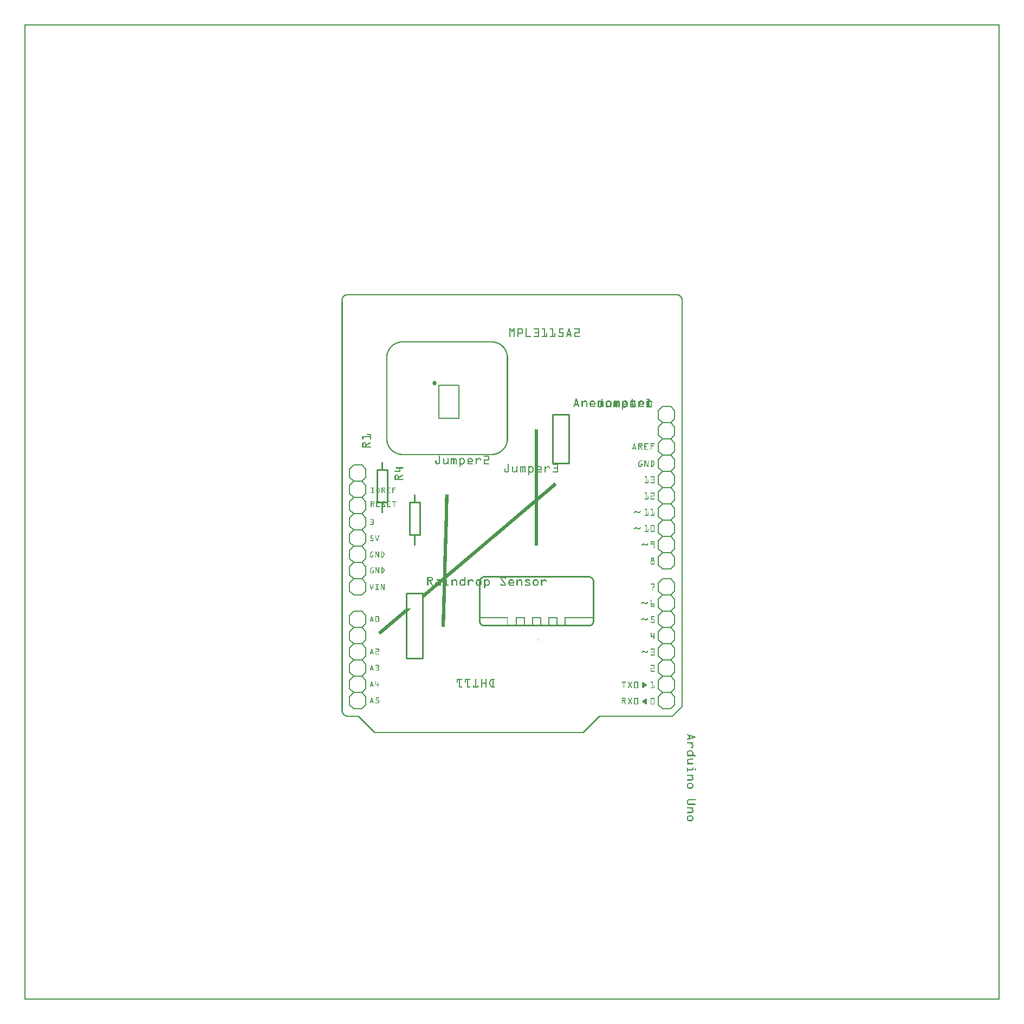
<source format=gto>
G04 MADE WITH FRITZING*
G04 WWW.FRITZING.ORG*
G04 DOUBLE SIDED*
G04 HOLES PLATED*
G04 CONTOUR ON CENTER OF CONTOUR VECTOR*
%ASAXBY*%
%FSLAX23Y23*%
%MOIN*%
%OFA0B0*%
%SFA1.0B1.0*%
%ADD10C,0.027135X-0.00486466*%
%ADD11C,0.010000*%
%ADD12C,0.008000*%
%ADD13C,0.006000*%
%ADD14R,0.001000X0.001000*%
%LNSILK1*%
G90*
G70*
G54D10*
X2524Y3794D03*
G54D11*
X2368Y2860D02*
X2368Y3060D01*
D02*
X2368Y3060D02*
X2434Y3060D01*
D02*
X2434Y3060D02*
X2434Y2860D01*
D02*
X2434Y2860D02*
X2368Y2860D01*
D02*
X2351Y2500D02*
X2351Y2100D01*
D02*
X2351Y2100D02*
X2451Y2100D01*
D02*
X2451Y2100D02*
X2451Y2500D01*
D02*
X2451Y2500D02*
X2351Y2500D01*
D02*
X3251Y3600D02*
X3251Y3300D01*
D02*
X3251Y3300D02*
X3351Y3300D01*
D02*
X3351Y3300D02*
X3351Y3600D01*
D02*
X3351Y3600D02*
X3251Y3600D01*
G54D12*
D02*
X2548Y3578D02*
X2548Y3782D01*
D02*
X2548Y3782D02*
X2674Y3782D01*
D02*
X2674Y3782D02*
X2674Y3578D01*
D02*
X2674Y3578D02*
X2548Y3578D01*
G54D11*
D02*
X2168Y3060D02*
X2168Y3260D01*
D02*
X2168Y3260D02*
X2234Y3260D01*
D02*
X2234Y3260D02*
X2234Y3060D01*
D02*
X2234Y3060D02*
X2168Y3060D01*
G54D13*
D02*
X2101Y2065D02*
X2101Y2015D01*
D02*
X2101Y2015D02*
X2076Y1990D01*
D02*
X2076Y1990D02*
X2026Y1990D01*
D02*
X2026Y1990D02*
X2001Y2015D01*
D02*
X2076Y1990D02*
X2101Y1965D01*
D02*
X2101Y1965D02*
X2101Y1915D01*
D02*
X2101Y1915D02*
X2076Y1890D01*
D02*
X2076Y1890D02*
X2026Y1890D01*
D02*
X2026Y1890D02*
X2001Y1915D01*
D02*
X2001Y1915D02*
X2001Y1965D01*
D02*
X2001Y1965D02*
X2026Y1990D01*
D02*
X2076Y2190D02*
X2101Y2165D01*
D02*
X2101Y2165D02*
X2101Y2115D01*
D02*
X2101Y2115D02*
X2076Y2090D01*
D02*
X2076Y2090D02*
X2026Y2090D01*
D02*
X2026Y2090D02*
X2001Y2115D01*
D02*
X2001Y2115D02*
X2001Y2165D01*
D02*
X2001Y2165D02*
X2026Y2190D01*
D02*
X2101Y2065D02*
X2076Y2090D01*
D02*
X2026Y2090D02*
X2001Y2065D01*
D02*
X2001Y2015D02*
X2001Y2065D01*
D02*
X2101Y2365D02*
X2101Y2315D01*
D02*
X2101Y2315D02*
X2076Y2290D01*
D02*
X2076Y2290D02*
X2026Y2290D01*
D02*
X2026Y2290D02*
X2001Y2315D01*
D02*
X2076Y2290D02*
X2101Y2265D01*
D02*
X2101Y2265D02*
X2101Y2215D01*
D02*
X2101Y2215D02*
X2076Y2190D01*
D02*
X2076Y2190D02*
X2026Y2190D01*
D02*
X2026Y2190D02*
X2001Y2215D01*
D02*
X2001Y2215D02*
X2001Y2265D01*
D02*
X2001Y2265D02*
X2026Y2290D01*
D02*
X2076Y2390D02*
X2026Y2390D01*
D02*
X2101Y2365D02*
X2076Y2390D01*
D02*
X2026Y2390D02*
X2001Y2365D01*
D02*
X2001Y2315D02*
X2001Y2365D01*
D02*
X2101Y1865D02*
X2101Y1815D01*
D02*
X2101Y1815D02*
X2076Y1790D01*
D02*
X2076Y1790D02*
X2026Y1790D01*
D02*
X2026Y1790D02*
X2001Y1815D01*
D02*
X2101Y1865D02*
X2076Y1890D01*
D02*
X2026Y1890D02*
X2001Y1865D01*
D02*
X2001Y1815D02*
X2001Y1865D01*
D02*
X3901Y3475D02*
X3901Y3525D01*
D02*
X3901Y3275D02*
X3901Y3325D01*
D02*
X3901Y3375D02*
X3901Y3425D01*
D02*
X3901Y3175D02*
X3901Y3225D01*
D02*
X3901Y2975D02*
X3901Y3025D01*
D02*
X3901Y3075D02*
X3901Y3125D01*
D02*
X3901Y2875D02*
X3901Y2925D01*
D02*
X3901Y2675D02*
X3901Y2725D01*
D02*
X3901Y2775D02*
X3901Y2825D01*
D02*
X3901Y3575D02*
X3901Y3625D01*
D02*
X3926Y3450D02*
X3901Y3475D01*
D02*
X3901Y3525D02*
X3926Y3550D01*
D02*
X3926Y3550D02*
X3976Y3550D01*
D02*
X3976Y3550D02*
X4001Y3525D01*
D02*
X4001Y3525D02*
X4001Y3475D01*
D02*
X4001Y3475D02*
X3976Y3450D01*
D02*
X3901Y3325D02*
X3926Y3350D01*
D02*
X3926Y3350D02*
X3976Y3350D01*
D02*
X3976Y3350D02*
X4001Y3325D01*
D02*
X3926Y3350D02*
X3901Y3375D01*
D02*
X3901Y3425D02*
X3926Y3450D01*
D02*
X3926Y3450D02*
X3976Y3450D01*
D02*
X3976Y3450D02*
X4001Y3425D01*
D02*
X4001Y3425D02*
X4001Y3375D01*
D02*
X4001Y3375D02*
X3976Y3350D01*
D02*
X3926Y3150D02*
X3901Y3175D01*
D02*
X3901Y3225D02*
X3926Y3250D01*
D02*
X3926Y3250D02*
X3976Y3250D01*
D02*
X3976Y3250D02*
X4001Y3225D01*
D02*
X4001Y3225D02*
X4001Y3175D01*
D02*
X4001Y3175D02*
X3976Y3150D01*
D02*
X3901Y3275D02*
X3926Y3250D01*
D02*
X3976Y3250D02*
X4001Y3275D01*
D02*
X4001Y3325D02*
X4001Y3275D01*
D02*
X3901Y3025D02*
X3926Y3050D01*
D02*
X3926Y3050D02*
X3976Y3050D01*
D02*
X3976Y3050D02*
X4001Y3025D01*
D02*
X3926Y3050D02*
X3901Y3075D01*
D02*
X3901Y3125D02*
X3926Y3150D01*
D02*
X3926Y3150D02*
X3976Y3150D01*
D02*
X3976Y3150D02*
X4001Y3125D01*
D02*
X4001Y3125D02*
X4001Y3075D01*
D02*
X4001Y3075D02*
X3976Y3050D01*
D02*
X3926Y2850D02*
X3901Y2875D01*
D02*
X3901Y2925D02*
X3926Y2950D01*
D02*
X3926Y2950D02*
X3976Y2950D01*
D02*
X3976Y2950D02*
X4001Y2925D01*
D02*
X4001Y2925D02*
X4001Y2875D01*
D02*
X4001Y2875D02*
X3976Y2850D01*
D02*
X3901Y2975D02*
X3926Y2950D01*
D02*
X3976Y2950D02*
X4001Y2975D01*
D02*
X4001Y3025D02*
X4001Y2975D01*
D02*
X3901Y2725D02*
X3926Y2750D01*
D02*
X3926Y2750D02*
X3976Y2750D01*
D02*
X3976Y2750D02*
X4001Y2725D01*
D02*
X3926Y2750D02*
X3901Y2775D01*
D02*
X3901Y2825D02*
X3926Y2850D01*
D02*
X3926Y2850D02*
X3976Y2850D01*
D02*
X3976Y2850D02*
X4001Y2825D01*
D02*
X4001Y2825D02*
X4001Y2775D01*
D02*
X4001Y2775D02*
X3976Y2750D01*
D02*
X3926Y2650D02*
X3976Y2650D01*
D02*
X3901Y2675D02*
X3926Y2650D01*
D02*
X3976Y2650D02*
X4001Y2675D01*
D02*
X4001Y2725D02*
X4001Y2675D01*
D02*
X3901Y3625D02*
X3926Y3650D01*
D02*
X3926Y3650D02*
X3976Y3650D01*
D02*
X3976Y3650D02*
X4001Y3625D01*
D02*
X3901Y3575D02*
X3926Y3550D01*
D02*
X3976Y3550D02*
X4001Y3575D01*
D02*
X4001Y3625D02*
X4001Y3575D01*
D02*
X3901Y2415D02*
X3901Y2465D01*
D02*
X3901Y2465D02*
X3926Y2490D01*
D02*
X3926Y2490D02*
X3976Y2490D01*
D02*
X3976Y2490D02*
X4001Y2465D01*
D02*
X3926Y2290D02*
X3901Y2315D01*
D02*
X3901Y2315D02*
X3901Y2365D01*
D02*
X3901Y2365D02*
X3926Y2390D01*
D02*
X3926Y2390D02*
X3976Y2390D01*
D02*
X3976Y2390D02*
X4001Y2365D01*
D02*
X4001Y2365D02*
X4001Y2315D01*
D02*
X4001Y2315D02*
X3976Y2290D01*
D02*
X3901Y2415D02*
X3926Y2390D01*
D02*
X3976Y2390D02*
X4001Y2415D01*
D02*
X4001Y2465D02*
X4001Y2415D01*
D02*
X3901Y2115D02*
X3901Y2165D01*
D02*
X3901Y2165D02*
X3926Y2190D01*
D02*
X3926Y2190D02*
X3976Y2190D01*
D02*
X3976Y2190D02*
X4001Y2165D01*
D02*
X3926Y2190D02*
X3901Y2215D01*
D02*
X3901Y2215D02*
X3901Y2265D01*
D02*
X3901Y2265D02*
X3926Y2290D01*
D02*
X3926Y2290D02*
X3976Y2290D01*
D02*
X3976Y2290D02*
X4001Y2265D01*
D02*
X4001Y2265D02*
X4001Y2215D01*
D02*
X4001Y2215D02*
X3976Y2190D01*
D02*
X3926Y1990D02*
X3901Y2015D01*
D02*
X3901Y2015D02*
X3901Y2065D01*
D02*
X3901Y2065D02*
X3926Y2090D01*
D02*
X3926Y2090D02*
X3976Y2090D01*
D02*
X3976Y2090D02*
X4001Y2065D01*
D02*
X4001Y2065D02*
X4001Y2015D01*
D02*
X4001Y2015D02*
X3976Y1990D01*
D02*
X3901Y2115D02*
X3926Y2090D01*
D02*
X3976Y2090D02*
X4001Y2115D01*
D02*
X4001Y2165D02*
X4001Y2115D01*
D02*
X3901Y1815D02*
X3901Y1865D01*
D02*
X3901Y1865D02*
X3926Y1890D01*
D02*
X3926Y1890D02*
X3976Y1890D01*
D02*
X3976Y1890D02*
X4001Y1865D01*
D02*
X3926Y1890D02*
X3901Y1915D01*
D02*
X3901Y1915D02*
X3901Y1965D01*
D02*
X3901Y1965D02*
X3926Y1990D01*
D02*
X3926Y1990D02*
X3976Y1990D01*
D02*
X3976Y1990D02*
X4001Y1965D01*
D02*
X4001Y1965D02*
X4001Y1915D01*
D02*
X4001Y1915D02*
X3976Y1890D01*
D02*
X3926Y1790D02*
X3976Y1790D01*
D02*
X3901Y1815D02*
X3926Y1790D01*
D02*
X3976Y1790D02*
X4001Y1815D01*
D02*
X4001Y1865D02*
X4001Y1815D01*
D02*
X3901Y2515D02*
X3901Y2565D01*
D02*
X3901Y2565D02*
X3926Y2590D01*
D02*
X3926Y2590D02*
X3976Y2590D01*
D02*
X3976Y2590D02*
X4001Y2565D01*
D02*
X3901Y2515D02*
X3926Y2490D01*
D02*
X3976Y2490D02*
X4001Y2515D01*
D02*
X4001Y2565D02*
X4001Y2515D01*
D02*
X2101Y2665D02*
X2101Y2615D01*
D02*
X2101Y2615D02*
X2076Y2590D01*
D02*
X2076Y2590D02*
X2026Y2590D01*
D02*
X2026Y2590D02*
X2001Y2615D01*
D02*
X2076Y2790D02*
X2101Y2765D01*
D02*
X2101Y2765D02*
X2101Y2715D01*
D02*
X2101Y2715D02*
X2076Y2690D01*
D02*
X2076Y2690D02*
X2026Y2690D01*
D02*
X2026Y2690D02*
X2001Y2715D01*
D02*
X2001Y2715D02*
X2001Y2765D01*
D02*
X2001Y2765D02*
X2026Y2790D01*
D02*
X2101Y2665D02*
X2076Y2690D01*
D02*
X2026Y2690D02*
X2001Y2665D01*
D02*
X2001Y2615D02*
X2001Y2665D01*
D02*
X2101Y2965D02*
X2101Y2915D01*
D02*
X2101Y2915D02*
X2076Y2890D01*
D02*
X2076Y2890D02*
X2026Y2890D01*
D02*
X2026Y2890D02*
X2001Y2915D01*
D02*
X2076Y2890D02*
X2101Y2865D01*
D02*
X2101Y2865D02*
X2101Y2815D01*
D02*
X2101Y2815D02*
X2076Y2790D01*
D02*
X2076Y2790D02*
X2026Y2790D01*
D02*
X2026Y2790D02*
X2001Y2815D01*
D02*
X2001Y2815D02*
X2001Y2865D01*
D02*
X2001Y2865D02*
X2026Y2890D01*
D02*
X2076Y3090D02*
X2101Y3065D01*
D02*
X2101Y3065D02*
X2101Y3015D01*
D02*
X2101Y3015D02*
X2076Y2990D01*
D02*
X2076Y2990D02*
X2026Y2990D01*
D02*
X2026Y2990D02*
X2001Y3015D01*
D02*
X2001Y3015D02*
X2001Y3065D01*
D02*
X2001Y3065D02*
X2026Y3090D01*
D02*
X2101Y2965D02*
X2076Y2990D01*
D02*
X2026Y2990D02*
X2001Y2965D01*
D02*
X2001Y2915D02*
X2001Y2965D01*
D02*
X2101Y3265D02*
X2101Y3215D01*
D02*
X2101Y3215D02*
X2076Y3190D01*
D02*
X2076Y3190D02*
X2026Y3190D01*
D02*
X2026Y3190D02*
X2001Y3215D01*
D02*
X2076Y3190D02*
X2101Y3165D01*
D02*
X2101Y3165D02*
X2101Y3115D01*
D02*
X2101Y3115D02*
X2076Y3090D01*
D02*
X2076Y3090D02*
X2026Y3090D01*
D02*
X2026Y3090D02*
X2001Y3115D01*
D02*
X2001Y3115D02*
X2001Y3165D01*
D02*
X2001Y3165D02*
X2026Y3190D01*
D02*
X2076Y3290D02*
X2026Y3290D01*
D02*
X2101Y3265D02*
X2076Y3290D01*
D02*
X2026Y3290D02*
X2001Y3265D01*
D02*
X2001Y3215D02*
X2001Y3265D01*
D02*
X2101Y2565D02*
X2101Y2515D01*
D02*
X2101Y2515D02*
X2076Y2490D01*
D02*
X2076Y2490D02*
X2026Y2490D01*
D02*
X2026Y2490D02*
X2001Y2515D01*
D02*
X2101Y2565D02*
X2076Y2590D01*
D02*
X2026Y2590D02*
X2001Y2565D01*
D02*
X2001Y2515D02*
X2001Y2565D01*
G54D14*
X0Y6000D02*
X5999Y6000D01*
X0Y5999D02*
X5999Y5999D01*
X0Y5998D02*
X5999Y5998D01*
X0Y5997D02*
X5999Y5997D01*
X0Y5996D02*
X5999Y5996D01*
X0Y5995D02*
X5999Y5995D01*
X0Y5994D02*
X5999Y5994D01*
X0Y5993D02*
X5999Y5993D01*
X0Y5992D02*
X7Y5992D01*
X5992Y5992D02*
X5999Y5992D01*
X0Y5991D02*
X7Y5991D01*
X5992Y5991D02*
X5999Y5991D01*
X0Y5990D02*
X7Y5990D01*
X5992Y5990D02*
X5999Y5990D01*
X0Y5989D02*
X7Y5989D01*
X5992Y5989D02*
X5999Y5989D01*
X0Y5988D02*
X7Y5988D01*
X5992Y5988D02*
X5999Y5988D01*
X0Y5987D02*
X7Y5987D01*
X5992Y5987D02*
X5999Y5987D01*
X0Y5986D02*
X7Y5986D01*
X5992Y5986D02*
X5999Y5986D01*
X0Y5985D02*
X7Y5985D01*
X5992Y5985D02*
X5999Y5985D01*
X0Y5984D02*
X7Y5984D01*
X5992Y5984D02*
X5999Y5984D01*
X0Y5983D02*
X7Y5983D01*
X5992Y5983D02*
X5999Y5983D01*
X0Y5982D02*
X7Y5982D01*
X5992Y5982D02*
X5999Y5982D01*
X0Y5981D02*
X7Y5981D01*
X5992Y5981D02*
X5999Y5981D01*
X0Y5980D02*
X7Y5980D01*
X5992Y5980D02*
X5999Y5980D01*
X0Y5979D02*
X7Y5979D01*
X5992Y5979D02*
X5999Y5979D01*
X0Y5978D02*
X7Y5978D01*
X5992Y5978D02*
X5999Y5978D01*
X0Y5977D02*
X7Y5977D01*
X5992Y5977D02*
X5999Y5977D01*
X0Y5976D02*
X7Y5976D01*
X5992Y5976D02*
X5999Y5976D01*
X0Y5975D02*
X7Y5975D01*
X5992Y5975D02*
X5999Y5975D01*
X0Y5974D02*
X7Y5974D01*
X5992Y5974D02*
X5999Y5974D01*
X0Y5973D02*
X7Y5973D01*
X5992Y5973D02*
X5999Y5973D01*
X0Y5972D02*
X7Y5972D01*
X5992Y5972D02*
X5999Y5972D01*
X0Y5971D02*
X7Y5971D01*
X5992Y5971D02*
X5999Y5971D01*
X0Y5970D02*
X7Y5970D01*
X5992Y5970D02*
X5999Y5970D01*
X0Y5969D02*
X7Y5969D01*
X5992Y5969D02*
X5999Y5969D01*
X0Y5968D02*
X7Y5968D01*
X5992Y5968D02*
X5999Y5968D01*
X0Y5967D02*
X7Y5967D01*
X5992Y5967D02*
X5999Y5967D01*
X0Y5966D02*
X7Y5966D01*
X5992Y5966D02*
X5999Y5966D01*
X0Y5965D02*
X7Y5965D01*
X5992Y5965D02*
X5999Y5965D01*
X0Y5964D02*
X7Y5964D01*
X5992Y5964D02*
X5999Y5964D01*
X0Y5963D02*
X7Y5963D01*
X5992Y5963D02*
X5999Y5963D01*
X0Y5962D02*
X7Y5962D01*
X5992Y5962D02*
X5999Y5962D01*
X0Y5961D02*
X7Y5961D01*
X5992Y5961D02*
X5999Y5961D01*
X0Y5960D02*
X7Y5960D01*
X5992Y5960D02*
X5999Y5960D01*
X0Y5959D02*
X7Y5959D01*
X5992Y5959D02*
X5999Y5959D01*
X0Y5958D02*
X7Y5958D01*
X5992Y5958D02*
X5999Y5958D01*
X0Y5957D02*
X7Y5957D01*
X5992Y5957D02*
X5999Y5957D01*
X0Y5956D02*
X7Y5956D01*
X5992Y5956D02*
X5999Y5956D01*
X0Y5955D02*
X7Y5955D01*
X5992Y5955D02*
X5999Y5955D01*
X0Y5954D02*
X7Y5954D01*
X5992Y5954D02*
X5999Y5954D01*
X0Y5953D02*
X7Y5953D01*
X5992Y5953D02*
X5999Y5953D01*
X0Y5952D02*
X7Y5952D01*
X5992Y5952D02*
X5999Y5952D01*
X0Y5951D02*
X7Y5951D01*
X5992Y5951D02*
X5999Y5951D01*
X0Y5950D02*
X7Y5950D01*
X5992Y5950D02*
X5999Y5950D01*
X0Y5949D02*
X7Y5949D01*
X5992Y5949D02*
X5999Y5949D01*
X0Y5948D02*
X7Y5948D01*
X5992Y5948D02*
X5999Y5948D01*
X0Y5947D02*
X7Y5947D01*
X5992Y5947D02*
X5999Y5947D01*
X0Y5946D02*
X7Y5946D01*
X5992Y5946D02*
X5999Y5946D01*
X0Y5945D02*
X7Y5945D01*
X5992Y5945D02*
X5999Y5945D01*
X0Y5944D02*
X7Y5944D01*
X5992Y5944D02*
X5999Y5944D01*
X0Y5943D02*
X7Y5943D01*
X5992Y5943D02*
X5999Y5943D01*
X0Y5942D02*
X7Y5942D01*
X5992Y5942D02*
X5999Y5942D01*
X0Y5941D02*
X7Y5941D01*
X5992Y5941D02*
X5999Y5941D01*
X0Y5940D02*
X7Y5940D01*
X5992Y5940D02*
X5999Y5940D01*
X0Y5939D02*
X7Y5939D01*
X5992Y5939D02*
X5999Y5939D01*
X0Y5938D02*
X7Y5938D01*
X5992Y5938D02*
X5999Y5938D01*
X0Y5937D02*
X7Y5937D01*
X5992Y5937D02*
X5999Y5937D01*
X0Y5936D02*
X7Y5936D01*
X5992Y5936D02*
X5999Y5936D01*
X0Y5935D02*
X7Y5935D01*
X5992Y5935D02*
X5999Y5935D01*
X0Y5934D02*
X7Y5934D01*
X5992Y5934D02*
X5999Y5934D01*
X0Y5933D02*
X7Y5933D01*
X5992Y5933D02*
X5999Y5933D01*
X0Y5932D02*
X7Y5932D01*
X5992Y5932D02*
X5999Y5932D01*
X0Y5931D02*
X7Y5931D01*
X5992Y5931D02*
X5999Y5931D01*
X0Y5930D02*
X7Y5930D01*
X5992Y5930D02*
X5999Y5930D01*
X0Y5929D02*
X7Y5929D01*
X5992Y5929D02*
X5999Y5929D01*
X0Y5928D02*
X7Y5928D01*
X5992Y5928D02*
X5999Y5928D01*
X0Y5927D02*
X7Y5927D01*
X5992Y5927D02*
X5999Y5927D01*
X0Y5926D02*
X7Y5926D01*
X5992Y5926D02*
X5999Y5926D01*
X0Y5925D02*
X7Y5925D01*
X5992Y5925D02*
X5999Y5925D01*
X0Y5924D02*
X7Y5924D01*
X5992Y5924D02*
X5999Y5924D01*
X0Y5923D02*
X7Y5923D01*
X5992Y5923D02*
X5999Y5923D01*
X0Y5922D02*
X7Y5922D01*
X5992Y5922D02*
X5999Y5922D01*
X0Y5921D02*
X7Y5921D01*
X5992Y5921D02*
X5999Y5921D01*
X0Y5920D02*
X7Y5920D01*
X5992Y5920D02*
X5999Y5920D01*
X0Y5919D02*
X7Y5919D01*
X5992Y5919D02*
X5999Y5919D01*
X0Y5918D02*
X7Y5918D01*
X5992Y5918D02*
X5999Y5918D01*
X0Y5917D02*
X7Y5917D01*
X5992Y5917D02*
X5999Y5917D01*
X0Y5916D02*
X7Y5916D01*
X5992Y5916D02*
X5999Y5916D01*
X0Y5915D02*
X7Y5915D01*
X5992Y5915D02*
X5999Y5915D01*
X0Y5914D02*
X7Y5914D01*
X5992Y5914D02*
X5999Y5914D01*
X0Y5913D02*
X7Y5913D01*
X5992Y5913D02*
X5999Y5913D01*
X0Y5912D02*
X7Y5912D01*
X5992Y5912D02*
X5999Y5912D01*
X0Y5911D02*
X7Y5911D01*
X5992Y5911D02*
X5999Y5911D01*
X0Y5910D02*
X7Y5910D01*
X5992Y5910D02*
X5999Y5910D01*
X0Y5909D02*
X7Y5909D01*
X5992Y5909D02*
X5999Y5909D01*
X0Y5908D02*
X7Y5908D01*
X5992Y5908D02*
X5999Y5908D01*
X0Y5907D02*
X7Y5907D01*
X5992Y5907D02*
X5999Y5907D01*
X0Y5906D02*
X7Y5906D01*
X5992Y5906D02*
X5999Y5906D01*
X0Y5905D02*
X7Y5905D01*
X5992Y5905D02*
X5999Y5905D01*
X0Y5904D02*
X7Y5904D01*
X5992Y5904D02*
X5999Y5904D01*
X0Y5903D02*
X7Y5903D01*
X5992Y5903D02*
X5999Y5903D01*
X0Y5902D02*
X7Y5902D01*
X5992Y5902D02*
X5999Y5902D01*
X0Y5901D02*
X7Y5901D01*
X5992Y5901D02*
X5999Y5901D01*
X0Y5900D02*
X7Y5900D01*
X5992Y5900D02*
X5999Y5900D01*
X0Y5899D02*
X7Y5899D01*
X5992Y5899D02*
X5999Y5899D01*
X0Y5898D02*
X7Y5898D01*
X5992Y5898D02*
X5999Y5898D01*
X0Y5897D02*
X7Y5897D01*
X5992Y5897D02*
X5999Y5897D01*
X0Y5896D02*
X7Y5896D01*
X5992Y5896D02*
X5999Y5896D01*
X0Y5895D02*
X7Y5895D01*
X5992Y5895D02*
X5999Y5895D01*
X0Y5894D02*
X7Y5894D01*
X5992Y5894D02*
X5999Y5894D01*
X0Y5893D02*
X7Y5893D01*
X5992Y5893D02*
X5999Y5893D01*
X0Y5892D02*
X7Y5892D01*
X5992Y5892D02*
X5999Y5892D01*
X0Y5891D02*
X7Y5891D01*
X5992Y5891D02*
X5999Y5891D01*
X0Y5890D02*
X7Y5890D01*
X5992Y5890D02*
X5999Y5890D01*
X0Y5889D02*
X7Y5889D01*
X5992Y5889D02*
X5999Y5889D01*
X0Y5888D02*
X7Y5888D01*
X5992Y5888D02*
X5999Y5888D01*
X0Y5887D02*
X7Y5887D01*
X5992Y5887D02*
X5999Y5887D01*
X0Y5886D02*
X7Y5886D01*
X5992Y5886D02*
X5999Y5886D01*
X0Y5885D02*
X7Y5885D01*
X5992Y5885D02*
X5999Y5885D01*
X0Y5884D02*
X7Y5884D01*
X5992Y5884D02*
X5999Y5884D01*
X0Y5883D02*
X7Y5883D01*
X5992Y5883D02*
X5999Y5883D01*
X0Y5882D02*
X7Y5882D01*
X5992Y5882D02*
X5999Y5882D01*
X0Y5881D02*
X7Y5881D01*
X5992Y5881D02*
X5999Y5881D01*
X0Y5880D02*
X7Y5880D01*
X5992Y5880D02*
X5999Y5880D01*
X0Y5879D02*
X7Y5879D01*
X5992Y5879D02*
X5999Y5879D01*
X0Y5878D02*
X7Y5878D01*
X5992Y5878D02*
X5999Y5878D01*
X0Y5877D02*
X7Y5877D01*
X5992Y5877D02*
X5999Y5877D01*
X0Y5876D02*
X7Y5876D01*
X5992Y5876D02*
X5999Y5876D01*
X0Y5875D02*
X7Y5875D01*
X5992Y5875D02*
X5999Y5875D01*
X0Y5874D02*
X7Y5874D01*
X5992Y5874D02*
X5999Y5874D01*
X0Y5873D02*
X7Y5873D01*
X5992Y5873D02*
X5999Y5873D01*
X0Y5872D02*
X7Y5872D01*
X5992Y5872D02*
X5999Y5872D01*
X0Y5871D02*
X7Y5871D01*
X5992Y5871D02*
X5999Y5871D01*
X0Y5870D02*
X7Y5870D01*
X5992Y5870D02*
X5999Y5870D01*
X0Y5869D02*
X7Y5869D01*
X5992Y5869D02*
X5999Y5869D01*
X0Y5868D02*
X7Y5868D01*
X5992Y5868D02*
X5999Y5868D01*
X0Y5867D02*
X7Y5867D01*
X5992Y5867D02*
X5999Y5867D01*
X0Y5866D02*
X7Y5866D01*
X5992Y5866D02*
X5999Y5866D01*
X0Y5865D02*
X7Y5865D01*
X5992Y5865D02*
X5999Y5865D01*
X0Y5864D02*
X7Y5864D01*
X5992Y5864D02*
X5999Y5864D01*
X0Y5863D02*
X7Y5863D01*
X5992Y5863D02*
X5999Y5863D01*
X0Y5862D02*
X7Y5862D01*
X5992Y5862D02*
X5999Y5862D01*
X0Y5861D02*
X7Y5861D01*
X5992Y5861D02*
X5999Y5861D01*
X0Y5860D02*
X7Y5860D01*
X5992Y5860D02*
X5999Y5860D01*
X0Y5859D02*
X7Y5859D01*
X5992Y5859D02*
X5999Y5859D01*
X0Y5858D02*
X7Y5858D01*
X5992Y5858D02*
X5999Y5858D01*
X0Y5857D02*
X7Y5857D01*
X5992Y5857D02*
X5999Y5857D01*
X0Y5856D02*
X7Y5856D01*
X5992Y5856D02*
X5999Y5856D01*
X0Y5855D02*
X7Y5855D01*
X5992Y5855D02*
X5999Y5855D01*
X0Y5854D02*
X7Y5854D01*
X5992Y5854D02*
X5999Y5854D01*
X0Y5853D02*
X7Y5853D01*
X5992Y5853D02*
X5999Y5853D01*
X0Y5852D02*
X7Y5852D01*
X5992Y5852D02*
X5999Y5852D01*
X0Y5851D02*
X7Y5851D01*
X5992Y5851D02*
X5999Y5851D01*
X0Y5850D02*
X7Y5850D01*
X5992Y5850D02*
X5999Y5850D01*
X0Y5849D02*
X7Y5849D01*
X5992Y5849D02*
X5999Y5849D01*
X0Y5848D02*
X7Y5848D01*
X5992Y5848D02*
X5999Y5848D01*
X0Y5847D02*
X7Y5847D01*
X5992Y5847D02*
X5999Y5847D01*
X0Y5846D02*
X7Y5846D01*
X5992Y5846D02*
X5999Y5846D01*
X0Y5845D02*
X7Y5845D01*
X5992Y5845D02*
X5999Y5845D01*
X0Y5844D02*
X7Y5844D01*
X5992Y5844D02*
X5999Y5844D01*
X0Y5843D02*
X7Y5843D01*
X5992Y5843D02*
X5999Y5843D01*
X0Y5842D02*
X7Y5842D01*
X5992Y5842D02*
X5999Y5842D01*
X0Y5841D02*
X7Y5841D01*
X5992Y5841D02*
X5999Y5841D01*
X0Y5840D02*
X7Y5840D01*
X5992Y5840D02*
X5999Y5840D01*
X0Y5839D02*
X7Y5839D01*
X5992Y5839D02*
X5999Y5839D01*
X0Y5838D02*
X7Y5838D01*
X5992Y5838D02*
X5999Y5838D01*
X0Y5837D02*
X7Y5837D01*
X5992Y5837D02*
X5999Y5837D01*
X0Y5836D02*
X7Y5836D01*
X5992Y5836D02*
X5999Y5836D01*
X0Y5835D02*
X7Y5835D01*
X5992Y5835D02*
X5999Y5835D01*
X0Y5834D02*
X7Y5834D01*
X5992Y5834D02*
X5999Y5834D01*
X0Y5833D02*
X7Y5833D01*
X5992Y5833D02*
X5999Y5833D01*
X0Y5832D02*
X7Y5832D01*
X5992Y5832D02*
X5999Y5832D01*
X0Y5831D02*
X7Y5831D01*
X5992Y5831D02*
X5999Y5831D01*
X0Y5830D02*
X7Y5830D01*
X5992Y5830D02*
X5999Y5830D01*
X0Y5829D02*
X7Y5829D01*
X5992Y5829D02*
X5999Y5829D01*
X0Y5828D02*
X7Y5828D01*
X5992Y5828D02*
X5999Y5828D01*
X0Y5827D02*
X7Y5827D01*
X5992Y5827D02*
X5999Y5827D01*
X0Y5826D02*
X7Y5826D01*
X5992Y5826D02*
X5999Y5826D01*
X0Y5825D02*
X7Y5825D01*
X5992Y5825D02*
X5999Y5825D01*
X0Y5824D02*
X7Y5824D01*
X5992Y5824D02*
X5999Y5824D01*
X0Y5823D02*
X7Y5823D01*
X5992Y5823D02*
X5999Y5823D01*
X0Y5822D02*
X7Y5822D01*
X5992Y5822D02*
X5999Y5822D01*
X0Y5821D02*
X7Y5821D01*
X5992Y5821D02*
X5999Y5821D01*
X0Y5820D02*
X7Y5820D01*
X5992Y5820D02*
X5999Y5820D01*
X0Y5819D02*
X7Y5819D01*
X5992Y5819D02*
X5999Y5819D01*
X0Y5818D02*
X7Y5818D01*
X5992Y5818D02*
X5999Y5818D01*
X0Y5817D02*
X7Y5817D01*
X5992Y5817D02*
X5999Y5817D01*
X0Y5816D02*
X7Y5816D01*
X5992Y5816D02*
X5999Y5816D01*
X0Y5815D02*
X7Y5815D01*
X5992Y5815D02*
X5999Y5815D01*
X0Y5814D02*
X7Y5814D01*
X5992Y5814D02*
X5999Y5814D01*
X0Y5813D02*
X7Y5813D01*
X5992Y5813D02*
X5999Y5813D01*
X0Y5812D02*
X7Y5812D01*
X5992Y5812D02*
X5999Y5812D01*
X0Y5811D02*
X7Y5811D01*
X5992Y5811D02*
X5999Y5811D01*
X0Y5810D02*
X7Y5810D01*
X5992Y5810D02*
X5999Y5810D01*
X0Y5809D02*
X7Y5809D01*
X5992Y5809D02*
X5999Y5809D01*
X0Y5808D02*
X7Y5808D01*
X5992Y5808D02*
X5999Y5808D01*
X0Y5807D02*
X7Y5807D01*
X5992Y5807D02*
X5999Y5807D01*
X0Y5806D02*
X7Y5806D01*
X5992Y5806D02*
X5999Y5806D01*
X0Y5805D02*
X7Y5805D01*
X5992Y5805D02*
X5999Y5805D01*
X0Y5804D02*
X7Y5804D01*
X5992Y5804D02*
X5999Y5804D01*
X0Y5803D02*
X7Y5803D01*
X5992Y5803D02*
X5999Y5803D01*
X0Y5802D02*
X7Y5802D01*
X5992Y5802D02*
X5999Y5802D01*
X0Y5801D02*
X7Y5801D01*
X5992Y5801D02*
X5999Y5801D01*
X0Y5800D02*
X7Y5800D01*
X5992Y5800D02*
X5999Y5800D01*
X0Y5799D02*
X7Y5799D01*
X5992Y5799D02*
X5999Y5799D01*
X0Y5798D02*
X7Y5798D01*
X5992Y5798D02*
X5999Y5798D01*
X0Y5797D02*
X7Y5797D01*
X5992Y5797D02*
X5999Y5797D01*
X0Y5796D02*
X7Y5796D01*
X5992Y5796D02*
X5999Y5796D01*
X0Y5795D02*
X7Y5795D01*
X5992Y5795D02*
X5999Y5795D01*
X0Y5794D02*
X7Y5794D01*
X5992Y5794D02*
X5999Y5794D01*
X0Y5793D02*
X7Y5793D01*
X5992Y5793D02*
X5999Y5793D01*
X0Y5792D02*
X7Y5792D01*
X5992Y5792D02*
X5999Y5792D01*
X0Y5791D02*
X7Y5791D01*
X5992Y5791D02*
X5999Y5791D01*
X0Y5790D02*
X7Y5790D01*
X5992Y5790D02*
X5999Y5790D01*
X0Y5789D02*
X7Y5789D01*
X5992Y5789D02*
X5999Y5789D01*
X0Y5788D02*
X7Y5788D01*
X5992Y5788D02*
X5999Y5788D01*
X0Y5787D02*
X7Y5787D01*
X5992Y5787D02*
X5999Y5787D01*
X0Y5786D02*
X7Y5786D01*
X5992Y5786D02*
X5999Y5786D01*
X0Y5785D02*
X7Y5785D01*
X5992Y5785D02*
X5999Y5785D01*
X0Y5784D02*
X7Y5784D01*
X5992Y5784D02*
X5999Y5784D01*
X0Y5783D02*
X7Y5783D01*
X5992Y5783D02*
X5999Y5783D01*
X0Y5782D02*
X7Y5782D01*
X5992Y5782D02*
X5999Y5782D01*
X0Y5781D02*
X7Y5781D01*
X5992Y5781D02*
X5999Y5781D01*
X0Y5780D02*
X7Y5780D01*
X5992Y5780D02*
X5999Y5780D01*
X0Y5779D02*
X7Y5779D01*
X5992Y5779D02*
X5999Y5779D01*
X0Y5778D02*
X7Y5778D01*
X5992Y5778D02*
X5999Y5778D01*
X0Y5777D02*
X7Y5777D01*
X5992Y5777D02*
X5999Y5777D01*
X0Y5776D02*
X7Y5776D01*
X5992Y5776D02*
X5999Y5776D01*
X0Y5775D02*
X7Y5775D01*
X5992Y5775D02*
X5999Y5775D01*
X0Y5774D02*
X7Y5774D01*
X5992Y5774D02*
X5999Y5774D01*
X0Y5773D02*
X7Y5773D01*
X5992Y5773D02*
X5999Y5773D01*
X0Y5772D02*
X7Y5772D01*
X5992Y5772D02*
X5999Y5772D01*
X0Y5771D02*
X7Y5771D01*
X5992Y5771D02*
X5999Y5771D01*
X0Y5770D02*
X7Y5770D01*
X5992Y5770D02*
X5999Y5770D01*
X0Y5769D02*
X7Y5769D01*
X5992Y5769D02*
X5999Y5769D01*
X0Y5768D02*
X7Y5768D01*
X5992Y5768D02*
X5999Y5768D01*
X0Y5767D02*
X7Y5767D01*
X5992Y5767D02*
X5999Y5767D01*
X0Y5766D02*
X7Y5766D01*
X5992Y5766D02*
X5999Y5766D01*
X0Y5765D02*
X7Y5765D01*
X5992Y5765D02*
X5999Y5765D01*
X0Y5764D02*
X7Y5764D01*
X5992Y5764D02*
X5999Y5764D01*
X0Y5763D02*
X7Y5763D01*
X5992Y5763D02*
X5999Y5763D01*
X0Y5762D02*
X7Y5762D01*
X5992Y5762D02*
X5999Y5762D01*
X0Y5761D02*
X7Y5761D01*
X5992Y5761D02*
X5999Y5761D01*
X0Y5760D02*
X7Y5760D01*
X5992Y5760D02*
X5999Y5760D01*
X0Y5759D02*
X7Y5759D01*
X5992Y5759D02*
X5999Y5759D01*
X0Y5758D02*
X7Y5758D01*
X5992Y5758D02*
X5999Y5758D01*
X0Y5757D02*
X7Y5757D01*
X5992Y5757D02*
X5999Y5757D01*
X0Y5756D02*
X7Y5756D01*
X5992Y5756D02*
X5999Y5756D01*
X0Y5755D02*
X7Y5755D01*
X5992Y5755D02*
X5999Y5755D01*
X0Y5754D02*
X7Y5754D01*
X5992Y5754D02*
X5999Y5754D01*
X0Y5753D02*
X7Y5753D01*
X5992Y5753D02*
X5999Y5753D01*
X0Y5752D02*
X7Y5752D01*
X5992Y5752D02*
X5999Y5752D01*
X0Y5751D02*
X7Y5751D01*
X5992Y5751D02*
X5999Y5751D01*
X0Y5750D02*
X7Y5750D01*
X5992Y5750D02*
X5999Y5750D01*
X0Y5749D02*
X7Y5749D01*
X5992Y5749D02*
X5999Y5749D01*
X0Y5748D02*
X7Y5748D01*
X5992Y5748D02*
X5999Y5748D01*
X0Y5747D02*
X7Y5747D01*
X5992Y5747D02*
X5999Y5747D01*
X0Y5746D02*
X7Y5746D01*
X5992Y5746D02*
X5999Y5746D01*
X0Y5745D02*
X7Y5745D01*
X5992Y5745D02*
X5999Y5745D01*
X0Y5744D02*
X7Y5744D01*
X5992Y5744D02*
X5999Y5744D01*
X0Y5743D02*
X7Y5743D01*
X5992Y5743D02*
X5999Y5743D01*
X0Y5742D02*
X7Y5742D01*
X5992Y5742D02*
X5999Y5742D01*
X0Y5741D02*
X7Y5741D01*
X5992Y5741D02*
X5999Y5741D01*
X0Y5740D02*
X7Y5740D01*
X5992Y5740D02*
X5999Y5740D01*
X0Y5739D02*
X7Y5739D01*
X5992Y5739D02*
X5999Y5739D01*
X0Y5738D02*
X7Y5738D01*
X5992Y5738D02*
X5999Y5738D01*
X0Y5737D02*
X7Y5737D01*
X5992Y5737D02*
X5999Y5737D01*
X0Y5736D02*
X7Y5736D01*
X5992Y5736D02*
X5999Y5736D01*
X0Y5735D02*
X7Y5735D01*
X5992Y5735D02*
X5999Y5735D01*
X0Y5734D02*
X7Y5734D01*
X5992Y5734D02*
X5999Y5734D01*
X0Y5733D02*
X7Y5733D01*
X5992Y5733D02*
X5999Y5733D01*
X0Y5732D02*
X7Y5732D01*
X5992Y5732D02*
X5999Y5732D01*
X0Y5731D02*
X7Y5731D01*
X5992Y5731D02*
X5999Y5731D01*
X0Y5730D02*
X7Y5730D01*
X5992Y5730D02*
X5999Y5730D01*
X0Y5729D02*
X7Y5729D01*
X5992Y5729D02*
X5999Y5729D01*
X0Y5728D02*
X7Y5728D01*
X5992Y5728D02*
X5999Y5728D01*
X0Y5727D02*
X7Y5727D01*
X5992Y5727D02*
X5999Y5727D01*
X0Y5726D02*
X7Y5726D01*
X5992Y5726D02*
X5999Y5726D01*
X0Y5725D02*
X7Y5725D01*
X5992Y5725D02*
X5999Y5725D01*
X0Y5724D02*
X7Y5724D01*
X5992Y5724D02*
X5999Y5724D01*
X0Y5723D02*
X7Y5723D01*
X5992Y5723D02*
X5999Y5723D01*
X0Y5722D02*
X7Y5722D01*
X5992Y5722D02*
X5999Y5722D01*
X0Y5721D02*
X7Y5721D01*
X5992Y5721D02*
X5999Y5721D01*
X0Y5720D02*
X7Y5720D01*
X5992Y5720D02*
X5999Y5720D01*
X0Y5719D02*
X7Y5719D01*
X5992Y5719D02*
X5999Y5719D01*
X0Y5718D02*
X7Y5718D01*
X5992Y5718D02*
X5999Y5718D01*
X0Y5717D02*
X7Y5717D01*
X5992Y5717D02*
X5999Y5717D01*
X0Y5716D02*
X7Y5716D01*
X5992Y5716D02*
X5999Y5716D01*
X0Y5715D02*
X7Y5715D01*
X5992Y5715D02*
X5999Y5715D01*
X0Y5714D02*
X7Y5714D01*
X5992Y5714D02*
X5999Y5714D01*
X0Y5713D02*
X7Y5713D01*
X5992Y5713D02*
X5999Y5713D01*
X0Y5712D02*
X7Y5712D01*
X5992Y5712D02*
X5999Y5712D01*
X0Y5711D02*
X7Y5711D01*
X5992Y5711D02*
X5999Y5711D01*
X0Y5710D02*
X7Y5710D01*
X5992Y5710D02*
X5999Y5710D01*
X0Y5709D02*
X7Y5709D01*
X5992Y5709D02*
X5999Y5709D01*
X0Y5708D02*
X7Y5708D01*
X5992Y5708D02*
X5999Y5708D01*
X0Y5707D02*
X7Y5707D01*
X5992Y5707D02*
X5999Y5707D01*
X0Y5706D02*
X7Y5706D01*
X5992Y5706D02*
X5999Y5706D01*
X0Y5705D02*
X7Y5705D01*
X5992Y5705D02*
X5999Y5705D01*
X0Y5704D02*
X7Y5704D01*
X5992Y5704D02*
X5999Y5704D01*
X0Y5703D02*
X7Y5703D01*
X5992Y5703D02*
X5999Y5703D01*
X0Y5702D02*
X7Y5702D01*
X5992Y5702D02*
X5999Y5702D01*
X0Y5701D02*
X7Y5701D01*
X5992Y5701D02*
X5999Y5701D01*
X0Y5700D02*
X7Y5700D01*
X5992Y5700D02*
X5999Y5700D01*
X0Y5699D02*
X7Y5699D01*
X5992Y5699D02*
X5999Y5699D01*
X0Y5698D02*
X7Y5698D01*
X5992Y5698D02*
X5999Y5698D01*
X0Y5697D02*
X7Y5697D01*
X5992Y5697D02*
X5999Y5697D01*
X0Y5696D02*
X7Y5696D01*
X5992Y5696D02*
X5999Y5696D01*
X0Y5695D02*
X7Y5695D01*
X5992Y5695D02*
X5999Y5695D01*
X0Y5694D02*
X7Y5694D01*
X5992Y5694D02*
X5999Y5694D01*
X0Y5693D02*
X7Y5693D01*
X5992Y5693D02*
X5999Y5693D01*
X0Y5692D02*
X7Y5692D01*
X5992Y5692D02*
X5999Y5692D01*
X0Y5691D02*
X7Y5691D01*
X5992Y5691D02*
X5999Y5691D01*
X0Y5690D02*
X7Y5690D01*
X5992Y5690D02*
X5999Y5690D01*
X0Y5689D02*
X7Y5689D01*
X5992Y5689D02*
X5999Y5689D01*
X0Y5688D02*
X7Y5688D01*
X5992Y5688D02*
X5999Y5688D01*
X0Y5687D02*
X7Y5687D01*
X5992Y5687D02*
X5999Y5687D01*
X0Y5686D02*
X7Y5686D01*
X5992Y5686D02*
X5999Y5686D01*
X0Y5685D02*
X7Y5685D01*
X5992Y5685D02*
X5999Y5685D01*
X0Y5684D02*
X7Y5684D01*
X5992Y5684D02*
X5999Y5684D01*
X0Y5683D02*
X7Y5683D01*
X5992Y5683D02*
X5999Y5683D01*
X0Y5682D02*
X7Y5682D01*
X5992Y5682D02*
X5999Y5682D01*
X0Y5681D02*
X7Y5681D01*
X5992Y5681D02*
X5999Y5681D01*
X0Y5680D02*
X7Y5680D01*
X5992Y5680D02*
X5999Y5680D01*
X0Y5679D02*
X7Y5679D01*
X5992Y5679D02*
X5999Y5679D01*
X0Y5678D02*
X7Y5678D01*
X5992Y5678D02*
X5999Y5678D01*
X0Y5677D02*
X7Y5677D01*
X5992Y5677D02*
X5999Y5677D01*
X0Y5676D02*
X7Y5676D01*
X5992Y5676D02*
X5999Y5676D01*
X0Y5675D02*
X7Y5675D01*
X5992Y5675D02*
X5999Y5675D01*
X0Y5674D02*
X7Y5674D01*
X5992Y5674D02*
X5999Y5674D01*
X0Y5673D02*
X7Y5673D01*
X5992Y5673D02*
X5999Y5673D01*
X0Y5672D02*
X7Y5672D01*
X5992Y5672D02*
X5999Y5672D01*
X0Y5671D02*
X7Y5671D01*
X5992Y5671D02*
X5999Y5671D01*
X0Y5670D02*
X7Y5670D01*
X5992Y5670D02*
X5999Y5670D01*
X0Y5669D02*
X7Y5669D01*
X5992Y5669D02*
X5999Y5669D01*
X0Y5668D02*
X7Y5668D01*
X5992Y5668D02*
X5999Y5668D01*
X0Y5667D02*
X7Y5667D01*
X5992Y5667D02*
X5999Y5667D01*
X0Y5666D02*
X7Y5666D01*
X5992Y5666D02*
X5999Y5666D01*
X0Y5665D02*
X7Y5665D01*
X5992Y5665D02*
X5999Y5665D01*
X0Y5664D02*
X7Y5664D01*
X5992Y5664D02*
X5999Y5664D01*
X0Y5663D02*
X7Y5663D01*
X5992Y5663D02*
X5999Y5663D01*
X0Y5662D02*
X7Y5662D01*
X5992Y5662D02*
X5999Y5662D01*
X0Y5661D02*
X7Y5661D01*
X5992Y5661D02*
X5999Y5661D01*
X0Y5660D02*
X7Y5660D01*
X5992Y5660D02*
X5999Y5660D01*
X0Y5659D02*
X7Y5659D01*
X5992Y5659D02*
X5999Y5659D01*
X0Y5658D02*
X7Y5658D01*
X5992Y5658D02*
X5999Y5658D01*
X0Y5657D02*
X7Y5657D01*
X5992Y5657D02*
X5999Y5657D01*
X0Y5656D02*
X7Y5656D01*
X5992Y5656D02*
X5999Y5656D01*
X0Y5655D02*
X7Y5655D01*
X5992Y5655D02*
X5999Y5655D01*
X0Y5654D02*
X7Y5654D01*
X5992Y5654D02*
X5999Y5654D01*
X0Y5653D02*
X7Y5653D01*
X5992Y5653D02*
X5999Y5653D01*
X0Y5652D02*
X7Y5652D01*
X5992Y5652D02*
X5999Y5652D01*
X0Y5651D02*
X7Y5651D01*
X5992Y5651D02*
X5999Y5651D01*
X0Y5650D02*
X7Y5650D01*
X5992Y5650D02*
X5999Y5650D01*
X0Y5649D02*
X7Y5649D01*
X5992Y5649D02*
X5999Y5649D01*
X0Y5648D02*
X7Y5648D01*
X5992Y5648D02*
X5999Y5648D01*
X0Y5647D02*
X7Y5647D01*
X5992Y5647D02*
X5999Y5647D01*
X0Y5646D02*
X7Y5646D01*
X5992Y5646D02*
X5999Y5646D01*
X0Y5645D02*
X7Y5645D01*
X5992Y5645D02*
X5999Y5645D01*
X0Y5644D02*
X7Y5644D01*
X5992Y5644D02*
X5999Y5644D01*
X0Y5643D02*
X7Y5643D01*
X5992Y5643D02*
X5999Y5643D01*
X0Y5642D02*
X7Y5642D01*
X5992Y5642D02*
X5999Y5642D01*
X0Y5641D02*
X7Y5641D01*
X5992Y5641D02*
X5999Y5641D01*
X0Y5640D02*
X7Y5640D01*
X5992Y5640D02*
X5999Y5640D01*
X0Y5639D02*
X7Y5639D01*
X5992Y5639D02*
X5999Y5639D01*
X0Y5638D02*
X7Y5638D01*
X5992Y5638D02*
X5999Y5638D01*
X0Y5637D02*
X7Y5637D01*
X5992Y5637D02*
X5999Y5637D01*
X0Y5636D02*
X7Y5636D01*
X5992Y5636D02*
X5999Y5636D01*
X0Y5635D02*
X7Y5635D01*
X5992Y5635D02*
X5999Y5635D01*
X0Y5634D02*
X7Y5634D01*
X5992Y5634D02*
X5999Y5634D01*
X0Y5633D02*
X7Y5633D01*
X5992Y5633D02*
X5999Y5633D01*
X0Y5632D02*
X7Y5632D01*
X5992Y5632D02*
X5999Y5632D01*
X0Y5631D02*
X7Y5631D01*
X5992Y5631D02*
X5999Y5631D01*
X0Y5630D02*
X7Y5630D01*
X5992Y5630D02*
X5999Y5630D01*
X0Y5629D02*
X7Y5629D01*
X5992Y5629D02*
X5999Y5629D01*
X0Y5628D02*
X7Y5628D01*
X5992Y5628D02*
X5999Y5628D01*
X0Y5627D02*
X7Y5627D01*
X5992Y5627D02*
X5999Y5627D01*
X0Y5626D02*
X7Y5626D01*
X5992Y5626D02*
X5999Y5626D01*
X0Y5625D02*
X7Y5625D01*
X5992Y5625D02*
X5999Y5625D01*
X0Y5624D02*
X7Y5624D01*
X5992Y5624D02*
X5999Y5624D01*
X0Y5623D02*
X7Y5623D01*
X5992Y5623D02*
X5999Y5623D01*
X0Y5622D02*
X7Y5622D01*
X5992Y5622D02*
X5999Y5622D01*
X0Y5621D02*
X7Y5621D01*
X5992Y5621D02*
X5999Y5621D01*
X0Y5620D02*
X7Y5620D01*
X5992Y5620D02*
X5999Y5620D01*
X0Y5619D02*
X7Y5619D01*
X5992Y5619D02*
X5999Y5619D01*
X0Y5618D02*
X7Y5618D01*
X5992Y5618D02*
X5999Y5618D01*
X0Y5617D02*
X7Y5617D01*
X5992Y5617D02*
X5999Y5617D01*
X0Y5616D02*
X7Y5616D01*
X5992Y5616D02*
X5999Y5616D01*
X0Y5615D02*
X7Y5615D01*
X5992Y5615D02*
X5999Y5615D01*
X0Y5614D02*
X7Y5614D01*
X5992Y5614D02*
X5999Y5614D01*
X0Y5613D02*
X7Y5613D01*
X5992Y5613D02*
X5999Y5613D01*
X0Y5612D02*
X7Y5612D01*
X5992Y5612D02*
X5999Y5612D01*
X0Y5611D02*
X7Y5611D01*
X5992Y5611D02*
X5999Y5611D01*
X0Y5610D02*
X7Y5610D01*
X5992Y5610D02*
X5999Y5610D01*
X0Y5609D02*
X7Y5609D01*
X5992Y5609D02*
X5999Y5609D01*
X0Y5608D02*
X7Y5608D01*
X5992Y5608D02*
X5999Y5608D01*
X0Y5607D02*
X7Y5607D01*
X5992Y5607D02*
X5999Y5607D01*
X0Y5606D02*
X7Y5606D01*
X5992Y5606D02*
X5999Y5606D01*
X0Y5605D02*
X7Y5605D01*
X5992Y5605D02*
X5999Y5605D01*
X0Y5604D02*
X7Y5604D01*
X5992Y5604D02*
X5999Y5604D01*
X0Y5603D02*
X7Y5603D01*
X5992Y5603D02*
X5999Y5603D01*
X0Y5602D02*
X7Y5602D01*
X5992Y5602D02*
X5999Y5602D01*
X0Y5601D02*
X7Y5601D01*
X5992Y5601D02*
X5999Y5601D01*
X0Y5600D02*
X7Y5600D01*
X5992Y5600D02*
X5999Y5600D01*
X0Y5599D02*
X7Y5599D01*
X5992Y5599D02*
X5999Y5599D01*
X0Y5598D02*
X7Y5598D01*
X5992Y5598D02*
X5999Y5598D01*
X0Y5597D02*
X7Y5597D01*
X5992Y5597D02*
X5999Y5597D01*
X0Y5596D02*
X7Y5596D01*
X5992Y5596D02*
X5999Y5596D01*
X0Y5595D02*
X7Y5595D01*
X5992Y5595D02*
X5999Y5595D01*
X0Y5594D02*
X7Y5594D01*
X5992Y5594D02*
X5999Y5594D01*
X0Y5593D02*
X7Y5593D01*
X5992Y5593D02*
X5999Y5593D01*
X0Y5592D02*
X7Y5592D01*
X5992Y5592D02*
X5999Y5592D01*
X0Y5591D02*
X7Y5591D01*
X5992Y5591D02*
X5999Y5591D01*
X0Y5590D02*
X7Y5590D01*
X5992Y5590D02*
X5999Y5590D01*
X0Y5589D02*
X7Y5589D01*
X5992Y5589D02*
X5999Y5589D01*
X0Y5588D02*
X7Y5588D01*
X5992Y5588D02*
X5999Y5588D01*
X0Y5587D02*
X7Y5587D01*
X5992Y5587D02*
X5999Y5587D01*
X0Y5586D02*
X7Y5586D01*
X5992Y5586D02*
X5999Y5586D01*
X0Y5585D02*
X7Y5585D01*
X5992Y5585D02*
X5999Y5585D01*
X0Y5584D02*
X7Y5584D01*
X5992Y5584D02*
X5999Y5584D01*
X0Y5583D02*
X7Y5583D01*
X5992Y5583D02*
X5999Y5583D01*
X0Y5582D02*
X7Y5582D01*
X5992Y5582D02*
X5999Y5582D01*
X0Y5581D02*
X7Y5581D01*
X5992Y5581D02*
X5999Y5581D01*
X0Y5580D02*
X7Y5580D01*
X5992Y5580D02*
X5999Y5580D01*
X0Y5579D02*
X7Y5579D01*
X5992Y5579D02*
X5999Y5579D01*
X0Y5578D02*
X7Y5578D01*
X5992Y5578D02*
X5999Y5578D01*
X0Y5577D02*
X7Y5577D01*
X5992Y5577D02*
X5999Y5577D01*
X0Y5576D02*
X7Y5576D01*
X5992Y5576D02*
X5999Y5576D01*
X0Y5575D02*
X7Y5575D01*
X5992Y5575D02*
X5999Y5575D01*
X0Y5574D02*
X7Y5574D01*
X5992Y5574D02*
X5999Y5574D01*
X0Y5573D02*
X7Y5573D01*
X5992Y5573D02*
X5999Y5573D01*
X0Y5572D02*
X7Y5572D01*
X5992Y5572D02*
X5999Y5572D01*
X0Y5571D02*
X7Y5571D01*
X5992Y5571D02*
X5999Y5571D01*
X0Y5570D02*
X7Y5570D01*
X5992Y5570D02*
X5999Y5570D01*
X0Y5569D02*
X7Y5569D01*
X5992Y5569D02*
X5999Y5569D01*
X0Y5568D02*
X7Y5568D01*
X5992Y5568D02*
X5999Y5568D01*
X0Y5567D02*
X7Y5567D01*
X5992Y5567D02*
X5999Y5567D01*
X0Y5566D02*
X7Y5566D01*
X5992Y5566D02*
X5999Y5566D01*
X0Y5565D02*
X7Y5565D01*
X5992Y5565D02*
X5999Y5565D01*
X0Y5564D02*
X7Y5564D01*
X5992Y5564D02*
X5999Y5564D01*
X0Y5563D02*
X7Y5563D01*
X5992Y5563D02*
X5999Y5563D01*
X0Y5562D02*
X7Y5562D01*
X5992Y5562D02*
X5999Y5562D01*
X0Y5561D02*
X7Y5561D01*
X5992Y5561D02*
X5999Y5561D01*
X0Y5560D02*
X7Y5560D01*
X5992Y5560D02*
X5999Y5560D01*
X0Y5559D02*
X7Y5559D01*
X5992Y5559D02*
X5999Y5559D01*
X0Y5558D02*
X7Y5558D01*
X5992Y5558D02*
X5999Y5558D01*
X0Y5557D02*
X7Y5557D01*
X5992Y5557D02*
X5999Y5557D01*
X0Y5556D02*
X7Y5556D01*
X5992Y5556D02*
X5999Y5556D01*
X0Y5555D02*
X7Y5555D01*
X5992Y5555D02*
X5999Y5555D01*
X0Y5554D02*
X7Y5554D01*
X5992Y5554D02*
X5999Y5554D01*
X0Y5553D02*
X7Y5553D01*
X5992Y5553D02*
X5999Y5553D01*
X0Y5552D02*
X7Y5552D01*
X5992Y5552D02*
X5999Y5552D01*
X0Y5551D02*
X7Y5551D01*
X5992Y5551D02*
X5999Y5551D01*
X0Y5550D02*
X7Y5550D01*
X5992Y5550D02*
X5999Y5550D01*
X0Y5549D02*
X7Y5549D01*
X5992Y5549D02*
X5999Y5549D01*
X0Y5548D02*
X7Y5548D01*
X5992Y5548D02*
X5999Y5548D01*
X0Y5547D02*
X7Y5547D01*
X5992Y5547D02*
X5999Y5547D01*
X0Y5546D02*
X7Y5546D01*
X5992Y5546D02*
X5999Y5546D01*
X0Y5545D02*
X7Y5545D01*
X5992Y5545D02*
X5999Y5545D01*
X0Y5544D02*
X7Y5544D01*
X5992Y5544D02*
X5999Y5544D01*
X0Y5543D02*
X7Y5543D01*
X5992Y5543D02*
X5999Y5543D01*
X0Y5542D02*
X7Y5542D01*
X5992Y5542D02*
X5999Y5542D01*
X0Y5541D02*
X7Y5541D01*
X5992Y5541D02*
X5999Y5541D01*
X0Y5540D02*
X7Y5540D01*
X5992Y5540D02*
X5999Y5540D01*
X0Y5539D02*
X7Y5539D01*
X5992Y5539D02*
X5999Y5539D01*
X0Y5538D02*
X7Y5538D01*
X5992Y5538D02*
X5999Y5538D01*
X0Y5537D02*
X7Y5537D01*
X5992Y5537D02*
X5999Y5537D01*
X0Y5536D02*
X7Y5536D01*
X5992Y5536D02*
X5999Y5536D01*
X0Y5535D02*
X7Y5535D01*
X5992Y5535D02*
X5999Y5535D01*
X0Y5534D02*
X7Y5534D01*
X5992Y5534D02*
X5999Y5534D01*
X0Y5533D02*
X7Y5533D01*
X5992Y5533D02*
X5999Y5533D01*
X0Y5532D02*
X7Y5532D01*
X5992Y5532D02*
X5999Y5532D01*
X0Y5531D02*
X7Y5531D01*
X5992Y5531D02*
X5999Y5531D01*
X0Y5530D02*
X7Y5530D01*
X5992Y5530D02*
X5999Y5530D01*
X0Y5529D02*
X7Y5529D01*
X5992Y5529D02*
X5999Y5529D01*
X0Y5528D02*
X7Y5528D01*
X5992Y5528D02*
X5999Y5528D01*
X0Y5527D02*
X7Y5527D01*
X5992Y5527D02*
X5999Y5527D01*
X0Y5526D02*
X7Y5526D01*
X5992Y5526D02*
X5999Y5526D01*
X0Y5525D02*
X7Y5525D01*
X5992Y5525D02*
X5999Y5525D01*
X0Y5524D02*
X7Y5524D01*
X5992Y5524D02*
X5999Y5524D01*
X0Y5523D02*
X7Y5523D01*
X5992Y5523D02*
X5999Y5523D01*
X0Y5522D02*
X7Y5522D01*
X5992Y5522D02*
X5999Y5522D01*
X0Y5521D02*
X7Y5521D01*
X5992Y5521D02*
X5999Y5521D01*
X0Y5520D02*
X7Y5520D01*
X5992Y5520D02*
X5999Y5520D01*
X0Y5519D02*
X7Y5519D01*
X5992Y5519D02*
X5999Y5519D01*
X0Y5518D02*
X7Y5518D01*
X5992Y5518D02*
X5999Y5518D01*
X0Y5517D02*
X7Y5517D01*
X5992Y5517D02*
X5999Y5517D01*
X0Y5516D02*
X7Y5516D01*
X5992Y5516D02*
X5999Y5516D01*
X0Y5515D02*
X7Y5515D01*
X5992Y5515D02*
X5999Y5515D01*
X0Y5514D02*
X7Y5514D01*
X5992Y5514D02*
X5999Y5514D01*
X0Y5513D02*
X7Y5513D01*
X5992Y5513D02*
X5999Y5513D01*
X0Y5512D02*
X7Y5512D01*
X5992Y5512D02*
X5999Y5512D01*
X0Y5511D02*
X7Y5511D01*
X5992Y5511D02*
X5999Y5511D01*
X0Y5510D02*
X7Y5510D01*
X5992Y5510D02*
X5999Y5510D01*
X0Y5509D02*
X7Y5509D01*
X5992Y5509D02*
X5999Y5509D01*
X0Y5508D02*
X7Y5508D01*
X5992Y5508D02*
X5999Y5508D01*
X0Y5507D02*
X7Y5507D01*
X5992Y5507D02*
X5999Y5507D01*
X0Y5506D02*
X7Y5506D01*
X5992Y5506D02*
X5999Y5506D01*
X0Y5505D02*
X7Y5505D01*
X5992Y5505D02*
X5999Y5505D01*
X0Y5504D02*
X7Y5504D01*
X5992Y5504D02*
X5999Y5504D01*
X0Y5503D02*
X7Y5503D01*
X5992Y5503D02*
X5999Y5503D01*
X0Y5502D02*
X7Y5502D01*
X5992Y5502D02*
X5999Y5502D01*
X0Y5501D02*
X7Y5501D01*
X5992Y5501D02*
X5999Y5501D01*
X0Y5500D02*
X7Y5500D01*
X5992Y5500D02*
X5999Y5500D01*
X0Y5499D02*
X7Y5499D01*
X5992Y5499D02*
X5999Y5499D01*
X0Y5498D02*
X7Y5498D01*
X5992Y5498D02*
X5999Y5498D01*
X0Y5497D02*
X7Y5497D01*
X5992Y5497D02*
X5999Y5497D01*
X0Y5496D02*
X7Y5496D01*
X5992Y5496D02*
X5999Y5496D01*
X0Y5495D02*
X7Y5495D01*
X5992Y5495D02*
X5999Y5495D01*
X0Y5494D02*
X7Y5494D01*
X5992Y5494D02*
X5999Y5494D01*
X0Y5493D02*
X7Y5493D01*
X5992Y5493D02*
X5999Y5493D01*
X0Y5492D02*
X7Y5492D01*
X5992Y5492D02*
X5999Y5492D01*
X0Y5491D02*
X7Y5491D01*
X5992Y5491D02*
X5999Y5491D01*
X0Y5490D02*
X7Y5490D01*
X5992Y5490D02*
X5999Y5490D01*
X0Y5489D02*
X7Y5489D01*
X5992Y5489D02*
X5999Y5489D01*
X0Y5488D02*
X7Y5488D01*
X5992Y5488D02*
X5999Y5488D01*
X0Y5487D02*
X7Y5487D01*
X5992Y5487D02*
X5999Y5487D01*
X0Y5486D02*
X7Y5486D01*
X5992Y5486D02*
X5999Y5486D01*
X0Y5485D02*
X7Y5485D01*
X5992Y5485D02*
X5999Y5485D01*
X0Y5484D02*
X7Y5484D01*
X5992Y5484D02*
X5999Y5484D01*
X0Y5483D02*
X7Y5483D01*
X5992Y5483D02*
X5999Y5483D01*
X0Y5482D02*
X7Y5482D01*
X5992Y5482D02*
X5999Y5482D01*
X0Y5481D02*
X7Y5481D01*
X5992Y5481D02*
X5999Y5481D01*
X0Y5480D02*
X7Y5480D01*
X5992Y5480D02*
X5999Y5480D01*
X0Y5479D02*
X7Y5479D01*
X5992Y5479D02*
X5999Y5479D01*
X0Y5478D02*
X7Y5478D01*
X5992Y5478D02*
X5999Y5478D01*
X0Y5477D02*
X7Y5477D01*
X5992Y5477D02*
X5999Y5477D01*
X0Y5476D02*
X7Y5476D01*
X5992Y5476D02*
X5999Y5476D01*
X0Y5475D02*
X7Y5475D01*
X5992Y5475D02*
X5999Y5475D01*
X0Y5474D02*
X7Y5474D01*
X5992Y5474D02*
X5999Y5474D01*
X0Y5473D02*
X7Y5473D01*
X5992Y5473D02*
X5999Y5473D01*
X0Y5472D02*
X7Y5472D01*
X5992Y5472D02*
X5999Y5472D01*
X0Y5471D02*
X7Y5471D01*
X5992Y5471D02*
X5999Y5471D01*
X0Y5470D02*
X7Y5470D01*
X5992Y5470D02*
X5999Y5470D01*
X0Y5469D02*
X7Y5469D01*
X5992Y5469D02*
X5999Y5469D01*
X0Y5468D02*
X7Y5468D01*
X5992Y5468D02*
X5999Y5468D01*
X0Y5467D02*
X7Y5467D01*
X5992Y5467D02*
X5999Y5467D01*
X0Y5466D02*
X7Y5466D01*
X5992Y5466D02*
X5999Y5466D01*
X0Y5465D02*
X7Y5465D01*
X5992Y5465D02*
X5999Y5465D01*
X0Y5464D02*
X7Y5464D01*
X5992Y5464D02*
X5999Y5464D01*
X0Y5463D02*
X7Y5463D01*
X5992Y5463D02*
X5999Y5463D01*
X0Y5462D02*
X7Y5462D01*
X5992Y5462D02*
X5999Y5462D01*
X0Y5461D02*
X7Y5461D01*
X5992Y5461D02*
X5999Y5461D01*
X0Y5460D02*
X7Y5460D01*
X5992Y5460D02*
X5999Y5460D01*
X0Y5459D02*
X7Y5459D01*
X5992Y5459D02*
X5999Y5459D01*
X0Y5458D02*
X7Y5458D01*
X5992Y5458D02*
X5999Y5458D01*
X0Y5457D02*
X7Y5457D01*
X5992Y5457D02*
X5999Y5457D01*
X0Y5456D02*
X7Y5456D01*
X5992Y5456D02*
X5999Y5456D01*
X0Y5455D02*
X7Y5455D01*
X5992Y5455D02*
X5999Y5455D01*
X0Y5454D02*
X7Y5454D01*
X5992Y5454D02*
X5999Y5454D01*
X0Y5453D02*
X7Y5453D01*
X5992Y5453D02*
X5999Y5453D01*
X0Y5452D02*
X7Y5452D01*
X5992Y5452D02*
X5999Y5452D01*
X0Y5451D02*
X7Y5451D01*
X5992Y5451D02*
X5999Y5451D01*
X0Y5450D02*
X7Y5450D01*
X5992Y5450D02*
X5999Y5450D01*
X0Y5449D02*
X7Y5449D01*
X5992Y5449D02*
X5999Y5449D01*
X0Y5448D02*
X7Y5448D01*
X5992Y5448D02*
X5999Y5448D01*
X0Y5447D02*
X7Y5447D01*
X5992Y5447D02*
X5999Y5447D01*
X0Y5446D02*
X7Y5446D01*
X5992Y5446D02*
X5999Y5446D01*
X0Y5445D02*
X7Y5445D01*
X5992Y5445D02*
X5999Y5445D01*
X0Y5444D02*
X7Y5444D01*
X5992Y5444D02*
X5999Y5444D01*
X0Y5443D02*
X7Y5443D01*
X5992Y5443D02*
X5999Y5443D01*
X0Y5442D02*
X7Y5442D01*
X5992Y5442D02*
X5999Y5442D01*
X0Y5441D02*
X7Y5441D01*
X5992Y5441D02*
X5999Y5441D01*
X0Y5440D02*
X7Y5440D01*
X5992Y5440D02*
X5999Y5440D01*
X0Y5439D02*
X7Y5439D01*
X5992Y5439D02*
X5999Y5439D01*
X0Y5438D02*
X7Y5438D01*
X5992Y5438D02*
X5999Y5438D01*
X0Y5437D02*
X7Y5437D01*
X5992Y5437D02*
X5999Y5437D01*
X0Y5436D02*
X7Y5436D01*
X5992Y5436D02*
X5999Y5436D01*
X0Y5435D02*
X7Y5435D01*
X5992Y5435D02*
X5999Y5435D01*
X0Y5434D02*
X7Y5434D01*
X5992Y5434D02*
X5999Y5434D01*
X0Y5433D02*
X7Y5433D01*
X5992Y5433D02*
X5999Y5433D01*
X0Y5432D02*
X7Y5432D01*
X5992Y5432D02*
X5999Y5432D01*
X0Y5431D02*
X7Y5431D01*
X5992Y5431D02*
X5999Y5431D01*
X0Y5430D02*
X7Y5430D01*
X5992Y5430D02*
X5999Y5430D01*
X0Y5429D02*
X7Y5429D01*
X5992Y5429D02*
X5999Y5429D01*
X0Y5428D02*
X7Y5428D01*
X5992Y5428D02*
X5999Y5428D01*
X0Y5427D02*
X7Y5427D01*
X5992Y5427D02*
X5999Y5427D01*
X0Y5426D02*
X7Y5426D01*
X5992Y5426D02*
X5999Y5426D01*
X0Y5425D02*
X7Y5425D01*
X5992Y5425D02*
X5999Y5425D01*
X0Y5424D02*
X7Y5424D01*
X5992Y5424D02*
X5999Y5424D01*
X0Y5423D02*
X7Y5423D01*
X5992Y5423D02*
X5999Y5423D01*
X0Y5422D02*
X7Y5422D01*
X5992Y5422D02*
X5999Y5422D01*
X0Y5421D02*
X7Y5421D01*
X5992Y5421D02*
X5999Y5421D01*
X0Y5420D02*
X7Y5420D01*
X5992Y5420D02*
X5999Y5420D01*
X0Y5419D02*
X7Y5419D01*
X5992Y5419D02*
X5999Y5419D01*
X0Y5418D02*
X7Y5418D01*
X5992Y5418D02*
X5999Y5418D01*
X0Y5417D02*
X7Y5417D01*
X5992Y5417D02*
X5999Y5417D01*
X0Y5416D02*
X7Y5416D01*
X5992Y5416D02*
X5999Y5416D01*
X0Y5415D02*
X7Y5415D01*
X5992Y5415D02*
X5999Y5415D01*
X0Y5414D02*
X7Y5414D01*
X5992Y5414D02*
X5999Y5414D01*
X0Y5413D02*
X7Y5413D01*
X5992Y5413D02*
X5999Y5413D01*
X0Y5412D02*
X7Y5412D01*
X5992Y5412D02*
X5999Y5412D01*
X0Y5411D02*
X7Y5411D01*
X5992Y5411D02*
X5999Y5411D01*
X0Y5410D02*
X7Y5410D01*
X5992Y5410D02*
X5999Y5410D01*
X0Y5409D02*
X7Y5409D01*
X5992Y5409D02*
X5999Y5409D01*
X0Y5408D02*
X7Y5408D01*
X5992Y5408D02*
X5999Y5408D01*
X0Y5407D02*
X7Y5407D01*
X5992Y5407D02*
X5999Y5407D01*
X0Y5406D02*
X7Y5406D01*
X5992Y5406D02*
X5999Y5406D01*
X0Y5405D02*
X7Y5405D01*
X5992Y5405D02*
X5999Y5405D01*
X0Y5404D02*
X7Y5404D01*
X5992Y5404D02*
X5999Y5404D01*
X0Y5403D02*
X7Y5403D01*
X5992Y5403D02*
X5999Y5403D01*
X0Y5402D02*
X7Y5402D01*
X5992Y5402D02*
X5999Y5402D01*
X0Y5401D02*
X7Y5401D01*
X5992Y5401D02*
X5999Y5401D01*
X0Y5400D02*
X7Y5400D01*
X5992Y5400D02*
X5999Y5400D01*
X0Y5399D02*
X7Y5399D01*
X5992Y5399D02*
X5999Y5399D01*
X0Y5398D02*
X7Y5398D01*
X5992Y5398D02*
X5999Y5398D01*
X0Y5397D02*
X7Y5397D01*
X5992Y5397D02*
X5999Y5397D01*
X0Y5396D02*
X7Y5396D01*
X5992Y5396D02*
X5999Y5396D01*
X0Y5395D02*
X7Y5395D01*
X5992Y5395D02*
X5999Y5395D01*
X0Y5394D02*
X7Y5394D01*
X5992Y5394D02*
X5999Y5394D01*
X0Y5393D02*
X7Y5393D01*
X5992Y5393D02*
X5999Y5393D01*
X0Y5392D02*
X7Y5392D01*
X5992Y5392D02*
X5999Y5392D01*
X0Y5391D02*
X7Y5391D01*
X5992Y5391D02*
X5999Y5391D01*
X0Y5390D02*
X7Y5390D01*
X5992Y5390D02*
X5999Y5390D01*
X0Y5389D02*
X7Y5389D01*
X5992Y5389D02*
X5999Y5389D01*
X0Y5388D02*
X7Y5388D01*
X5992Y5388D02*
X5999Y5388D01*
X0Y5387D02*
X7Y5387D01*
X5992Y5387D02*
X5999Y5387D01*
X0Y5386D02*
X7Y5386D01*
X5992Y5386D02*
X5999Y5386D01*
X0Y5385D02*
X7Y5385D01*
X5992Y5385D02*
X5999Y5385D01*
X0Y5384D02*
X7Y5384D01*
X5992Y5384D02*
X5999Y5384D01*
X0Y5383D02*
X7Y5383D01*
X5992Y5383D02*
X5999Y5383D01*
X0Y5382D02*
X7Y5382D01*
X5992Y5382D02*
X5999Y5382D01*
X0Y5381D02*
X7Y5381D01*
X5992Y5381D02*
X5999Y5381D01*
X0Y5380D02*
X7Y5380D01*
X5992Y5380D02*
X5999Y5380D01*
X0Y5379D02*
X7Y5379D01*
X5992Y5379D02*
X5999Y5379D01*
X0Y5378D02*
X7Y5378D01*
X5992Y5378D02*
X5999Y5378D01*
X0Y5377D02*
X7Y5377D01*
X5992Y5377D02*
X5999Y5377D01*
X0Y5376D02*
X7Y5376D01*
X5992Y5376D02*
X5999Y5376D01*
X0Y5375D02*
X7Y5375D01*
X5992Y5375D02*
X5999Y5375D01*
X0Y5374D02*
X7Y5374D01*
X5992Y5374D02*
X5999Y5374D01*
X0Y5373D02*
X7Y5373D01*
X5992Y5373D02*
X5999Y5373D01*
X0Y5372D02*
X7Y5372D01*
X5992Y5372D02*
X5999Y5372D01*
X0Y5371D02*
X7Y5371D01*
X5992Y5371D02*
X5999Y5371D01*
X0Y5370D02*
X7Y5370D01*
X5992Y5370D02*
X5999Y5370D01*
X0Y5369D02*
X7Y5369D01*
X5992Y5369D02*
X5999Y5369D01*
X0Y5368D02*
X7Y5368D01*
X5992Y5368D02*
X5999Y5368D01*
X0Y5367D02*
X7Y5367D01*
X5992Y5367D02*
X5999Y5367D01*
X0Y5366D02*
X7Y5366D01*
X5992Y5366D02*
X5999Y5366D01*
X0Y5365D02*
X7Y5365D01*
X5992Y5365D02*
X5999Y5365D01*
X0Y5364D02*
X7Y5364D01*
X5992Y5364D02*
X5999Y5364D01*
X0Y5363D02*
X7Y5363D01*
X5992Y5363D02*
X5999Y5363D01*
X0Y5362D02*
X7Y5362D01*
X5992Y5362D02*
X5999Y5362D01*
X0Y5361D02*
X7Y5361D01*
X5992Y5361D02*
X5999Y5361D01*
X0Y5360D02*
X7Y5360D01*
X5992Y5360D02*
X5999Y5360D01*
X0Y5359D02*
X7Y5359D01*
X5992Y5359D02*
X5999Y5359D01*
X0Y5358D02*
X7Y5358D01*
X5992Y5358D02*
X5999Y5358D01*
X0Y5357D02*
X7Y5357D01*
X5992Y5357D02*
X5999Y5357D01*
X0Y5356D02*
X7Y5356D01*
X5992Y5356D02*
X5999Y5356D01*
X0Y5355D02*
X7Y5355D01*
X5992Y5355D02*
X5999Y5355D01*
X0Y5354D02*
X7Y5354D01*
X5992Y5354D02*
X5999Y5354D01*
X0Y5353D02*
X7Y5353D01*
X5992Y5353D02*
X5999Y5353D01*
X0Y5352D02*
X7Y5352D01*
X5992Y5352D02*
X5999Y5352D01*
X0Y5351D02*
X7Y5351D01*
X5992Y5351D02*
X5999Y5351D01*
X0Y5350D02*
X7Y5350D01*
X5992Y5350D02*
X5999Y5350D01*
X0Y5349D02*
X7Y5349D01*
X5992Y5349D02*
X5999Y5349D01*
X0Y5348D02*
X7Y5348D01*
X5992Y5348D02*
X5999Y5348D01*
X0Y5347D02*
X7Y5347D01*
X5992Y5347D02*
X5999Y5347D01*
X0Y5346D02*
X7Y5346D01*
X5992Y5346D02*
X5999Y5346D01*
X0Y5345D02*
X7Y5345D01*
X5992Y5345D02*
X5999Y5345D01*
X0Y5344D02*
X7Y5344D01*
X5992Y5344D02*
X5999Y5344D01*
X0Y5343D02*
X7Y5343D01*
X5992Y5343D02*
X5999Y5343D01*
X0Y5342D02*
X7Y5342D01*
X5992Y5342D02*
X5999Y5342D01*
X0Y5341D02*
X7Y5341D01*
X5992Y5341D02*
X5999Y5341D01*
X0Y5340D02*
X7Y5340D01*
X5992Y5340D02*
X5999Y5340D01*
X0Y5339D02*
X7Y5339D01*
X5992Y5339D02*
X5999Y5339D01*
X0Y5338D02*
X7Y5338D01*
X5992Y5338D02*
X5999Y5338D01*
X0Y5337D02*
X7Y5337D01*
X5992Y5337D02*
X5999Y5337D01*
X0Y5336D02*
X7Y5336D01*
X5992Y5336D02*
X5999Y5336D01*
X0Y5335D02*
X7Y5335D01*
X5992Y5335D02*
X5999Y5335D01*
X0Y5334D02*
X7Y5334D01*
X5992Y5334D02*
X5999Y5334D01*
X0Y5333D02*
X7Y5333D01*
X5992Y5333D02*
X5999Y5333D01*
X0Y5332D02*
X7Y5332D01*
X5992Y5332D02*
X5999Y5332D01*
X0Y5331D02*
X7Y5331D01*
X5992Y5331D02*
X5999Y5331D01*
X0Y5330D02*
X7Y5330D01*
X5992Y5330D02*
X5999Y5330D01*
X0Y5329D02*
X7Y5329D01*
X5992Y5329D02*
X5999Y5329D01*
X0Y5328D02*
X7Y5328D01*
X5992Y5328D02*
X5999Y5328D01*
X0Y5327D02*
X7Y5327D01*
X5992Y5327D02*
X5999Y5327D01*
X0Y5326D02*
X7Y5326D01*
X5992Y5326D02*
X5999Y5326D01*
X0Y5325D02*
X7Y5325D01*
X5992Y5325D02*
X5999Y5325D01*
X0Y5324D02*
X7Y5324D01*
X5992Y5324D02*
X5999Y5324D01*
X0Y5323D02*
X7Y5323D01*
X5992Y5323D02*
X5999Y5323D01*
X0Y5322D02*
X7Y5322D01*
X5992Y5322D02*
X5999Y5322D01*
X0Y5321D02*
X7Y5321D01*
X5992Y5321D02*
X5999Y5321D01*
X0Y5320D02*
X7Y5320D01*
X5992Y5320D02*
X5999Y5320D01*
X0Y5319D02*
X7Y5319D01*
X5992Y5319D02*
X5999Y5319D01*
X0Y5318D02*
X7Y5318D01*
X5992Y5318D02*
X5999Y5318D01*
X0Y5317D02*
X7Y5317D01*
X5992Y5317D02*
X5999Y5317D01*
X0Y5316D02*
X7Y5316D01*
X5992Y5316D02*
X5999Y5316D01*
X0Y5315D02*
X7Y5315D01*
X5992Y5315D02*
X5999Y5315D01*
X0Y5314D02*
X7Y5314D01*
X5992Y5314D02*
X5999Y5314D01*
X0Y5313D02*
X7Y5313D01*
X5992Y5313D02*
X5999Y5313D01*
X0Y5312D02*
X7Y5312D01*
X5992Y5312D02*
X5999Y5312D01*
X0Y5311D02*
X7Y5311D01*
X5992Y5311D02*
X5999Y5311D01*
X0Y5310D02*
X7Y5310D01*
X5992Y5310D02*
X5999Y5310D01*
X0Y5309D02*
X7Y5309D01*
X5992Y5309D02*
X5999Y5309D01*
X0Y5308D02*
X7Y5308D01*
X5992Y5308D02*
X5999Y5308D01*
X0Y5307D02*
X7Y5307D01*
X5992Y5307D02*
X5999Y5307D01*
X0Y5306D02*
X7Y5306D01*
X5992Y5306D02*
X5999Y5306D01*
X0Y5305D02*
X7Y5305D01*
X5992Y5305D02*
X5999Y5305D01*
X0Y5304D02*
X7Y5304D01*
X5992Y5304D02*
X5999Y5304D01*
X0Y5303D02*
X7Y5303D01*
X5992Y5303D02*
X5999Y5303D01*
X0Y5302D02*
X7Y5302D01*
X5992Y5302D02*
X5999Y5302D01*
X0Y5301D02*
X7Y5301D01*
X5992Y5301D02*
X5999Y5301D01*
X0Y5300D02*
X7Y5300D01*
X5992Y5300D02*
X5999Y5300D01*
X0Y5299D02*
X7Y5299D01*
X5992Y5299D02*
X5999Y5299D01*
X0Y5298D02*
X7Y5298D01*
X5992Y5298D02*
X5999Y5298D01*
X0Y5297D02*
X7Y5297D01*
X5992Y5297D02*
X5999Y5297D01*
X0Y5296D02*
X7Y5296D01*
X5992Y5296D02*
X5999Y5296D01*
X0Y5295D02*
X7Y5295D01*
X5992Y5295D02*
X5999Y5295D01*
X0Y5294D02*
X7Y5294D01*
X5992Y5294D02*
X5999Y5294D01*
X0Y5293D02*
X7Y5293D01*
X5992Y5293D02*
X5999Y5293D01*
X0Y5292D02*
X7Y5292D01*
X5992Y5292D02*
X5999Y5292D01*
X0Y5291D02*
X7Y5291D01*
X5992Y5291D02*
X5999Y5291D01*
X0Y5290D02*
X7Y5290D01*
X5992Y5290D02*
X5999Y5290D01*
X0Y5289D02*
X7Y5289D01*
X5992Y5289D02*
X5999Y5289D01*
X0Y5288D02*
X7Y5288D01*
X5992Y5288D02*
X5999Y5288D01*
X0Y5287D02*
X7Y5287D01*
X5992Y5287D02*
X5999Y5287D01*
X0Y5286D02*
X7Y5286D01*
X5992Y5286D02*
X5999Y5286D01*
X0Y5285D02*
X7Y5285D01*
X5992Y5285D02*
X5999Y5285D01*
X0Y5284D02*
X7Y5284D01*
X5992Y5284D02*
X5999Y5284D01*
X0Y5283D02*
X7Y5283D01*
X5992Y5283D02*
X5999Y5283D01*
X0Y5282D02*
X7Y5282D01*
X5992Y5282D02*
X5999Y5282D01*
X0Y5281D02*
X7Y5281D01*
X5992Y5281D02*
X5999Y5281D01*
X0Y5280D02*
X7Y5280D01*
X5992Y5280D02*
X5999Y5280D01*
X0Y5279D02*
X7Y5279D01*
X5992Y5279D02*
X5999Y5279D01*
X0Y5278D02*
X7Y5278D01*
X5992Y5278D02*
X5999Y5278D01*
X0Y5277D02*
X7Y5277D01*
X5992Y5277D02*
X5999Y5277D01*
X0Y5276D02*
X7Y5276D01*
X5992Y5276D02*
X5999Y5276D01*
X0Y5275D02*
X7Y5275D01*
X5992Y5275D02*
X5999Y5275D01*
X0Y5274D02*
X7Y5274D01*
X5992Y5274D02*
X5999Y5274D01*
X0Y5273D02*
X7Y5273D01*
X5992Y5273D02*
X5999Y5273D01*
X0Y5272D02*
X7Y5272D01*
X5992Y5272D02*
X5999Y5272D01*
X0Y5271D02*
X7Y5271D01*
X5992Y5271D02*
X5999Y5271D01*
X0Y5270D02*
X7Y5270D01*
X5992Y5270D02*
X5999Y5270D01*
X0Y5269D02*
X7Y5269D01*
X5992Y5269D02*
X5999Y5269D01*
X0Y5268D02*
X7Y5268D01*
X5992Y5268D02*
X5999Y5268D01*
X0Y5267D02*
X7Y5267D01*
X5992Y5267D02*
X5999Y5267D01*
X0Y5266D02*
X7Y5266D01*
X5992Y5266D02*
X5999Y5266D01*
X0Y5265D02*
X7Y5265D01*
X5992Y5265D02*
X5999Y5265D01*
X0Y5264D02*
X7Y5264D01*
X5992Y5264D02*
X5999Y5264D01*
X0Y5263D02*
X7Y5263D01*
X5992Y5263D02*
X5999Y5263D01*
X0Y5262D02*
X7Y5262D01*
X5992Y5262D02*
X5999Y5262D01*
X0Y5261D02*
X7Y5261D01*
X5992Y5261D02*
X5999Y5261D01*
X0Y5260D02*
X7Y5260D01*
X5992Y5260D02*
X5999Y5260D01*
X0Y5259D02*
X7Y5259D01*
X5992Y5259D02*
X5999Y5259D01*
X0Y5258D02*
X7Y5258D01*
X5992Y5258D02*
X5999Y5258D01*
X0Y5257D02*
X7Y5257D01*
X5992Y5257D02*
X5999Y5257D01*
X0Y5256D02*
X7Y5256D01*
X5992Y5256D02*
X5999Y5256D01*
X0Y5255D02*
X7Y5255D01*
X5992Y5255D02*
X5999Y5255D01*
X0Y5254D02*
X7Y5254D01*
X5992Y5254D02*
X5999Y5254D01*
X0Y5253D02*
X7Y5253D01*
X5992Y5253D02*
X5999Y5253D01*
X0Y5252D02*
X7Y5252D01*
X5992Y5252D02*
X5999Y5252D01*
X0Y5251D02*
X7Y5251D01*
X5992Y5251D02*
X5999Y5251D01*
X0Y5250D02*
X7Y5250D01*
X5992Y5250D02*
X5999Y5250D01*
X0Y5249D02*
X7Y5249D01*
X5992Y5249D02*
X5999Y5249D01*
X0Y5248D02*
X7Y5248D01*
X5992Y5248D02*
X5999Y5248D01*
X0Y5247D02*
X7Y5247D01*
X5992Y5247D02*
X5999Y5247D01*
X0Y5246D02*
X7Y5246D01*
X5992Y5246D02*
X5999Y5246D01*
X0Y5245D02*
X7Y5245D01*
X5992Y5245D02*
X5999Y5245D01*
X0Y5244D02*
X7Y5244D01*
X5992Y5244D02*
X5999Y5244D01*
X0Y5243D02*
X7Y5243D01*
X5992Y5243D02*
X5999Y5243D01*
X0Y5242D02*
X7Y5242D01*
X5992Y5242D02*
X5999Y5242D01*
X0Y5241D02*
X7Y5241D01*
X5992Y5241D02*
X5999Y5241D01*
X0Y5240D02*
X7Y5240D01*
X5992Y5240D02*
X5999Y5240D01*
X0Y5239D02*
X7Y5239D01*
X5992Y5239D02*
X5999Y5239D01*
X0Y5238D02*
X7Y5238D01*
X5992Y5238D02*
X5999Y5238D01*
X0Y5237D02*
X7Y5237D01*
X5992Y5237D02*
X5999Y5237D01*
X0Y5236D02*
X7Y5236D01*
X5992Y5236D02*
X5999Y5236D01*
X0Y5235D02*
X7Y5235D01*
X5992Y5235D02*
X5999Y5235D01*
X0Y5234D02*
X7Y5234D01*
X5992Y5234D02*
X5999Y5234D01*
X0Y5233D02*
X7Y5233D01*
X5992Y5233D02*
X5999Y5233D01*
X0Y5232D02*
X7Y5232D01*
X5992Y5232D02*
X5999Y5232D01*
X0Y5231D02*
X7Y5231D01*
X5992Y5231D02*
X5999Y5231D01*
X0Y5230D02*
X7Y5230D01*
X5992Y5230D02*
X5999Y5230D01*
X0Y5229D02*
X7Y5229D01*
X5992Y5229D02*
X5999Y5229D01*
X0Y5228D02*
X7Y5228D01*
X5992Y5228D02*
X5999Y5228D01*
X0Y5227D02*
X7Y5227D01*
X5992Y5227D02*
X5999Y5227D01*
X0Y5226D02*
X7Y5226D01*
X5992Y5226D02*
X5999Y5226D01*
X0Y5225D02*
X7Y5225D01*
X5992Y5225D02*
X5999Y5225D01*
X0Y5224D02*
X7Y5224D01*
X5992Y5224D02*
X5999Y5224D01*
X0Y5223D02*
X7Y5223D01*
X5992Y5223D02*
X5999Y5223D01*
X0Y5222D02*
X7Y5222D01*
X5992Y5222D02*
X5999Y5222D01*
X0Y5221D02*
X7Y5221D01*
X5992Y5221D02*
X5999Y5221D01*
X0Y5220D02*
X7Y5220D01*
X5992Y5220D02*
X5999Y5220D01*
X0Y5219D02*
X7Y5219D01*
X5992Y5219D02*
X5999Y5219D01*
X0Y5218D02*
X7Y5218D01*
X5992Y5218D02*
X5999Y5218D01*
X0Y5217D02*
X7Y5217D01*
X5992Y5217D02*
X5999Y5217D01*
X0Y5216D02*
X7Y5216D01*
X5992Y5216D02*
X5999Y5216D01*
X0Y5215D02*
X7Y5215D01*
X5992Y5215D02*
X5999Y5215D01*
X0Y5214D02*
X7Y5214D01*
X5992Y5214D02*
X5999Y5214D01*
X0Y5213D02*
X7Y5213D01*
X5992Y5213D02*
X5999Y5213D01*
X0Y5212D02*
X7Y5212D01*
X5992Y5212D02*
X5999Y5212D01*
X0Y5211D02*
X7Y5211D01*
X5992Y5211D02*
X5999Y5211D01*
X0Y5210D02*
X7Y5210D01*
X5992Y5210D02*
X5999Y5210D01*
X0Y5209D02*
X7Y5209D01*
X5992Y5209D02*
X5999Y5209D01*
X0Y5208D02*
X7Y5208D01*
X5992Y5208D02*
X5999Y5208D01*
X0Y5207D02*
X7Y5207D01*
X5992Y5207D02*
X5999Y5207D01*
X0Y5206D02*
X7Y5206D01*
X5992Y5206D02*
X5999Y5206D01*
X0Y5205D02*
X7Y5205D01*
X5992Y5205D02*
X5999Y5205D01*
X0Y5204D02*
X7Y5204D01*
X5992Y5204D02*
X5999Y5204D01*
X0Y5203D02*
X7Y5203D01*
X5992Y5203D02*
X5999Y5203D01*
X0Y5202D02*
X7Y5202D01*
X5992Y5202D02*
X5999Y5202D01*
X0Y5201D02*
X7Y5201D01*
X5992Y5201D02*
X5999Y5201D01*
X0Y5200D02*
X7Y5200D01*
X5992Y5200D02*
X5999Y5200D01*
X0Y5199D02*
X7Y5199D01*
X5992Y5199D02*
X5999Y5199D01*
X0Y5198D02*
X7Y5198D01*
X5992Y5198D02*
X5999Y5198D01*
X0Y5197D02*
X7Y5197D01*
X5992Y5197D02*
X5999Y5197D01*
X0Y5196D02*
X7Y5196D01*
X5992Y5196D02*
X5999Y5196D01*
X0Y5195D02*
X7Y5195D01*
X5992Y5195D02*
X5999Y5195D01*
X0Y5194D02*
X7Y5194D01*
X5992Y5194D02*
X5999Y5194D01*
X0Y5193D02*
X7Y5193D01*
X5992Y5193D02*
X5999Y5193D01*
X0Y5192D02*
X7Y5192D01*
X5992Y5192D02*
X5999Y5192D01*
X0Y5191D02*
X7Y5191D01*
X5992Y5191D02*
X5999Y5191D01*
X0Y5190D02*
X7Y5190D01*
X5992Y5190D02*
X5999Y5190D01*
X0Y5189D02*
X7Y5189D01*
X5992Y5189D02*
X5999Y5189D01*
X0Y5188D02*
X7Y5188D01*
X5992Y5188D02*
X5999Y5188D01*
X0Y5187D02*
X7Y5187D01*
X5992Y5187D02*
X5999Y5187D01*
X0Y5186D02*
X7Y5186D01*
X5992Y5186D02*
X5999Y5186D01*
X0Y5185D02*
X7Y5185D01*
X5992Y5185D02*
X5999Y5185D01*
X0Y5184D02*
X7Y5184D01*
X5992Y5184D02*
X5999Y5184D01*
X0Y5183D02*
X7Y5183D01*
X5992Y5183D02*
X5999Y5183D01*
X0Y5182D02*
X7Y5182D01*
X5992Y5182D02*
X5999Y5182D01*
X0Y5181D02*
X7Y5181D01*
X5992Y5181D02*
X5999Y5181D01*
X0Y5180D02*
X7Y5180D01*
X5992Y5180D02*
X5999Y5180D01*
X0Y5179D02*
X7Y5179D01*
X5992Y5179D02*
X5999Y5179D01*
X0Y5178D02*
X7Y5178D01*
X5992Y5178D02*
X5999Y5178D01*
X0Y5177D02*
X7Y5177D01*
X5992Y5177D02*
X5999Y5177D01*
X0Y5176D02*
X7Y5176D01*
X5992Y5176D02*
X5999Y5176D01*
X0Y5175D02*
X7Y5175D01*
X5992Y5175D02*
X5999Y5175D01*
X0Y5174D02*
X7Y5174D01*
X5992Y5174D02*
X5999Y5174D01*
X0Y5173D02*
X7Y5173D01*
X5992Y5173D02*
X5999Y5173D01*
X0Y5172D02*
X7Y5172D01*
X5992Y5172D02*
X5999Y5172D01*
X0Y5171D02*
X7Y5171D01*
X5992Y5171D02*
X5999Y5171D01*
X0Y5170D02*
X7Y5170D01*
X5992Y5170D02*
X5999Y5170D01*
X0Y5169D02*
X7Y5169D01*
X5992Y5169D02*
X5999Y5169D01*
X0Y5168D02*
X7Y5168D01*
X5992Y5168D02*
X5999Y5168D01*
X0Y5167D02*
X7Y5167D01*
X5992Y5167D02*
X5999Y5167D01*
X0Y5166D02*
X7Y5166D01*
X5992Y5166D02*
X5999Y5166D01*
X0Y5165D02*
X7Y5165D01*
X5992Y5165D02*
X5999Y5165D01*
X0Y5164D02*
X7Y5164D01*
X5992Y5164D02*
X5999Y5164D01*
X0Y5163D02*
X7Y5163D01*
X5992Y5163D02*
X5999Y5163D01*
X0Y5162D02*
X7Y5162D01*
X5992Y5162D02*
X5999Y5162D01*
X0Y5161D02*
X7Y5161D01*
X5992Y5161D02*
X5999Y5161D01*
X0Y5160D02*
X7Y5160D01*
X5992Y5160D02*
X5999Y5160D01*
X0Y5159D02*
X7Y5159D01*
X5992Y5159D02*
X5999Y5159D01*
X0Y5158D02*
X7Y5158D01*
X5992Y5158D02*
X5999Y5158D01*
X0Y5157D02*
X7Y5157D01*
X5992Y5157D02*
X5999Y5157D01*
X0Y5156D02*
X7Y5156D01*
X5992Y5156D02*
X5999Y5156D01*
X0Y5155D02*
X7Y5155D01*
X5992Y5155D02*
X5999Y5155D01*
X0Y5154D02*
X7Y5154D01*
X5992Y5154D02*
X5999Y5154D01*
X0Y5153D02*
X7Y5153D01*
X5992Y5153D02*
X5999Y5153D01*
X0Y5152D02*
X7Y5152D01*
X5992Y5152D02*
X5999Y5152D01*
X0Y5151D02*
X7Y5151D01*
X5992Y5151D02*
X5999Y5151D01*
X0Y5150D02*
X7Y5150D01*
X5992Y5150D02*
X5999Y5150D01*
X0Y5149D02*
X7Y5149D01*
X5992Y5149D02*
X5999Y5149D01*
X0Y5148D02*
X7Y5148D01*
X5992Y5148D02*
X5999Y5148D01*
X0Y5147D02*
X7Y5147D01*
X5992Y5147D02*
X5999Y5147D01*
X0Y5146D02*
X7Y5146D01*
X5992Y5146D02*
X5999Y5146D01*
X0Y5145D02*
X7Y5145D01*
X5992Y5145D02*
X5999Y5145D01*
X0Y5144D02*
X7Y5144D01*
X5992Y5144D02*
X5999Y5144D01*
X0Y5143D02*
X7Y5143D01*
X5992Y5143D02*
X5999Y5143D01*
X0Y5142D02*
X7Y5142D01*
X5992Y5142D02*
X5999Y5142D01*
X0Y5141D02*
X7Y5141D01*
X5992Y5141D02*
X5999Y5141D01*
X0Y5140D02*
X7Y5140D01*
X5992Y5140D02*
X5999Y5140D01*
X0Y5139D02*
X7Y5139D01*
X5992Y5139D02*
X5999Y5139D01*
X0Y5138D02*
X7Y5138D01*
X5992Y5138D02*
X5999Y5138D01*
X0Y5137D02*
X7Y5137D01*
X5992Y5137D02*
X5999Y5137D01*
X0Y5136D02*
X7Y5136D01*
X5992Y5136D02*
X5999Y5136D01*
X0Y5135D02*
X7Y5135D01*
X5992Y5135D02*
X5999Y5135D01*
X0Y5134D02*
X7Y5134D01*
X5992Y5134D02*
X5999Y5134D01*
X0Y5133D02*
X7Y5133D01*
X5992Y5133D02*
X5999Y5133D01*
X0Y5132D02*
X7Y5132D01*
X5992Y5132D02*
X5999Y5132D01*
X0Y5131D02*
X7Y5131D01*
X5992Y5131D02*
X5999Y5131D01*
X0Y5130D02*
X7Y5130D01*
X5992Y5130D02*
X5999Y5130D01*
X0Y5129D02*
X7Y5129D01*
X5992Y5129D02*
X5999Y5129D01*
X0Y5128D02*
X7Y5128D01*
X5992Y5128D02*
X5999Y5128D01*
X0Y5127D02*
X7Y5127D01*
X5992Y5127D02*
X5999Y5127D01*
X0Y5126D02*
X7Y5126D01*
X5992Y5126D02*
X5999Y5126D01*
X0Y5125D02*
X7Y5125D01*
X5992Y5125D02*
X5999Y5125D01*
X0Y5124D02*
X7Y5124D01*
X5992Y5124D02*
X5999Y5124D01*
X0Y5123D02*
X7Y5123D01*
X5992Y5123D02*
X5999Y5123D01*
X0Y5122D02*
X7Y5122D01*
X5992Y5122D02*
X5999Y5122D01*
X0Y5121D02*
X7Y5121D01*
X5992Y5121D02*
X5999Y5121D01*
X0Y5120D02*
X7Y5120D01*
X5992Y5120D02*
X5999Y5120D01*
X0Y5119D02*
X7Y5119D01*
X5992Y5119D02*
X5999Y5119D01*
X0Y5118D02*
X7Y5118D01*
X5992Y5118D02*
X5999Y5118D01*
X0Y5117D02*
X7Y5117D01*
X5992Y5117D02*
X5999Y5117D01*
X0Y5116D02*
X7Y5116D01*
X5992Y5116D02*
X5999Y5116D01*
X0Y5115D02*
X7Y5115D01*
X5992Y5115D02*
X5999Y5115D01*
X0Y5114D02*
X7Y5114D01*
X5992Y5114D02*
X5999Y5114D01*
X0Y5113D02*
X7Y5113D01*
X5992Y5113D02*
X5999Y5113D01*
X0Y5112D02*
X7Y5112D01*
X5992Y5112D02*
X5999Y5112D01*
X0Y5111D02*
X7Y5111D01*
X5992Y5111D02*
X5999Y5111D01*
X0Y5110D02*
X7Y5110D01*
X5992Y5110D02*
X5999Y5110D01*
X0Y5109D02*
X7Y5109D01*
X5992Y5109D02*
X5999Y5109D01*
X0Y5108D02*
X7Y5108D01*
X5992Y5108D02*
X5999Y5108D01*
X0Y5107D02*
X7Y5107D01*
X5992Y5107D02*
X5999Y5107D01*
X0Y5106D02*
X7Y5106D01*
X5992Y5106D02*
X5999Y5106D01*
X0Y5105D02*
X7Y5105D01*
X5992Y5105D02*
X5999Y5105D01*
X0Y5104D02*
X7Y5104D01*
X5992Y5104D02*
X5999Y5104D01*
X0Y5103D02*
X7Y5103D01*
X5992Y5103D02*
X5999Y5103D01*
X0Y5102D02*
X7Y5102D01*
X5992Y5102D02*
X5999Y5102D01*
X0Y5101D02*
X7Y5101D01*
X5992Y5101D02*
X5999Y5101D01*
X0Y5100D02*
X7Y5100D01*
X5992Y5100D02*
X5999Y5100D01*
X0Y5099D02*
X7Y5099D01*
X5992Y5099D02*
X5999Y5099D01*
X0Y5098D02*
X7Y5098D01*
X5992Y5098D02*
X5999Y5098D01*
X0Y5097D02*
X7Y5097D01*
X5992Y5097D02*
X5999Y5097D01*
X0Y5096D02*
X7Y5096D01*
X5992Y5096D02*
X5999Y5096D01*
X0Y5095D02*
X7Y5095D01*
X5992Y5095D02*
X5999Y5095D01*
X0Y5094D02*
X7Y5094D01*
X5992Y5094D02*
X5999Y5094D01*
X0Y5093D02*
X7Y5093D01*
X5992Y5093D02*
X5999Y5093D01*
X0Y5092D02*
X7Y5092D01*
X5992Y5092D02*
X5999Y5092D01*
X0Y5091D02*
X7Y5091D01*
X5992Y5091D02*
X5999Y5091D01*
X0Y5090D02*
X7Y5090D01*
X5992Y5090D02*
X5999Y5090D01*
X0Y5089D02*
X7Y5089D01*
X5992Y5089D02*
X5999Y5089D01*
X0Y5088D02*
X7Y5088D01*
X5992Y5088D02*
X5999Y5088D01*
X0Y5087D02*
X7Y5087D01*
X5992Y5087D02*
X5999Y5087D01*
X0Y5086D02*
X7Y5086D01*
X5992Y5086D02*
X5999Y5086D01*
X0Y5085D02*
X7Y5085D01*
X5992Y5085D02*
X5999Y5085D01*
X0Y5084D02*
X7Y5084D01*
X5992Y5084D02*
X5999Y5084D01*
X0Y5083D02*
X7Y5083D01*
X5992Y5083D02*
X5999Y5083D01*
X0Y5082D02*
X7Y5082D01*
X5992Y5082D02*
X5999Y5082D01*
X0Y5081D02*
X7Y5081D01*
X5992Y5081D02*
X5999Y5081D01*
X0Y5080D02*
X7Y5080D01*
X5992Y5080D02*
X5999Y5080D01*
X0Y5079D02*
X7Y5079D01*
X5992Y5079D02*
X5999Y5079D01*
X0Y5078D02*
X7Y5078D01*
X5992Y5078D02*
X5999Y5078D01*
X0Y5077D02*
X7Y5077D01*
X5992Y5077D02*
X5999Y5077D01*
X0Y5076D02*
X7Y5076D01*
X5992Y5076D02*
X5999Y5076D01*
X0Y5075D02*
X7Y5075D01*
X5992Y5075D02*
X5999Y5075D01*
X0Y5074D02*
X7Y5074D01*
X5992Y5074D02*
X5999Y5074D01*
X0Y5073D02*
X7Y5073D01*
X5992Y5073D02*
X5999Y5073D01*
X0Y5072D02*
X7Y5072D01*
X5992Y5072D02*
X5999Y5072D01*
X0Y5071D02*
X7Y5071D01*
X5992Y5071D02*
X5999Y5071D01*
X0Y5070D02*
X7Y5070D01*
X5992Y5070D02*
X5999Y5070D01*
X0Y5069D02*
X7Y5069D01*
X5992Y5069D02*
X5999Y5069D01*
X0Y5068D02*
X7Y5068D01*
X5992Y5068D02*
X5999Y5068D01*
X0Y5067D02*
X7Y5067D01*
X5992Y5067D02*
X5999Y5067D01*
X0Y5066D02*
X7Y5066D01*
X5992Y5066D02*
X5999Y5066D01*
X0Y5065D02*
X7Y5065D01*
X5992Y5065D02*
X5999Y5065D01*
X0Y5064D02*
X7Y5064D01*
X5992Y5064D02*
X5999Y5064D01*
X0Y5063D02*
X7Y5063D01*
X5992Y5063D02*
X5999Y5063D01*
X0Y5062D02*
X7Y5062D01*
X5992Y5062D02*
X5999Y5062D01*
X0Y5061D02*
X7Y5061D01*
X5992Y5061D02*
X5999Y5061D01*
X0Y5060D02*
X7Y5060D01*
X5992Y5060D02*
X5999Y5060D01*
X0Y5059D02*
X7Y5059D01*
X5992Y5059D02*
X5999Y5059D01*
X0Y5058D02*
X7Y5058D01*
X5992Y5058D02*
X5999Y5058D01*
X0Y5057D02*
X7Y5057D01*
X5992Y5057D02*
X5999Y5057D01*
X0Y5056D02*
X7Y5056D01*
X5992Y5056D02*
X5999Y5056D01*
X0Y5055D02*
X7Y5055D01*
X5992Y5055D02*
X5999Y5055D01*
X0Y5054D02*
X7Y5054D01*
X5992Y5054D02*
X5999Y5054D01*
X0Y5053D02*
X7Y5053D01*
X5992Y5053D02*
X5999Y5053D01*
X0Y5052D02*
X7Y5052D01*
X5992Y5052D02*
X5999Y5052D01*
X0Y5051D02*
X7Y5051D01*
X5992Y5051D02*
X5999Y5051D01*
X0Y5050D02*
X7Y5050D01*
X5992Y5050D02*
X5999Y5050D01*
X0Y5049D02*
X7Y5049D01*
X5992Y5049D02*
X5999Y5049D01*
X0Y5048D02*
X7Y5048D01*
X5992Y5048D02*
X5999Y5048D01*
X0Y5047D02*
X7Y5047D01*
X5992Y5047D02*
X5999Y5047D01*
X0Y5046D02*
X7Y5046D01*
X5992Y5046D02*
X5999Y5046D01*
X0Y5045D02*
X7Y5045D01*
X5992Y5045D02*
X5999Y5045D01*
X0Y5044D02*
X7Y5044D01*
X5992Y5044D02*
X5999Y5044D01*
X0Y5043D02*
X7Y5043D01*
X5992Y5043D02*
X5999Y5043D01*
X0Y5042D02*
X7Y5042D01*
X5992Y5042D02*
X5999Y5042D01*
X0Y5041D02*
X7Y5041D01*
X5992Y5041D02*
X5999Y5041D01*
X0Y5040D02*
X7Y5040D01*
X5992Y5040D02*
X5999Y5040D01*
X0Y5039D02*
X7Y5039D01*
X5992Y5039D02*
X5999Y5039D01*
X0Y5038D02*
X7Y5038D01*
X5992Y5038D02*
X5999Y5038D01*
X0Y5037D02*
X7Y5037D01*
X5992Y5037D02*
X5999Y5037D01*
X0Y5036D02*
X7Y5036D01*
X5992Y5036D02*
X5999Y5036D01*
X0Y5035D02*
X7Y5035D01*
X5992Y5035D02*
X5999Y5035D01*
X0Y5034D02*
X7Y5034D01*
X5992Y5034D02*
X5999Y5034D01*
X0Y5033D02*
X7Y5033D01*
X5992Y5033D02*
X5999Y5033D01*
X0Y5032D02*
X7Y5032D01*
X5992Y5032D02*
X5999Y5032D01*
X0Y5031D02*
X7Y5031D01*
X5992Y5031D02*
X5999Y5031D01*
X0Y5030D02*
X7Y5030D01*
X5992Y5030D02*
X5999Y5030D01*
X0Y5029D02*
X7Y5029D01*
X5992Y5029D02*
X5999Y5029D01*
X0Y5028D02*
X7Y5028D01*
X5992Y5028D02*
X5999Y5028D01*
X0Y5027D02*
X7Y5027D01*
X5992Y5027D02*
X5999Y5027D01*
X0Y5026D02*
X7Y5026D01*
X5992Y5026D02*
X5999Y5026D01*
X0Y5025D02*
X7Y5025D01*
X5992Y5025D02*
X5999Y5025D01*
X0Y5024D02*
X7Y5024D01*
X5992Y5024D02*
X5999Y5024D01*
X0Y5023D02*
X7Y5023D01*
X5992Y5023D02*
X5999Y5023D01*
X0Y5022D02*
X7Y5022D01*
X5992Y5022D02*
X5999Y5022D01*
X0Y5021D02*
X7Y5021D01*
X5992Y5021D02*
X5999Y5021D01*
X0Y5020D02*
X7Y5020D01*
X5992Y5020D02*
X5999Y5020D01*
X0Y5019D02*
X7Y5019D01*
X5992Y5019D02*
X5999Y5019D01*
X0Y5018D02*
X7Y5018D01*
X5992Y5018D02*
X5999Y5018D01*
X0Y5017D02*
X7Y5017D01*
X5992Y5017D02*
X5999Y5017D01*
X0Y5016D02*
X7Y5016D01*
X5992Y5016D02*
X5999Y5016D01*
X0Y5015D02*
X7Y5015D01*
X5992Y5015D02*
X5999Y5015D01*
X0Y5014D02*
X7Y5014D01*
X5992Y5014D02*
X5999Y5014D01*
X0Y5013D02*
X7Y5013D01*
X5992Y5013D02*
X5999Y5013D01*
X0Y5012D02*
X7Y5012D01*
X5992Y5012D02*
X5999Y5012D01*
X0Y5011D02*
X7Y5011D01*
X5992Y5011D02*
X5999Y5011D01*
X0Y5010D02*
X7Y5010D01*
X5992Y5010D02*
X5999Y5010D01*
X0Y5009D02*
X7Y5009D01*
X5992Y5009D02*
X5999Y5009D01*
X0Y5008D02*
X7Y5008D01*
X5992Y5008D02*
X5999Y5008D01*
X0Y5007D02*
X7Y5007D01*
X5992Y5007D02*
X5999Y5007D01*
X0Y5006D02*
X7Y5006D01*
X5992Y5006D02*
X5999Y5006D01*
X0Y5005D02*
X7Y5005D01*
X5992Y5005D02*
X5999Y5005D01*
X0Y5004D02*
X7Y5004D01*
X5992Y5004D02*
X5999Y5004D01*
X0Y5003D02*
X7Y5003D01*
X5992Y5003D02*
X5999Y5003D01*
X0Y5002D02*
X7Y5002D01*
X5992Y5002D02*
X5999Y5002D01*
X0Y5001D02*
X7Y5001D01*
X5992Y5001D02*
X5999Y5001D01*
X0Y5000D02*
X7Y5000D01*
X5992Y5000D02*
X5999Y5000D01*
X0Y4999D02*
X7Y4999D01*
X5992Y4999D02*
X5999Y4999D01*
X0Y4998D02*
X7Y4998D01*
X5992Y4998D02*
X5999Y4998D01*
X0Y4997D02*
X7Y4997D01*
X5992Y4997D02*
X5999Y4997D01*
X0Y4996D02*
X7Y4996D01*
X5992Y4996D02*
X5999Y4996D01*
X0Y4995D02*
X7Y4995D01*
X5992Y4995D02*
X5999Y4995D01*
X0Y4994D02*
X7Y4994D01*
X5992Y4994D02*
X5999Y4994D01*
X0Y4993D02*
X7Y4993D01*
X5992Y4993D02*
X5999Y4993D01*
X0Y4992D02*
X7Y4992D01*
X5992Y4992D02*
X5999Y4992D01*
X0Y4991D02*
X7Y4991D01*
X5992Y4991D02*
X5999Y4991D01*
X0Y4990D02*
X7Y4990D01*
X5992Y4990D02*
X5999Y4990D01*
X0Y4989D02*
X7Y4989D01*
X5992Y4989D02*
X5999Y4989D01*
X0Y4988D02*
X7Y4988D01*
X5992Y4988D02*
X5999Y4988D01*
X0Y4987D02*
X7Y4987D01*
X5992Y4987D02*
X5999Y4987D01*
X0Y4986D02*
X7Y4986D01*
X5992Y4986D02*
X5999Y4986D01*
X0Y4985D02*
X7Y4985D01*
X5992Y4985D02*
X5999Y4985D01*
X0Y4984D02*
X7Y4984D01*
X5992Y4984D02*
X5999Y4984D01*
X0Y4983D02*
X7Y4983D01*
X5992Y4983D02*
X5999Y4983D01*
X0Y4982D02*
X7Y4982D01*
X5992Y4982D02*
X5999Y4982D01*
X0Y4981D02*
X7Y4981D01*
X5992Y4981D02*
X5999Y4981D01*
X0Y4980D02*
X7Y4980D01*
X5992Y4980D02*
X5999Y4980D01*
X0Y4979D02*
X7Y4979D01*
X5992Y4979D02*
X5999Y4979D01*
X0Y4978D02*
X7Y4978D01*
X5992Y4978D02*
X5999Y4978D01*
X0Y4977D02*
X7Y4977D01*
X5992Y4977D02*
X5999Y4977D01*
X0Y4976D02*
X7Y4976D01*
X5992Y4976D02*
X5999Y4976D01*
X0Y4975D02*
X7Y4975D01*
X5992Y4975D02*
X5999Y4975D01*
X0Y4974D02*
X7Y4974D01*
X5992Y4974D02*
X5999Y4974D01*
X0Y4973D02*
X7Y4973D01*
X5992Y4973D02*
X5999Y4973D01*
X0Y4972D02*
X7Y4972D01*
X5992Y4972D02*
X5999Y4972D01*
X0Y4971D02*
X7Y4971D01*
X5992Y4971D02*
X5999Y4971D01*
X0Y4970D02*
X7Y4970D01*
X5992Y4970D02*
X5999Y4970D01*
X0Y4969D02*
X7Y4969D01*
X5992Y4969D02*
X5999Y4969D01*
X0Y4968D02*
X7Y4968D01*
X5992Y4968D02*
X5999Y4968D01*
X0Y4967D02*
X7Y4967D01*
X5992Y4967D02*
X5999Y4967D01*
X0Y4966D02*
X7Y4966D01*
X5992Y4966D02*
X5999Y4966D01*
X0Y4965D02*
X7Y4965D01*
X5992Y4965D02*
X5999Y4965D01*
X0Y4964D02*
X7Y4964D01*
X5992Y4964D02*
X5999Y4964D01*
X0Y4963D02*
X7Y4963D01*
X5992Y4963D02*
X5999Y4963D01*
X0Y4962D02*
X7Y4962D01*
X5992Y4962D02*
X5999Y4962D01*
X0Y4961D02*
X7Y4961D01*
X5992Y4961D02*
X5999Y4961D01*
X0Y4960D02*
X7Y4960D01*
X5992Y4960D02*
X5999Y4960D01*
X0Y4959D02*
X7Y4959D01*
X5992Y4959D02*
X5999Y4959D01*
X0Y4958D02*
X7Y4958D01*
X5992Y4958D02*
X5999Y4958D01*
X0Y4957D02*
X7Y4957D01*
X5992Y4957D02*
X5999Y4957D01*
X0Y4956D02*
X7Y4956D01*
X5992Y4956D02*
X5999Y4956D01*
X0Y4955D02*
X7Y4955D01*
X5992Y4955D02*
X5999Y4955D01*
X0Y4954D02*
X7Y4954D01*
X5992Y4954D02*
X5999Y4954D01*
X0Y4953D02*
X7Y4953D01*
X5992Y4953D02*
X5999Y4953D01*
X0Y4952D02*
X7Y4952D01*
X5992Y4952D02*
X5999Y4952D01*
X0Y4951D02*
X7Y4951D01*
X5992Y4951D02*
X5999Y4951D01*
X0Y4950D02*
X7Y4950D01*
X5992Y4950D02*
X5999Y4950D01*
X0Y4949D02*
X7Y4949D01*
X5992Y4949D02*
X5999Y4949D01*
X0Y4948D02*
X7Y4948D01*
X5992Y4948D02*
X5999Y4948D01*
X0Y4947D02*
X7Y4947D01*
X5992Y4947D02*
X5999Y4947D01*
X0Y4946D02*
X7Y4946D01*
X5992Y4946D02*
X5999Y4946D01*
X0Y4945D02*
X7Y4945D01*
X5992Y4945D02*
X5999Y4945D01*
X0Y4944D02*
X7Y4944D01*
X5992Y4944D02*
X5999Y4944D01*
X0Y4943D02*
X7Y4943D01*
X5992Y4943D02*
X5999Y4943D01*
X0Y4942D02*
X7Y4942D01*
X5992Y4942D02*
X5999Y4942D01*
X0Y4941D02*
X7Y4941D01*
X5992Y4941D02*
X5999Y4941D01*
X0Y4940D02*
X7Y4940D01*
X5992Y4940D02*
X5999Y4940D01*
X0Y4939D02*
X7Y4939D01*
X5992Y4939D02*
X5999Y4939D01*
X0Y4938D02*
X7Y4938D01*
X5992Y4938D02*
X5999Y4938D01*
X0Y4937D02*
X7Y4937D01*
X5992Y4937D02*
X5999Y4937D01*
X0Y4936D02*
X7Y4936D01*
X5992Y4936D02*
X5999Y4936D01*
X0Y4935D02*
X7Y4935D01*
X5992Y4935D02*
X5999Y4935D01*
X0Y4934D02*
X7Y4934D01*
X5992Y4934D02*
X5999Y4934D01*
X0Y4933D02*
X7Y4933D01*
X5992Y4933D02*
X5999Y4933D01*
X0Y4932D02*
X7Y4932D01*
X5992Y4932D02*
X5999Y4932D01*
X0Y4931D02*
X7Y4931D01*
X5992Y4931D02*
X5999Y4931D01*
X0Y4930D02*
X7Y4930D01*
X5992Y4930D02*
X5999Y4930D01*
X0Y4929D02*
X7Y4929D01*
X5992Y4929D02*
X5999Y4929D01*
X0Y4928D02*
X7Y4928D01*
X5992Y4928D02*
X5999Y4928D01*
X0Y4927D02*
X7Y4927D01*
X5992Y4927D02*
X5999Y4927D01*
X0Y4926D02*
X7Y4926D01*
X5992Y4926D02*
X5999Y4926D01*
X0Y4925D02*
X7Y4925D01*
X5992Y4925D02*
X5999Y4925D01*
X0Y4924D02*
X7Y4924D01*
X5992Y4924D02*
X5999Y4924D01*
X0Y4923D02*
X7Y4923D01*
X5992Y4923D02*
X5999Y4923D01*
X0Y4922D02*
X7Y4922D01*
X5992Y4922D02*
X5999Y4922D01*
X0Y4921D02*
X7Y4921D01*
X5992Y4921D02*
X5999Y4921D01*
X0Y4920D02*
X7Y4920D01*
X5992Y4920D02*
X5999Y4920D01*
X0Y4919D02*
X7Y4919D01*
X5992Y4919D02*
X5999Y4919D01*
X0Y4918D02*
X7Y4918D01*
X5992Y4918D02*
X5999Y4918D01*
X0Y4917D02*
X7Y4917D01*
X5992Y4917D02*
X5999Y4917D01*
X0Y4916D02*
X7Y4916D01*
X5992Y4916D02*
X5999Y4916D01*
X0Y4915D02*
X7Y4915D01*
X5992Y4915D02*
X5999Y4915D01*
X0Y4914D02*
X7Y4914D01*
X5992Y4914D02*
X5999Y4914D01*
X0Y4913D02*
X7Y4913D01*
X5992Y4913D02*
X5999Y4913D01*
X0Y4912D02*
X7Y4912D01*
X5992Y4912D02*
X5999Y4912D01*
X0Y4911D02*
X7Y4911D01*
X5992Y4911D02*
X5999Y4911D01*
X0Y4910D02*
X7Y4910D01*
X5992Y4910D02*
X5999Y4910D01*
X0Y4909D02*
X7Y4909D01*
X5992Y4909D02*
X5999Y4909D01*
X0Y4908D02*
X7Y4908D01*
X5992Y4908D02*
X5999Y4908D01*
X0Y4907D02*
X7Y4907D01*
X5992Y4907D02*
X5999Y4907D01*
X0Y4906D02*
X7Y4906D01*
X5992Y4906D02*
X5999Y4906D01*
X0Y4905D02*
X7Y4905D01*
X5992Y4905D02*
X5999Y4905D01*
X0Y4904D02*
X7Y4904D01*
X5992Y4904D02*
X5999Y4904D01*
X0Y4903D02*
X7Y4903D01*
X5992Y4903D02*
X5999Y4903D01*
X0Y4902D02*
X7Y4902D01*
X5992Y4902D02*
X5999Y4902D01*
X0Y4901D02*
X7Y4901D01*
X5992Y4901D02*
X5999Y4901D01*
X0Y4900D02*
X7Y4900D01*
X5992Y4900D02*
X5999Y4900D01*
X0Y4899D02*
X7Y4899D01*
X5992Y4899D02*
X5999Y4899D01*
X0Y4898D02*
X7Y4898D01*
X5992Y4898D02*
X5999Y4898D01*
X0Y4897D02*
X7Y4897D01*
X5992Y4897D02*
X5999Y4897D01*
X0Y4896D02*
X7Y4896D01*
X5992Y4896D02*
X5999Y4896D01*
X0Y4895D02*
X7Y4895D01*
X5992Y4895D02*
X5999Y4895D01*
X0Y4894D02*
X7Y4894D01*
X5992Y4894D02*
X5999Y4894D01*
X0Y4893D02*
X7Y4893D01*
X5992Y4893D02*
X5999Y4893D01*
X0Y4892D02*
X7Y4892D01*
X5992Y4892D02*
X5999Y4892D01*
X0Y4891D02*
X7Y4891D01*
X5992Y4891D02*
X5999Y4891D01*
X0Y4890D02*
X7Y4890D01*
X5992Y4890D02*
X5999Y4890D01*
X0Y4889D02*
X7Y4889D01*
X5992Y4889D02*
X5999Y4889D01*
X0Y4888D02*
X7Y4888D01*
X5992Y4888D02*
X5999Y4888D01*
X0Y4887D02*
X7Y4887D01*
X5992Y4887D02*
X5999Y4887D01*
X0Y4886D02*
X7Y4886D01*
X5992Y4886D02*
X5999Y4886D01*
X0Y4885D02*
X7Y4885D01*
X5992Y4885D02*
X5999Y4885D01*
X0Y4884D02*
X7Y4884D01*
X5992Y4884D02*
X5999Y4884D01*
X0Y4883D02*
X7Y4883D01*
X5992Y4883D02*
X5999Y4883D01*
X0Y4882D02*
X7Y4882D01*
X5992Y4882D02*
X5999Y4882D01*
X0Y4881D02*
X7Y4881D01*
X5992Y4881D02*
X5999Y4881D01*
X0Y4880D02*
X7Y4880D01*
X5992Y4880D02*
X5999Y4880D01*
X0Y4879D02*
X7Y4879D01*
X5992Y4879D02*
X5999Y4879D01*
X0Y4878D02*
X7Y4878D01*
X5992Y4878D02*
X5999Y4878D01*
X0Y4877D02*
X7Y4877D01*
X5992Y4877D02*
X5999Y4877D01*
X0Y4876D02*
X7Y4876D01*
X5992Y4876D02*
X5999Y4876D01*
X0Y4875D02*
X7Y4875D01*
X5992Y4875D02*
X5999Y4875D01*
X0Y4874D02*
X7Y4874D01*
X5992Y4874D02*
X5999Y4874D01*
X0Y4873D02*
X7Y4873D01*
X5992Y4873D02*
X5999Y4873D01*
X0Y4872D02*
X7Y4872D01*
X5992Y4872D02*
X5999Y4872D01*
X0Y4871D02*
X7Y4871D01*
X5992Y4871D02*
X5999Y4871D01*
X0Y4870D02*
X7Y4870D01*
X5992Y4870D02*
X5999Y4870D01*
X0Y4869D02*
X7Y4869D01*
X5992Y4869D02*
X5999Y4869D01*
X0Y4868D02*
X7Y4868D01*
X5992Y4868D02*
X5999Y4868D01*
X0Y4867D02*
X7Y4867D01*
X5992Y4867D02*
X5999Y4867D01*
X0Y4866D02*
X7Y4866D01*
X5992Y4866D02*
X5999Y4866D01*
X0Y4865D02*
X7Y4865D01*
X5992Y4865D02*
X5999Y4865D01*
X0Y4864D02*
X7Y4864D01*
X5992Y4864D02*
X5999Y4864D01*
X0Y4863D02*
X7Y4863D01*
X5992Y4863D02*
X5999Y4863D01*
X0Y4862D02*
X7Y4862D01*
X5992Y4862D02*
X5999Y4862D01*
X0Y4861D02*
X7Y4861D01*
X5992Y4861D02*
X5999Y4861D01*
X0Y4860D02*
X7Y4860D01*
X5992Y4860D02*
X5999Y4860D01*
X0Y4859D02*
X7Y4859D01*
X5992Y4859D02*
X5999Y4859D01*
X0Y4858D02*
X7Y4858D01*
X5992Y4858D02*
X5999Y4858D01*
X0Y4857D02*
X7Y4857D01*
X5992Y4857D02*
X5999Y4857D01*
X0Y4856D02*
X7Y4856D01*
X5992Y4856D02*
X5999Y4856D01*
X0Y4855D02*
X7Y4855D01*
X5992Y4855D02*
X5999Y4855D01*
X0Y4854D02*
X7Y4854D01*
X5992Y4854D02*
X5999Y4854D01*
X0Y4853D02*
X7Y4853D01*
X5992Y4853D02*
X5999Y4853D01*
X0Y4852D02*
X7Y4852D01*
X5992Y4852D02*
X5999Y4852D01*
X0Y4851D02*
X7Y4851D01*
X5992Y4851D02*
X5999Y4851D01*
X0Y4850D02*
X7Y4850D01*
X5992Y4850D02*
X5999Y4850D01*
X0Y4849D02*
X7Y4849D01*
X5992Y4849D02*
X5999Y4849D01*
X0Y4848D02*
X7Y4848D01*
X5992Y4848D02*
X5999Y4848D01*
X0Y4847D02*
X7Y4847D01*
X5992Y4847D02*
X5999Y4847D01*
X0Y4846D02*
X7Y4846D01*
X5992Y4846D02*
X5999Y4846D01*
X0Y4845D02*
X7Y4845D01*
X5992Y4845D02*
X5999Y4845D01*
X0Y4844D02*
X7Y4844D01*
X5992Y4844D02*
X5999Y4844D01*
X0Y4843D02*
X7Y4843D01*
X5992Y4843D02*
X5999Y4843D01*
X0Y4842D02*
X7Y4842D01*
X5992Y4842D02*
X5999Y4842D01*
X0Y4841D02*
X7Y4841D01*
X5992Y4841D02*
X5999Y4841D01*
X0Y4840D02*
X7Y4840D01*
X5992Y4840D02*
X5999Y4840D01*
X0Y4839D02*
X7Y4839D01*
X5992Y4839D02*
X5999Y4839D01*
X0Y4838D02*
X7Y4838D01*
X5992Y4838D02*
X5999Y4838D01*
X0Y4837D02*
X7Y4837D01*
X5992Y4837D02*
X5999Y4837D01*
X0Y4836D02*
X7Y4836D01*
X5992Y4836D02*
X5999Y4836D01*
X0Y4835D02*
X7Y4835D01*
X5992Y4835D02*
X5999Y4835D01*
X0Y4834D02*
X7Y4834D01*
X5992Y4834D02*
X5999Y4834D01*
X0Y4833D02*
X7Y4833D01*
X5992Y4833D02*
X5999Y4833D01*
X0Y4832D02*
X7Y4832D01*
X5992Y4832D02*
X5999Y4832D01*
X0Y4831D02*
X7Y4831D01*
X5992Y4831D02*
X5999Y4831D01*
X0Y4830D02*
X7Y4830D01*
X5992Y4830D02*
X5999Y4830D01*
X0Y4829D02*
X7Y4829D01*
X5992Y4829D02*
X5999Y4829D01*
X0Y4828D02*
X7Y4828D01*
X5992Y4828D02*
X5999Y4828D01*
X0Y4827D02*
X7Y4827D01*
X5992Y4827D02*
X5999Y4827D01*
X0Y4826D02*
X7Y4826D01*
X5992Y4826D02*
X5999Y4826D01*
X0Y4825D02*
X7Y4825D01*
X5992Y4825D02*
X5999Y4825D01*
X0Y4824D02*
X7Y4824D01*
X5992Y4824D02*
X5999Y4824D01*
X0Y4823D02*
X7Y4823D01*
X5992Y4823D02*
X5999Y4823D01*
X0Y4822D02*
X7Y4822D01*
X5992Y4822D02*
X5999Y4822D01*
X0Y4821D02*
X7Y4821D01*
X5992Y4821D02*
X5999Y4821D01*
X0Y4820D02*
X7Y4820D01*
X5992Y4820D02*
X5999Y4820D01*
X0Y4819D02*
X7Y4819D01*
X5992Y4819D02*
X5999Y4819D01*
X0Y4818D02*
X7Y4818D01*
X5992Y4818D02*
X5999Y4818D01*
X0Y4817D02*
X7Y4817D01*
X5992Y4817D02*
X5999Y4817D01*
X0Y4816D02*
X7Y4816D01*
X5992Y4816D02*
X5999Y4816D01*
X0Y4815D02*
X7Y4815D01*
X5992Y4815D02*
X5999Y4815D01*
X0Y4814D02*
X7Y4814D01*
X5992Y4814D02*
X5999Y4814D01*
X0Y4813D02*
X7Y4813D01*
X5992Y4813D02*
X5999Y4813D01*
X0Y4812D02*
X7Y4812D01*
X5992Y4812D02*
X5999Y4812D01*
X0Y4811D02*
X7Y4811D01*
X5992Y4811D02*
X5999Y4811D01*
X0Y4810D02*
X7Y4810D01*
X5992Y4810D02*
X5999Y4810D01*
X0Y4809D02*
X7Y4809D01*
X5992Y4809D02*
X5999Y4809D01*
X0Y4808D02*
X7Y4808D01*
X5992Y4808D02*
X5999Y4808D01*
X0Y4807D02*
X7Y4807D01*
X5992Y4807D02*
X5999Y4807D01*
X0Y4806D02*
X7Y4806D01*
X5992Y4806D02*
X5999Y4806D01*
X0Y4805D02*
X7Y4805D01*
X5992Y4805D02*
X5999Y4805D01*
X0Y4804D02*
X7Y4804D01*
X5992Y4804D02*
X5999Y4804D01*
X0Y4803D02*
X7Y4803D01*
X5992Y4803D02*
X5999Y4803D01*
X0Y4802D02*
X7Y4802D01*
X5992Y4802D02*
X5999Y4802D01*
X0Y4801D02*
X7Y4801D01*
X5992Y4801D02*
X5999Y4801D01*
X0Y4800D02*
X7Y4800D01*
X5992Y4800D02*
X5999Y4800D01*
X0Y4799D02*
X7Y4799D01*
X5992Y4799D02*
X5999Y4799D01*
X0Y4798D02*
X7Y4798D01*
X5992Y4798D02*
X5999Y4798D01*
X0Y4797D02*
X7Y4797D01*
X5992Y4797D02*
X5999Y4797D01*
X0Y4796D02*
X7Y4796D01*
X5992Y4796D02*
X5999Y4796D01*
X0Y4795D02*
X7Y4795D01*
X5992Y4795D02*
X5999Y4795D01*
X0Y4794D02*
X7Y4794D01*
X5992Y4794D02*
X5999Y4794D01*
X0Y4793D02*
X7Y4793D01*
X5992Y4793D02*
X5999Y4793D01*
X0Y4792D02*
X7Y4792D01*
X5992Y4792D02*
X5999Y4792D01*
X0Y4791D02*
X7Y4791D01*
X5992Y4791D02*
X5999Y4791D01*
X0Y4790D02*
X7Y4790D01*
X5992Y4790D02*
X5999Y4790D01*
X0Y4789D02*
X7Y4789D01*
X5992Y4789D02*
X5999Y4789D01*
X0Y4788D02*
X7Y4788D01*
X5992Y4788D02*
X5999Y4788D01*
X0Y4787D02*
X7Y4787D01*
X5992Y4787D02*
X5999Y4787D01*
X0Y4786D02*
X7Y4786D01*
X5992Y4786D02*
X5999Y4786D01*
X0Y4785D02*
X7Y4785D01*
X5992Y4785D02*
X5999Y4785D01*
X0Y4784D02*
X7Y4784D01*
X5992Y4784D02*
X5999Y4784D01*
X0Y4783D02*
X7Y4783D01*
X5992Y4783D02*
X5999Y4783D01*
X0Y4782D02*
X7Y4782D01*
X5992Y4782D02*
X5999Y4782D01*
X0Y4781D02*
X7Y4781D01*
X5992Y4781D02*
X5999Y4781D01*
X0Y4780D02*
X7Y4780D01*
X5992Y4780D02*
X5999Y4780D01*
X0Y4779D02*
X7Y4779D01*
X5992Y4779D02*
X5999Y4779D01*
X0Y4778D02*
X7Y4778D01*
X5992Y4778D02*
X5999Y4778D01*
X0Y4777D02*
X7Y4777D01*
X5992Y4777D02*
X5999Y4777D01*
X0Y4776D02*
X7Y4776D01*
X5992Y4776D02*
X5999Y4776D01*
X0Y4775D02*
X7Y4775D01*
X5992Y4775D02*
X5999Y4775D01*
X0Y4774D02*
X7Y4774D01*
X5992Y4774D02*
X5999Y4774D01*
X0Y4773D02*
X7Y4773D01*
X5992Y4773D02*
X5999Y4773D01*
X0Y4772D02*
X7Y4772D01*
X5992Y4772D02*
X5999Y4772D01*
X0Y4771D02*
X7Y4771D01*
X5992Y4771D02*
X5999Y4771D01*
X0Y4770D02*
X7Y4770D01*
X5992Y4770D02*
X5999Y4770D01*
X0Y4769D02*
X7Y4769D01*
X5992Y4769D02*
X5999Y4769D01*
X0Y4768D02*
X7Y4768D01*
X5992Y4768D02*
X5999Y4768D01*
X0Y4767D02*
X7Y4767D01*
X5992Y4767D02*
X5999Y4767D01*
X0Y4766D02*
X7Y4766D01*
X5992Y4766D02*
X5999Y4766D01*
X0Y4765D02*
X7Y4765D01*
X5992Y4765D02*
X5999Y4765D01*
X0Y4764D02*
X7Y4764D01*
X5992Y4764D02*
X5999Y4764D01*
X0Y4763D02*
X7Y4763D01*
X5992Y4763D02*
X5999Y4763D01*
X0Y4762D02*
X7Y4762D01*
X5992Y4762D02*
X5999Y4762D01*
X0Y4761D02*
X7Y4761D01*
X5992Y4761D02*
X5999Y4761D01*
X0Y4760D02*
X7Y4760D01*
X5992Y4760D02*
X5999Y4760D01*
X0Y4759D02*
X7Y4759D01*
X5992Y4759D02*
X5999Y4759D01*
X0Y4758D02*
X7Y4758D01*
X5992Y4758D02*
X5999Y4758D01*
X0Y4757D02*
X7Y4757D01*
X5992Y4757D02*
X5999Y4757D01*
X0Y4756D02*
X7Y4756D01*
X5992Y4756D02*
X5999Y4756D01*
X0Y4755D02*
X7Y4755D01*
X5992Y4755D02*
X5999Y4755D01*
X0Y4754D02*
X7Y4754D01*
X5992Y4754D02*
X5999Y4754D01*
X0Y4753D02*
X7Y4753D01*
X5992Y4753D02*
X5999Y4753D01*
X0Y4752D02*
X7Y4752D01*
X5992Y4752D02*
X5999Y4752D01*
X0Y4751D02*
X7Y4751D01*
X5992Y4751D02*
X5999Y4751D01*
X0Y4750D02*
X7Y4750D01*
X5992Y4750D02*
X5999Y4750D01*
X0Y4749D02*
X7Y4749D01*
X5992Y4749D02*
X5999Y4749D01*
X0Y4748D02*
X7Y4748D01*
X5992Y4748D02*
X5999Y4748D01*
X0Y4747D02*
X7Y4747D01*
X5992Y4747D02*
X5999Y4747D01*
X0Y4746D02*
X7Y4746D01*
X5992Y4746D02*
X5999Y4746D01*
X0Y4745D02*
X7Y4745D01*
X5992Y4745D02*
X5999Y4745D01*
X0Y4744D02*
X7Y4744D01*
X5992Y4744D02*
X5999Y4744D01*
X0Y4743D02*
X7Y4743D01*
X5992Y4743D02*
X5999Y4743D01*
X0Y4742D02*
X7Y4742D01*
X5992Y4742D02*
X5999Y4742D01*
X0Y4741D02*
X7Y4741D01*
X5992Y4741D02*
X5999Y4741D01*
X0Y4740D02*
X7Y4740D01*
X5992Y4740D02*
X5999Y4740D01*
X0Y4739D02*
X7Y4739D01*
X5992Y4739D02*
X5999Y4739D01*
X0Y4738D02*
X7Y4738D01*
X5992Y4738D02*
X5999Y4738D01*
X0Y4737D02*
X7Y4737D01*
X5992Y4737D02*
X5999Y4737D01*
X0Y4736D02*
X7Y4736D01*
X5992Y4736D02*
X5999Y4736D01*
X0Y4735D02*
X7Y4735D01*
X5992Y4735D02*
X5999Y4735D01*
X0Y4734D02*
X7Y4734D01*
X5992Y4734D02*
X5999Y4734D01*
X0Y4733D02*
X7Y4733D01*
X5992Y4733D02*
X5999Y4733D01*
X0Y4732D02*
X7Y4732D01*
X5992Y4732D02*
X5999Y4732D01*
X0Y4731D02*
X7Y4731D01*
X5992Y4731D02*
X5999Y4731D01*
X0Y4730D02*
X7Y4730D01*
X5992Y4730D02*
X5999Y4730D01*
X0Y4729D02*
X7Y4729D01*
X5992Y4729D02*
X5999Y4729D01*
X0Y4728D02*
X7Y4728D01*
X5992Y4728D02*
X5999Y4728D01*
X0Y4727D02*
X7Y4727D01*
X5992Y4727D02*
X5999Y4727D01*
X0Y4726D02*
X7Y4726D01*
X5992Y4726D02*
X5999Y4726D01*
X0Y4725D02*
X7Y4725D01*
X5992Y4725D02*
X5999Y4725D01*
X0Y4724D02*
X7Y4724D01*
X5992Y4724D02*
X5999Y4724D01*
X0Y4723D02*
X7Y4723D01*
X5992Y4723D02*
X5999Y4723D01*
X0Y4722D02*
X7Y4722D01*
X5992Y4722D02*
X5999Y4722D01*
X0Y4721D02*
X7Y4721D01*
X5992Y4721D02*
X5999Y4721D01*
X0Y4720D02*
X7Y4720D01*
X5992Y4720D02*
X5999Y4720D01*
X0Y4719D02*
X7Y4719D01*
X5992Y4719D02*
X5999Y4719D01*
X0Y4718D02*
X7Y4718D01*
X5992Y4718D02*
X5999Y4718D01*
X0Y4717D02*
X7Y4717D01*
X5992Y4717D02*
X5999Y4717D01*
X0Y4716D02*
X7Y4716D01*
X5992Y4716D02*
X5999Y4716D01*
X0Y4715D02*
X7Y4715D01*
X5992Y4715D02*
X5999Y4715D01*
X0Y4714D02*
X7Y4714D01*
X5992Y4714D02*
X5999Y4714D01*
X0Y4713D02*
X7Y4713D01*
X5992Y4713D02*
X5999Y4713D01*
X0Y4712D02*
X7Y4712D01*
X5992Y4712D02*
X5999Y4712D01*
X0Y4711D02*
X7Y4711D01*
X5992Y4711D02*
X5999Y4711D01*
X0Y4710D02*
X7Y4710D01*
X5992Y4710D02*
X5999Y4710D01*
X0Y4709D02*
X7Y4709D01*
X5992Y4709D02*
X5999Y4709D01*
X0Y4708D02*
X7Y4708D01*
X5992Y4708D02*
X5999Y4708D01*
X0Y4707D02*
X7Y4707D01*
X5992Y4707D02*
X5999Y4707D01*
X0Y4706D02*
X7Y4706D01*
X5992Y4706D02*
X5999Y4706D01*
X0Y4705D02*
X7Y4705D01*
X5992Y4705D02*
X5999Y4705D01*
X0Y4704D02*
X7Y4704D01*
X5992Y4704D02*
X5999Y4704D01*
X0Y4703D02*
X7Y4703D01*
X5992Y4703D02*
X5999Y4703D01*
X0Y4702D02*
X7Y4702D01*
X5992Y4702D02*
X5999Y4702D01*
X0Y4701D02*
X7Y4701D01*
X5992Y4701D02*
X5999Y4701D01*
X0Y4700D02*
X7Y4700D01*
X5992Y4700D02*
X5999Y4700D01*
X0Y4699D02*
X7Y4699D01*
X5992Y4699D02*
X5999Y4699D01*
X0Y4698D02*
X7Y4698D01*
X5992Y4698D02*
X5999Y4698D01*
X0Y4697D02*
X7Y4697D01*
X5992Y4697D02*
X5999Y4697D01*
X0Y4696D02*
X7Y4696D01*
X5992Y4696D02*
X5999Y4696D01*
X0Y4695D02*
X7Y4695D01*
X5992Y4695D02*
X5999Y4695D01*
X0Y4694D02*
X7Y4694D01*
X5992Y4694D02*
X5999Y4694D01*
X0Y4693D02*
X7Y4693D01*
X5992Y4693D02*
X5999Y4693D01*
X0Y4692D02*
X7Y4692D01*
X5992Y4692D02*
X5999Y4692D01*
X0Y4691D02*
X7Y4691D01*
X5992Y4691D02*
X5999Y4691D01*
X0Y4690D02*
X7Y4690D01*
X5992Y4690D02*
X5999Y4690D01*
X0Y4689D02*
X7Y4689D01*
X5992Y4689D02*
X5999Y4689D01*
X0Y4688D02*
X7Y4688D01*
X5992Y4688D02*
X5999Y4688D01*
X0Y4687D02*
X7Y4687D01*
X5992Y4687D02*
X5999Y4687D01*
X0Y4686D02*
X7Y4686D01*
X5992Y4686D02*
X5999Y4686D01*
X0Y4685D02*
X7Y4685D01*
X5992Y4685D02*
X5999Y4685D01*
X0Y4684D02*
X7Y4684D01*
X5992Y4684D02*
X5999Y4684D01*
X0Y4683D02*
X7Y4683D01*
X5992Y4683D02*
X5999Y4683D01*
X0Y4682D02*
X7Y4682D01*
X5992Y4682D02*
X5999Y4682D01*
X0Y4681D02*
X7Y4681D01*
X5992Y4681D02*
X5999Y4681D01*
X0Y4680D02*
X7Y4680D01*
X5992Y4680D02*
X5999Y4680D01*
X0Y4679D02*
X7Y4679D01*
X5992Y4679D02*
X5999Y4679D01*
X0Y4678D02*
X7Y4678D01*
X5992Y4678D02*
X5999Y4678D01*
X0Y4677D02*
X7Y4677D01*
X5992Y4677D02*
X5999Y4677D01*
X0Y4676D02*
X7Y4676D01*
X5992Y4676D02*
X5999Y4676D01*
X0Y4675D02*
X7Y4675D01*
X5992Y4675D02*
X5999Y4675D01*
X0Y4674D02*
X7Y4674D01*
X5992Y4674D02*
X5999Y4674D01*
X0Y4673D02*
X7Y4673D01*
X5992Y4673D02*
X5999Y4673D01*
X0Y4672D02*
X7Y4672D01*
X5992Y4672D02*
X5999Y4672D01*
X0Y4671D02*
X7Y4671D01*
X5992Y4671D02*
X5999Y4671D01*
X0Y4670D02*
X7Y4670D01*
X5992Y4670D02*
X5999Y4670D01*
X0Y4669D02*
X7Y4669D01*
X5992Y4669D02*
X5999Y4669D01*
X0Y4668D02*
X7Y4668D01*
X5992Y4668D02*
X5999Y4668D01*
X0Y4667D02*
X7Y4667D01*
X5992Y4667D02*
X5999Y4667D01*
X0Y4666D02*
X7Y4666D01*
X5992Y4666D02*
X5999Y4666D01*
X0Y4665D02*
X7Y4665D01*
X5992Y4665D02*
X5999Y4665D01*
X0Y4664D02*
X7Y4664D01*
X5992Y4664D02*
X5999Y4664D01*
X0Y4663D02*
X7Y4663D01*
X5992Y4663D02*
X5999Y4663D01*
X0Y4662D02*
X7Y4662D01*
X5992Y4662D02*
X5999Y4662D01*
X0Y4661D02*
X7Y4661D01*
X5992Y4661D02*
X5999Y4661D01*
X0Y4660D02*
X7Y4660D01*
X5992Y4660D02*
X5999Y4660D01*
X0Y4659D02*
X7Y4659D01*
X5992Y4659D02*
X5999Y4659D01*
X0Y4658D02*
X7Y4658D01*
X5992Y4658D02*
X5999Y4658D01*
X0Y4657D02*
X7Y4657D01*
X5992Y4657D02*
X5999Y4657D01*
X0Y4656D02*
X7Y4656D01*
X5992Y4656D02*
X5999Y4656D01*
X0Y4655D02*
X7Y4655D01*
X5992Y4655D02*
X5999Y4655D01*
X0Y4654D02*
X7Y4654D01*
X5992Y4654D02*
X5999Y4654D01*
X0Y4653D02*
X7Y4653D01*
X5992Y4653D02*
X5999Y4653D01*
X0Y4652D02*
X7Y4652D01*
X5992Y4652D02*
X5999Y4652D01*
X0Y4651D02*
X7Y4651D01*
X5992Y4651D02*
X5999Y4651D01*
X0Y4650D02*
X7Y4650D01*
X5992Y4650D02*
X5999Y4650D01*
X0Y4649D02*
X7Y4649D01*
X5992Y4649D02*
X5999Y4649D01*
X0Y4648D02*
X7Y4648D01*
X5992Y4648D02*
X5999Y4648D01*
X0Y4647D02*
X7Y4647D01*
X5992Y4647D02*
X5999Y4647D01*
X0Y4646D02*
X7Y4646D01*
X5992Y4646D02*
X5999Y4646D01*
X0Y4645D02*
X7Y4645D01*
X5992Y4645D02*
X5999Y4645D01*
X0Y4644D02*
X7Y4644D01*
X5992Y4644D02*
X5999Y4644D01*
X0Y4643D02*
X7Y4643D01*
X5992Y4643D02*
X5999Y4643D01*
X0Y4642D02*
X7Y4642D01*
X5992Y4642D02*
X5999Y4642D01*
X0Y4641D02*
X7Y4641D01*
X5992Y4641D02*
X5999Y4641D01*
X0Y4640D02*
X7Y4640D01*
X5992Y4640D02*
X5999Y4640D01*
X0Y4639D02*
X7Y4639D01*
X5992Y4639D02*
X5999Y4639D01*
X0Y4638D02*
X7Y4638D01*
X5992Y4638D02*
X5999Y4638D01*
X0Y4637D02*
X7Y4637D01*
X5992Y4637D02*
X5999Y4637D01*
X0Y4636D02*
X7Y4636D01*
X5992Y4636D02*
X5999Y4636D01*
X0Y4635D02*
X7Y4635D01*
X5992Y4635D02*
X5999Y4635D01*
X0Y4634D02*
X7Y4634D01*
X5992Y4634D02*
X5999Y4634D01*
X0Y4633D02*
X7Y4633D01*
X5992Y4633D02*
X5999Y4633D01*
X0Y4632D02*
X7Y4632D01*
X5992Y4632D02*
X5999Y4632D01*
X0Y4631D02*
X7Y4631D01*
X5992Y4631D02*
X5999Y4631D01*
X0Y4630D02*
X7Y4630D01*
X5992Y4630D02*
X5999Y4630D01*
X0Y4629D02*
X7Y4629D01*
X5992Y4629D02*
X5999Y4629D01*
X0Y4628D02*
X7Y4628D01*
X5992Y4628D02*
X5999Y4628D01*
X0Y4627D02*
X7Y4627D01*
X5992Y4627D02*
X5999Y4627D01*
X0Y4626D02*
X7Y4626D01*
X5992Y4626D02*
X5999Y4626D01*
X0Y4625D02*
X7Y4625D01*
X5992Y4625D02*
X5999Y4625D01*
X0Y4624D02*
X7Y4624D01*
X5992Y4624D02*
X5999Y4624D01*
X0Y4623D02*
X7Y4623D01*
X5992Y4623D02*
X5999Y4623D01*
X0Y4622D02*
X7Y4622D01*
X5992Y4622D02*
X5999Y4622D01*
X0Y4621D02*
X7Y4621D01*
X5992Y4621D02*
X5999Y4621D01*
X0Y4620D02*
X7Y4620D01*
X5992Y4620D02*
X5999Y4620D01*
X0Y4619D02*
X7Y4619D01*
X5992Y4619D02*
X5999Y4619D01*
X0Y4618D02*
X7Y4618D01*
X5992Y4618D02*
X5999Y4618D01*
X0Y4617D02*
X7Y4617D01*
X5992Y4617D02*
X5999Y4617D01*
X0Y4616D02*
X7Y4616D01*
X5992Y4616D02*
X5999Y4616D01*
X0Y4615D02*
X7Y4615D01*
X5992Y4615D02*
X5999Y4615D01*
X0Y4614D02*
X7Y4614D01*
X5992Y4614D02*
X5999Y4614D01*
X0Y4613D02*
X7Y4613D01*
X5992Y4613D02*
X5999Y4613D01*
X0Y4612D02*
X7Y4612D01*
X5992Y4612D02*
X5999Y4612D01*
X0Y4611D02*
X7Y4611D01*
X5992Y4611D02*
X5999Y4611D01*
X0Y4610D02*
X7Y4610D01*
X5992Y4610D02*
X5999Y4610D01*
X0Y4609D02*
X7Y4609D01*
X5992Y4609D02*
X5999Y4609D01*
X0Y4608D02*
X7Y4608D01*
X5992Y4608D02*
X5999Y4608D01*
X0Y4607D02*
X7Y4607D01*
X5992Y4607D02*
X5999Y4607D01*
X0Y4606D02*
X7Y4606D01*
X5992Y4606D02*
X5999Y4606D01*
X0Y4605D02*
X7Y4605D01*
X5992Y4605D02*
X5999Y4605D01*
X0Y4604D02*
X7Y4604D01*
X5992Y4604D02*
X5999Y4604D01*
X0Y4603D02*
X7Y4603D01*
X5992Y4603D02*
X5999Y4603D01*
X0Y4602D02*
X7Y4602D01*
X5992Y4602D02*
X5999Y4602D01*
X0Y4601D02*
X7Y4601D01*
X5992Y4601D02*
X5999Y4601D01*
X0Y4600D02*
X7Y4600D01*
X5992Y4600D02*
X5999Y4600D01*
X0Y4599D02*
X7Y4599D01*
X5992Y4599D02*
X5999Y4599D01*
X0Y4598D02*
X7Y4598D01*
X5992Y4598D02*
X5999Y4598D01*
X0Y4597D02*
X7Y4597D01*
X5992Y4597D02*
X5999Y4597D01*
X0Y4596D02*
X7Y4596D01*
X5992Y4596D02*
X5999Y4596D01*
X0Y4595D02*
X7Y4595D01*
X5992Y4595D02*
X5999Y4595D01*
X0Y4594D02*
X7Y4594D01*
X5992Y4594D02*
X5999Y4594D01*
X0Y4593D02*
X7Y4593D01*
X5992Y4593D02*
X5999Y4593D01*
X0Y4592D02*
X7Y4592D01*
X5992Y4592D02*
X5999Y4592D01*
X0Y4591D02*
X7Y4591D01*
X5992Y4591D02*
X5999Y4591D01*
X0Y4590D02*
X7Y4590D01*
X5992Y4590D02*
X5999Y4590D01*
X0Y4589D02*
X7Y4589D01*
X5992Y4589D02*
X5999Y4589D01*
X0Y4588D02*
X7Y4588D01*
X5992Y4588D02*
X5999Y4588D01*
X0Y4587D02*
X7Y4587D01*
X5992Y4587D02*
X5999Y4587D01*
X0Y4586D02*
X7Y4586D01*
X5992Y4586D02*
X5999Y4586D01*
X0Y4585D02*
X7Y4585D01*
X5992Y4585D02*
X5999Y4585D01*
X0Y4584D02*
X7Y4584D01*
X5992Y4584D02*
X5999Y4584D01*
X0Y4583D02*
X7Y4583D01*
X5992Y4583D02*
X5999Y4583D01*
X0Y4582D02*
X7Y4582D01*
X5992Y4582D02*
X5999Y4582D01*
X0Y4581D02*
X7Y4581D01*
X5992Y4581D02*
X5999Y4581D01*
X0Y4580D02*
X7Y4580D01*
X5992Y4580D02*
X5999Y4580D01*
X0Y4579D02*
X7Y4579D01*
X5992Y4579D02*
X5999Y4579D01*
X0Y4578D02*
X7Y4578D01*
X5992Y4578D02*
X5999Y4578D01*
X0Y4577D02*
X7Y4577D01*
X5992Y4577D02*
X5999Y4577D01*
X0Y4576D02*
X7Y4576D01*
X5992Y4576D02*
X5999Y4576D01*
X0Y4575D02*
X7Y4575D01*
X5992Y4575D02*
X5999Y4575D01*
X0Y4574D02*
X7Y4574D01*
X5992Y4574D02*
X5999Y4574D01*
X0Y4573D02*
X7Y4573D01*
X5992Y4573D02*
X5999Y4573D01*
X0Y4572D02*
X7Y4572D01*
X5992Y4572D02*
X5999Y4572D01*
X0Y4571D02*
X7Y4571D01*
X5992Y4571D02*
X5999Y4571D01*
X0Y4570D02*
X7Y4570D01*
X5992Y4570D02*
X5999Y4570D01*
X0Y4569D02*
X7Y4569D01*
X5992Y4569D02*
X5999Y4569D01*
X0Y4568D02*
X7Y4568D01*
X5992Y4568D02*
X5999Y4568D01*
X0Y4567D02*
X7Y4567D01*
X5992Y4567D02*
X5999Y4567D01*
X0Y4566D02*
X7Y4566D01*
X5992Y4566D02*
X5999Y4566D01*
X0Y4565D02*
X7Y4565D01*
X5992Y4565D02*
X5999Y4565D01*
X0Y4564D02*
X7Y4564D01*
X5992Y4564D02*
X5999Y4564D01*
X0Y4563D02*
X7Y4563D01*
X5992Y4563D02*
X5999Y4563D01*
X0Y4562D02*
X7Y4562D01*
X5992Y4562D02*
X5999Y4562D01*
X0Y4561D02*
X7Y4561D01*
X5992Y4561D02*
X5999Y4561D01*
X0Y4560D02*
X7Y4560D01*
X5992Y4560D02*
X5999Y4560D01*
X0Y4559D02*
X7Y4559D01*
X5992Y4559D02*
X5999Y4559D01*
X0Y4558D02*
X7Y4558D01*
X5992Y4558D02*
X5999Y4558D01*
X0Y4557D02*
X7Y4557D01*
X5992Y4557D02*
X5999Y4557D01*
X0Y4556D02*
X7Y4556D01*
X5992Y4556D02*
X5999Y4556D01*
X0Y4555D02*
X7Y4555D01*
X5992Y4555D02*
X5999Y4555D01*
X0Y4554D02*
X7Y4554D01*
X5992Y4554D02*
X5999Y4554D01*
X0Y4553D02*
X7Y4553D01*
X5992Y4553D02*
X5999Y4553D01*
X0Y4552D02*
X7Y4552D01*
X5992Y4552D02*
X5999Y4552D01*
X0Y4551D02*
X7Y4551D01*
X5992Y4551D02*
X5999Y4551D01*
X0Y4550D02*
X7Y4550D01*
X5992Y4550D02*
X5999Y4550D01*
X0Y4549D02*
X7Y4549D01*
X5992Y4549D02*
X5999Y4549D01*
X0Y4548D02*
X7Y4548D01*
X5992Y4548D02*
X5999Y4548D01*
X0Y4547D02*
X7Y4547D01*
X5992Y4547D02*
X5999Y4547D01*
X0Y4546D02*
X7Y4546D01*
X5992Y4546D02*
X5999Y4546D01*
X0Y4545D02*
X7Y4545D01*
X5992Y4545D02*
X5999Y4545D01*
X0Y4544D02*
X7Y4544D01*
X5992Y4544D02*
X5999Y4544D01*
X0Y4543D02*
X7Y4543D01*
X5992Y4543D02*
X5999Y4543D01*
X0Y4542D02*
X7Y4542D01*
X5992Y4542D02*
X5999Y4542D01*
X0Y4541D02*
X7Y4541D01*
X5992Y4541D02*
X5999Y4541D01*
X0Y4540D02*
X7Y4540D01*
X5992Y4540D02*
X5999Y4540D01*
X0Y4539D02*
X7Y4539D01*
X5992Y4539D02*
X5999Y4539D01*
X0Y4538D02*
X7Y4538D01*
X5992Y4538D02*
X5999Y4538D01*
X0Y4537D02*
X7Y4537D01*
X5992Y4537D02*
X5999Y4537D01*
X0Y4536D02*
X7Y4536D01*
X5992Y4536D02*
X5999Y4536D01*
X0Y4535D02*
X7Y4535D01*
X5992Y4535D02*
X5999Y4535D01*
X0Y4534D02*
X7Y4534D01*
X5992Y4534D02*
X5999Y4534D01*
X0Y4533D02*
X7Y4533D01*
X5992Y4533D02*
X5999Y4533D01*
X0Y4532D02*
X7Y4532D01*
X5992Y4532D02*
X5999Y4532D01*
X0Y4531D02*
X7Y4531D01*
X5992Y4531D02*
X5999Y4531D01*
X0Y4530D02*
X7Y4530D01*
X5992Y4530D02*
X5999Y4530D01*
X0Y4529D02*
X7Y4529D01*
X5992Y4529D02*
X5999Y4529D01*
X0Y4528D02*
X7Y4528D01*
X5992Y4528D02*
X5999Y4528D01*
X0Y4527D02*
X7Y4527D01*
X5992Y4527D02*
X5999Y4527D01*
X0Y4526D02*
X7Y4526D01*
X5992Y4526D02*
X5999Y4526D01*
X0Y4525D02*
X7Y4525D01*
X5992Y4525D02*
X5999Y4525D01*
X0Y4524D02*
X7Y4524D01*
X5992Y4524D02*
X5999Y4524D01*
X0Y4523D02*
X7Y4523D01*
X5992Y4523D02*
X5999Y4523D01*
X0Y4522D02*
X7Y4522D01*
X5992Y4522D02*
X5999Y4522D01*
X0Y4521D02*
X7Y4521D01*
X5992Y4521D02*
X5999Y4521D01*
X0Y4520D02*
X7Y4520D01*
X5992Y4520D02*
X5999Y4520D01*
X0Y4519D02*
X7Y4519D01*
X5992Y4519D02*
X5999Y4519D01*
X0Y4518D02*
X7Y4518D01*
X5992Y4518D02*
X5999Y4518D01*
X0Y4517D02*
X7Y4517D01*
X5992Y4517D02*
X5999Y4517D01*
X0Y4516D02*
X7Y4516D01*
X5992Y4516D02*
X5999Y4516D01*
X0Y4515D02*
X7Y4515D01*
X5992Y4515D02*
X5999Y4515D01*
X0Y4514D02*
X7Y4514D01*
X5992Y4514D02*
X5999Y4514D01*
X0Y4513D02*
X7Y4513D01*
X5992Y4513D02*
X5999Y4513D01*
X0Y4512D02*
X7Y4512D01*
X5992Y4512D02*
X5999Y4512D01*
X0Y4511D02*
X7Y4511D01*
X5992Y4511D02*
X5999Y4511D01*
X0Y4510D02*
X7Y4510D01*
X5992Y4510D02*
X5999Y4510D01*
X0Y4509D02*
X7Y4509D01*
X5992Y4509D02*
X5999Y4509D01*
X0Y4508D02*
X7Y4508D01*
X5992Y4508D02*
X5999Y4508D01*
X0Y4507D02*
X7Y4507D01*
X5992Y4507D02*
X5999Y4507D01*
X0Y4506D02*
X7Y4506D01*
X5992Y4506D02*
X5999Y4506D01*
X0Y4505D02*
X7Y4505D01*
X5992Y4505D02*
X5999Y4505D01*
X0Y4504D02*
X7Y4504D01*
X5992Y4504D02*
X5999Y4504D01*
X0Y4503D02*
X7Y4503D01*
X5992Y4503D02*
X5999Y4503D01*
X0Y4502D02*
X7Y4502D01*
X5992Y4502D02*
X5999Y4502D01*
X0Y4501D02*
X7Y4501D01*
X5992Y4501D02*
X5999Y4501D01*
X0Y4500D02*
X7Y4500D01*
X5992Y4500D02*
X5999Y4500D01*
X0Y4499D02*
X7Y4499D01*
X5992Y4499D02*
X5999Y4499D01*
X0Y4498D02*
X7Y4498D01*
X5992Y4498D02*
X5999Y4498D01*
X0Y4497D02*
X7Y4497D01*
X5992Y4497D02*
X5999Y4497D01*
X0Y4496D02*
X7Y4496D01*
X5992Y4496D02*
X5999Y4496D01*
X0Y4495D02*
X7Y4495D01*
X5992Y4495D02*
X5999Y4495D01*
X0Y4494D02*
X7Y4494D01*
X5992Y4494D02*
X5999Y4494D01*
X0Y4493D02*
X7Y4493D01*
X5992Y4493D02*
X5999Y4493D01*
X0Y4492D02*
X7Y4492D01*
X5992Y4492D02*
X5999Y4492D01*
X0Y4491D02*
X7Y4491D01*
X5992Y4491D02*
X5999Y4491D01*
X0Y4490D02*
X7Y4490D01*
X5992Y4490D02*
X5999Y4490D01*
X0Y4489D02*
X7Y4489D01*
X5992Y4489D02*
X5999Y4489D01*
X0Y4488D02*
X7Y4488D01*
X5992Y4488D02*
X5999Y4488D01*
X0Y4487D02*
X7Y4487D01*
X5992Y4487D02*
X5999Y4487D01*
X0Y4486D02*
X7Y4486D01*
X5992Y4486D02*
X5999Y4486D01*
X0Y4485D02*
X7Y4485D01*
X5992Y4485D02*
X5999Y4485D01*
X0Y4484D02*
X7Y4484D01*
X5992Y4484D02*
X5999Y4484D01*
X0Y4483D02*
X7Y4483D01*
X5992Y4483D02*
X5999Y4483D01*
X0Y4482D02*
X7Y4482D01*
X5992Y4482D02*
X5999Y4482D01*
X0Y4481D02*
X7Y4481D01*
X5992Y4481D02*
X5999Y4481D01*
X0Y4480D02*
X7Y4480D01*
X5992Y4480D02*
X5999Y4480D01*
X0Y4479D02*
X7Y4479D01*
X5992Y4479D02*
X5999Y4479D01*
X0Y4478D02*
X7Y4478D01*
X5992Y4478D02*
X5999Y4478D01*
X0Y4477D02*
X7Y4477D01*
X5992Y4477D02*
X5999Y4477D01*
X0Y4476D02*
X7Y4476D01*
X5992Y4476D02*
X5999Y4476D01*
X0Y4475D02*
X7Y4475D01*
X5992Y4475D02*
X5999Y4475D01*
X0Y4474D02*
X7Y4474D01*
X5992Y4474D02*
X5999Y4474D01*
X0Y4473D02*
X7Y4473D01*
X5992Y4473D02*
X5999Y4473D01*
X0Y4472D02*
X7Y4472D01*
X5992Y4472D02*
X5999Y4472D01*
X0Y4471D02*
X7Y4471D01*
X5992Y4471D02*
X5999Y4471D01*
X0Y4470D02*
X7Y4470D01*
X5992Y4470D02*
X5999Y4470D01*
X0Y4469D02*
X7Y4469D01*
X5992Y4469D02*
X5999Y4469D01*
X0Y4468D02*
X7Y4468D01*
X5992Y4468D02*
X5999Y4468D01*
X0Y4467D02*
X7Y4467D01*
X5992Y4467D02*
X5999Y4467D01*
X0Y4466D02*
X7Y4466D01*
X5992Y4466D02*
X5999Y4466D01*
X0Y4465D02*
X7Y4465D01*
X5992Y4465D02*
X5999Y4465D01*
X0Y4464D02*
X7Y4464D01*
X5992Y4464D02*
X5999Y4464D01*
X0Y4463D02*
X7Y4463D01*
X5992Y4463D02*
X5999Y4463D01*
X0Y4462D02*
X7Y4462D01*
X5992Y4462D02*
X5999Y4462D01*
X0Y4461D02*
X7Y4461D01*
X5992Y4461D02*
X5999Y4461D01*
X0Y4460D02*
X7Y4460D01*
X5992Y4460D02*
X5999Y4460D01*
X0Y4459D02*
X7Y4459D01*
X5992Y4459D02*
X5999Y4459D01*
X0Y4458D02*
X7Y4458D01*
X5992Y4458D02*
X5999Y4458D01*
X0Y4457D02*
X7Y4457D01*
X5992Y4457D02*
X5999Y4457D01*
X0Y4456D02*
X7Y4456D01*
X5992Y4456D02*
X5999Y4456D01*
X0Y4455D02*
X7Y4455D01*
X5992Y4455D02*
X5999Y4455D01*
X0Y4454D02*
X7Y4454D01*
X5992Y4454D02*
X5999Y4454D01*
X0Y4453D02*
X7Y4453D01*
X5992Y4453D02*
X5999Y4453D01*
X0Y4452D02*
X7Y4452D01*
X5992Y4452D02*
X5999Y4452D01*
X0Y4451D02*
X7Y4451D01*
X5992Y4451D02*
X5999Y4451D01*
X0Y4450D02*
X7Y4450D01*
X5992Y4450D02*
X5999Y4450D01*
X0Y4449D02*
X7Y4449D01*
X5992Y4449D02*
X5999Y4449D01*
X0Y4448D02*
X7Y4448D01*
X5992Y4448D02*
X5999Y4448D01*
X0Y4447D02*
X7Y4447D01*
X5992Y4447D02*
X5999Y4447D01*
X0Y4446D02*
X7Y4446D01*
X5992Y4446D02*
X5999Y4446D01*
X0Y4445D02*
X7Y4445D01*
X5992Y4445D02*
X5999Y4445D01*
X0Y4444D02*
X7Y4444D01*
X5992Y4444D02*
X5999Y4444D01*
X0Y4443D02*
X7Y4443D01*
X5992Y4443D02*
X5999Y4443D01*
X0Y4442D02*
X7Y4442D01*
X5992Y4442D02*
X5999Y4442D01*
X0Y4441D02*
X7Y4441D01*
X5992Y4441D02*
X5999Y4441D01*
X0Y4440D02*
X7Y4440D01*
X5992Y4440D02*
X5999Y4440D01*
X0Y4439D02*
X7Y4439D01*
X5992Y4439D02*
X5999Y4439D01*
X0Y4438D02*
X7Y4438D01*
X5992Y4438D02*
X5999Y4438D01*
X0Y4437D02*
X7Y4437D01*
X5992Y4437D02*
X5999Y4437D01*
X0Y4436D02*
X7Y4436D01*
X5992Y4436D02*
X5999Y4436D01*
X0Y4435D02*
X7Y4435D01*
X5992Y4435D02*
X5999Y4435D01*
X0Y4434D02*
X7Y4434D01*
X5992Y4434D02*
X5999Y4434D01*
X0Y4433D02*
X7Y4433D01*
X5992Y4433D02*
X5999Y4433D01*
X0Y4432D02*
X7Y4432D01*
X5992Y4432D02*
X5999Y4432D01*
X0Y4431D02*
X7Y4431D01*
X5992Y4431D02*
X5999Y4431D01*
X0Y4430D02*
X7Y4430D01*
X5992Y4430D02*
X5999Y4430D01*
X0Y4429D02*
X7Y4429D01*
X5992Y4429D02*
X5999Y4429D01*
X0Y4428D02*
X7Y4428D01*
X5992Y4428D02*
X5999Y4428D01*
X0Y4427D02*
X7Y4427D01*
X5992Y4427D02*
X5999Y4427D01*
X0Y4426D02*
X7Y4426D01*
X5992Y4426D02*
X5999Y4426D01*
X0Y4425D02*
X7Y4425D01*
X5992Y4425D02*
X5999Y4425D01*
X0Y4424D02*
X7Y4424D01*
X5992Y4424D02*
X5999Y4424D01*
X0Y4423D02*
X7Y4423D01*
X5992Y4423D02*
X5999Y4423D01*
X0Y4422D02*
X7Y4422D01*
X5992Y4422D02*
X5999Y4422D01*
X0Y4421D02*
X7Y4421D01*
X5992Y4421D02*
X5999Y4421D01*
X0Y4420D02*
X7Y4420D01*
X5992Y4420D02*
X5999Y4420D01*
X0Y4419D02*
X7Y4419D01*
X5992Y4419D02*
X5999Y4419D01*
X0Y4418D02*
X7Y4418D01*
X5992Y4418D02*
X5999Y4418D01*
X0Y4417D02*
X7Y4417D01*
X5992Y4417D02*
X5999Y4417D01*
X0Y4416D02*
X7Y4416D01*
X5992Y4416D02*
X5999Y4416D01*
X0Y4415D02*
X7Y4415D01*
X5992Y4415D02*
X5999Y4415D01*
X0Y4414D02*
X7Y4414D01*
X5992Y4414D02*
X5999Y4414D01*
X0Y4413D02*
X7Y4413D01*
X5992Y4413D02*
X5999Y4413D01*
X0Y4412D02*
X7Y4412D01*
X5992Y4412D02*
X5999Y4412D01*
X0Y4411D02*
X7Y4411D01*
X5992Y4411D02*
X5999Y4411D01*
X0Y4410D02*
X7Y4410D01*
X5992Y4410D02*
X5999Y4410D01*
X0Y4409D02*
X7Y4409D01*
X5992Y4409D02*
X5999Y4409D01*
X0Y4408D02*
X7Y4408D01*
X5992Y4408D02*
X5999Y4408D01*
X0Y4407D02*
X7Y4407D01*
X5992Y4407D02*
X5999Y4407D01*
X0Y4406D02*
X7Y4406D01*
X5992Y4406D02*
X5999Y4406D01*
X0Y4405D02*
X7Y4405D01*
X5992Y4405D02*
X5999Y4405D01*
X0Y4404D02*
X7Y4404D01*
X5992Y4404D02*
X5999Y4404D01*
X0Y4403D02*
X7Y4403D01*
X5992Y4403D02*
X5999Y4403D01*
X0Y4402D02*
X7Y4402D01*
X5992Y4402D02*
X5999Y4402D01*
X0Y4401D02*
X7Y4401D01*
X5992Y4401D02*
X5999Y4401D01*
X0Y4400D02*
X7Y4400D01*
X5992Y4400D02*
X5999Y4400D01*
X0Y4399D02*
X7Y4399D01*
X5992Y4399D02*
X5999Y4399D01*
X0Y4398D02*
X7Y4398D01*
X5992Y4398D02*
X5999Y4398D01*
X0Y4397D02*
X7Y4397D01*
X5992Y4397D02*
X5999Y4397D01*
X0Y4396D02*
X7Y4396D01*
X5992Y4396D02*
X5999Y4396D01*
X0Y4395D02*
X7Y4395D01*
X5992Y4395D02*
X5999Y4395D01*
X0Y4394D02*
X7Y4394D01*
X5992Y4394D02*
X5999Y4394D01*
X0Y4393D02*
X7Y4393D01*
X5992Y4393D02*
X5999Y4393D01*
X0Y4392D02*
X7Y4392D01*
X5992Y4392D02*
X5999Y4392D01*
X0Y4391D02*
X7Y4391D01*
X5992Y4391D02*
X5999Y4391D01*
X0Y4390D02*
X7Y4390D01*
X5992Y4390D02*
X5999Y4390D01*
X0Y4389D02*
X7Y4389D01*
X5992Y4389D02*
X5999Y4389D01*
X0Y4388D02*
X7Y4388D01*
X5992Y4388D02*
X5999Y4388D01*
X0Y4387D02*
X7Y4387D01*
X5992Y4387D02*
X5999Y4387D01*
X0Y4386D02*
X7Y4386D01*
X5992Y4386D02*
X5999Y4386D01*
X0Y4385D02*
X7Y4385D01*
X5992Y4385D02*
X5999Y4385D01*
X0Y4384D02*
X7Y4384D01*
X5992Y4384D02*
X5999Y4384D01*
X0Y4383D02*
X7Y4383D01*
X5992Y4383D02*
X5999Y4383D01*
X0Y4382D02*
X7Y4382D01*
X5992Y4382D02*
X5999Y4382D01*
X0Y4381D02*
X7Y4381D01*
X5992Y4381D02*
X5999Y4381D01*
X0Y4380D02*
X7Y4380D01*
X5992Y4380D02*
X5999Y4380D01*
X0Y4379D02*
X7Y4379D01*
X5992Y4379D02*
X5999Y4379D01*
X0Y4378D02*
X7Y4378D01*
X5992Y4378D02*
X5999Y4378D01*
X0Y4377D02*
X7Y4377D01*
X5992Y4377D02*
X5999Y4377D01*
X0Y4376D02*
X7Y4376D01*
X5992Y4376D02*
X5999Y4376D01*
X0Y4375D02*
X7Y4375D01*
X5992Y4375D02*
X5999Y4375D01*
X0Y4374D02*
X7Y4374D01*
X5992Y4374D02*
X5999Y4374D01*
X0Y4373D02*
X7Y4373D01*
X5992Y4373D02*
X5999Y4373D01*
X0Y4372D02*
X7Y4372D01*
X5992Y4372D02*
X5999Y4372D01*
X0Y4371D02*
X7Y4371D01*
X5992Y4371D02*
X5999Y4371D01*
X0Y4370D02*
X7Y4370D01*
X5992Y4370D02*
X5999Y4370D01*
X0Y4369D02*
X7Y4369D01*
X5992Y4369D02*
X5999Y4369D01*
X0Y4368D02*
X7Y4368D01*
X5992Y4368D02*
X5999Y4368D01*
X0Y4367D02*
X7Y4367D01*
X5992Y4367D02*
X5999Y4367D01*
X0Y4366D02*
X7Y4366D01*
X5992Y4366D02*
X5999Y4366D01*
X0Y4365D02*
X7Y4365D01*
X5992Y4365D02*
X5999Y4365D01*
X0Y4364D02*
X7Y4364D01*
X5992Y4364D02*
X5999Y4364D01*
X0Y4363D02*
X7Y4363D01*
X5992Y4363D02*
X5999Y4363D01*
X0Y4362D02*
X7Y4362D01*
X5992Y4362D02*
X5999Y4362D01*
X0Y4361D02*
X7Y4361D01*
X5992Y4361D02*
X5999Y4361D01*
X0Y4360D02*
X7Y4360D01*
X5992Y4360D02*
X5999Y4360D01*
X0Y4359D02*
X7Y4359D01*
X5992Y4359D02*
X5999Y4359D01*
X0Y4358D02*
X7Y4358D01*
X5992Y4358D02*
X5999Y4358D01*
X0Y4357D02*
X7Y4357D01*
X5992Y4357D02*
X5999Y4357D01*
X0Y4356D02*
X7Y4356D01*
X5992Y4356D02*
X5999Y4356D01*
X0Y4355D02*
X7Y4355D01*
X5992Y4355D02*
X5999Y4355D01*
X0Y4354D02*
X7Y4354D01*
X5992Y4354D02*
X5999Y4354D01*
X0Y4353D02*
X7Y4353D01*
X5992Y4353D02*
X5999Y4353D01*
X0Y4352D02*
X7Y4352D01*
X5992Y4352D02*
X5999Y4352D01*
X0Y4351D02*
X7Y4351D01*
X5992Y4351D02*
X5999Y4351D01*
X0Y4350D02*
X7Y4350D01*
X5992Y4350D02*
X5999Y4350D01*
X0Y4349D02*
X7Y4349D01*
X5992Y4349D02*
X5999Y4349D01*
X0Y4348D02*
X7Y4348D01*
X5992Y4348D02*
X5999Y4348D01*
X0Y4347D02*
X7Y4347D01*
X5992Y4347D02*
X5999Y4347D01*
X0Y4346D02*
X7Y4346D01*
X5992Y4346D02*
X5999Y4346D01*
X0Y4345D02*
X7Y4345D01*
X5992Y4345D02*
X5999Y4345D01*
X0Y4344D02*
X7Y4344D01*
X5992Y4344D02*
X5999Y4344D01*
X0Y4343D02*
X7Y4343D01*
X5992Y4343D02*
X5999Y4343D01*
X0Y4342D02*
X7Y4342D01*
X5992Y4342D02*
X5999Y4342D01*
X0Y4341D02*
X7Y4341D01*
X1984Y4341D02*
X4016Y4341D01*
X5992Y4341D02*
X5999Y4341D01*
X0Y4340D02*
X7Y4340D01*
X1979Y4340D02*
X4021Y4340D01*
X5992Y4340D02*
X5999Y4340D01*
X0Y4339D02*
X7Y4339D01*
X1976Y4339D02*
X4024Y4339D01*
X5992Y4339D02*
X5999Y4339D01*
X0Y4338D02*
X7Y4338D01*
X1973Y4338D02*
X4026Y4338D01*
X5992Y4338D02*
X5999Y4338D01*
X0Y4337D02*
X7Y4337D01*
X1972Y4337D02*
X4029Y4337D01*
X5992Y4337D02*
X5999Y4337D01*
X0Y4336D02*
X7Y4336D01*
X1970Y4336D02*
X4030Y4336D01*
X5992Y4336D02*
X5999Y4336D01*
X0Y4335D02*
X7Y4335D01*
X1968Y4335D02*
X4032Y4335D01*
X5992Y4335D02*
X5999Y4335D01*
X0Y4334D02*
X7Y4334D01*
X1967Y4334D02*
X4033Y4334D01*
X5992Y4334D02*
X5999Y4334D01*
X0Y4333D02*
X7Y4333D01*
X1965Y4333D02*
X1983Y4333D01*
X4017Y4333D02*
X4035Y4333D01*
X5992Y4333D02*
X5999Y4333D01*
X0Y4332D02*
X7Y4332D01*
X1964Y4332D02*
X1979Y4332D01*
X4021Y4332D02*
X4036Y4332D01*
X5992Y4332D02*
X5999Y4332D01*
X0Y4331D02*
X7Y4331D01*
X1963Y4331D02*
X1976Y4331D01*
X4024Y4331D02*
X4037Y4331D01*
X5992Y4331D02*
X5999Y4331D01*
X0Y4330D02*
X7Y4330D01*
X1962Y4330D02*
X1974Y4330D01*
X4026Y4330D02*
X4038Y4330D01*
X5992Y4330D02*
X5999Y4330D01*
X0Y4329D02*
X7Y4329D01*
X1961Y4329D02*
X1972Y4329D01*
X4028Y4329D02*
X4039Y4329D01*
X5992Y4329D02*
X5999Y4329D01*
X0Y4328D02*
X7Y4328D01*
X1960Y4328D02*
X1971Y4328D01*
X4029Y4328D02*
X4040Y4328D01*
X5992Y4328D02*
X5999Y4328D01*
X0Y4327D02*
X7Y4327D01*
X1959Y4327D02*
X1969Y4327D01*
X4031Y4327D02*
X4041Y4327D01*
X5992Y4327D02*
X5999Y4327D01*
X0Y4326D02*
X7Y4326D01*
X1958Y4326D02*
X1968Y4326D01*
X4032Y4326D02*
X4042Y4326D01*
X5992Y4326D02*
X5999Y4326D01*
X0Y4325D02*
X7Y4325D01*
X1958Y4325D02*
X1967Y4325D01*
X4033Y4325D02*
X4042Y4325D01*
X5992Y4325D02*
X5999Y4325D01*
X0Y4324D02*
X7Y4324D01*
X1957Y4324D02*
X1966Y4324D01*
X4034Y4324D02*
X4043Y4324D01*
X5992Y4324D02*
X5999Y4324D01*
X0Y4323D02*
X7Y4323D01*
X1956Y4323D02*
X1965Y4323D01*
X4035Y4323D02*
X4044Y4323D01*
X5992Y4323D02*
X5999Y4323D01*
X0Y4322D02*
X7Y4322D01*
X1956Y4322D02*
X1964Y4322D01*
X4036Y4322D02*
X4044Y4322D01*
X5992Y4322D02*
X5999Y4322D01*
X0Y4321D02*
X7Y4321D01*
X1955Y4321D02*
X1964Y4321D01*
X4037Y4321D02*
X4045Y4321D01*
X5992Y4321D02*
X5999Y4321D01*
X0Y4320D02*
X7Y4320D01*
X1955Y4320D02*
X1963Y4320D01*
X4037Y4320D02*
X4045Y4320D01*
X5992Y4320D02*
X5999Y4320D01*
X0Y4319D02*
X7Y4319D01*
X1954Y4319D02*
X1962Y4319D01*
X4038Y4319D02*
X4046Y4319D01*
X5992Y4319D02*
X5999Y4319D01*
X0Y4318D02*
X7Y4318D01*
X1954Y4318D02*
X1962Y4318D01*
X4039Y4318D02*
X4046Y4318D01*
X5992Y4318D02*
X5999Y4318D01*
X0Y4317D02*
X7Y4317D01*
X1953Y4317D02*
X1961Y4317D01*
X4039Y4317D02*
X4047Y4317D01*
X5992Y4317D02*
X5999Y4317D01*
X0Y4316D02*
X7Y4316D01*
X1953Y4316D02*
X1960Y4316D01*
X4040Y4316D02*
X4047Y4316D01*
X5992Y4316D02*
X5999Y4316D01*
X0Y4315D02*
X7Y4315D01*
X1953Y4315D02*
X1960Y4315D01*
X4040Y4315D02*
X4048Y4315D01*
X5992Y4315D02*
X5999Y4315D01*
X0Y4314D02*
X7Y4314D01*
X1952Y4314D02*
X1960Y4314D01*
X4040Y4314D02*
X4048Y4314D01*
X5992Y4314D02*
X5999Y4314D01*
X0Y4313D02*
X7Y4313D01*
X1952Y4313D02*
X1959Y4313D01*
X4041Y4313D02*
X4048Y4313D01*
X5992Y4313D02*
X5999Y4313D01*
X0Y4312D02*
X7Y4312D01*
X1952Y4312D02*
X1959Y4312D01*
X4041Y4312D02*
X4048Y4312D01*
X5992Y4312D02*
X5999Y4312D01*
X0Y4311D02*
X7Y4311D01*
X1951Y4311D02*
X1958Y4311D01*
X4041Y4311D02*
X4049Y4311D01*
X5992Y4311D02*
X5999Y4311D01*
X0Y4310D02*
X7Y4310D01*
X1951Y4310D02*
X1958Y4310D01*
X4042Y4310D02*
X4049Y4310D01*
X5992Y4310D02*
X5999Y4310D01*
X0Y4309D02*
X7Y4309D01*
X1951Y4309D02*
X1958Y4309D01*
X4042Y4309D02*
X4049Y4309D01*
X5992Y4309D02*
X5999Y4309D01*
X0Y4308D02*
X7Y4308D01*
X1951Y4308D02*
X1958Y4308D01*
X4042Y4308D02*
X4049Y4308D01*
X5992Y4308D02*
X5999Y4308D01*
X0Y4307D02*
X7Y4307D01*
X1951Y4307D02*
X1958Y4307D01*
X4042Y4307D02*
X4049Y4307D01*
X5992Y4307D02*
X5999Y4307D01*
X0Y4306D02*
X7Y4306D01*
X1951Y4306D02*
X1957Y4306D01*
X4043Y4306D02*
X4050Y4306D01*
X5992Y4306D02*
X5999Y4306D01*
X0Y4305D02*
X7Y4305D01*
X1950Y4305D02*
X1957Y4305D01*
X4043Y4305D02*
X4050Y4305D01*
X5992Y4305D02*
X5999Y4305D01*
X0Y4304D02*
X7Y4304D01*
X1950Y4304D02*
X1957Y4304D01*
X4043Y4304D02*
X4050Y4304D01*
X5992Y4304D02*
X5999Y4304D01*
X0Y4303D02*
X7Y4303D01*
X1950Y4303D02*
X1957Y4303D01*
X4043Y4303D02*
X4050Y4303D01*
X5992Y4303D02*
X5999Y4303D01*
X0Y4302D02*
X7Y4302D01*
X1950Y4302D02*
X1957Y4302D01*
X4043Y4302D02*
X4050Y4302D01*
X5992Y4302D02*
X5999Y4302D01*
X0Y4301D02*
X7Y4301D01*
X1950Y4301D02*
X1957Y4301D01*
X4043Y4301D02*
X4050Y4301D01*
X5992Y4301D02*
X5999Y4301D01*
X0Y4300D02*
X7Y4300D01*
X1950Y4300D02*
X1957Y4300D01*
X4043Y4300D02*
X4050Y4300D01*
X5992Y4300D02*
X5999Y4300D01*
X0Y4299D02*
X7Y4299D01*
X1950Y4299D02*
X1957Y4299D01*
X4043Y4299D02*
X4050Y4299D01*
X5992Y4299D02*
X5999Y4299D01*
X0Y4298D02*
X7Y4298D01*
X1950Y4298D02*
X1958Y4298D01*
X4043Y4298D02*
X4050Y4298D01*
X5992Y4298D02*
X5999Y4298D01*
X0Y4297D02*
X7Y4297D01*
X1951Y4297D02*
X1958Y4297D01*
X4043Y4297D02*
X4050Y4297D01*
X5992Y4297D02*
X5999Y4297D01*
X0Y4296D02*
X7Y4296D01*
X1951Y4296D02*
X1958Y4296D01*
X4043Y4296D02*
X4050Y4296D01*
X5992Y4296D02*
X5999Y4296D01*
X0Y4295D02*
X7Y4295D01*
X1951Y4295D02*
X1958Y4295D01*
X4043Y4295D02*
X4050Y4295D01*
X5992Y4295D02*
X5999Y4295D01*
X0Y4294D02*
X7Y4294D01*
X1951Y4294D02*
X1958Y4294D01*
X4043Y4294D02*
X4050Y4294D01*
X5992Y4294D02*
X5999Y4294D01*
X0Y4293D02*
X7Y4293D01*
X1951Y4293D02*
X1958Y4293D01*
X4043Y4293D02*
X4050Y4293D01*
X5992Y4293D02*
X5999Y4293D01*
X0Y4292D02*
X7Y4292D01*
X1951Y4292D02*
X1958Y4292D01*
X4043Y4292D02*
X4050Y4292D01*
X5992Y4292D02*
X5999Y4292D01*
X0Y4291D02*
X7Y4291D01*
X1951Y4291D02*
X1958Y4291D01*
X4043Y4291D02*
X4050Y4291D01*
X5992Y4291D02*
X5999Y4291D01*
X0Y4290D02*
X7Y4290D01*
X1951Y4290D02*
X1958Y4290D01*
X4043Y4290D02*
X4050Y4290D01*
X5992Y4290D02*
X5999Y4290D01*
X0Y4289D02*
X7Y4289D01*
X1951Y4289D02*
X1958Y4289D01*
X4043Y4289D02*
X4050Y4289D01*
X5992Y4289D02*
X5999Y4289D01*
X0Y4288D02*
X7Y4288D01*
X1951Y4288D02*
X1958Y4288D01*
X4043Y4288D02*
X4050Y4288D01*
X5992Y4288D02*
X5999Y4288D01*
X0Y4287D02*
X7Y4287D01*
X1951Y4287D02*
X1958Y4287D01*
X4043Y4287D02*
X4050Y4287D01*
X5992Y4287D02*
X5999Y4287D01*
X0Y4286D02*
X7Y4286D01*
X1951Y4286D02*
X1958Y4286D01*
X4043Y4286D02*
X4050Y4286D01*
X5992Y4286D02*
X5999Y4286D01*
X0Y4285D02*
X7Y4285D01*
X1951Y4285D02*
X1958Y4285D01*
X4043Y4285D02*
X4050Y4285D01*
X5992Y4285D02*
X5999Y4285D01*
X0Y4284D02*
X7Y4284D01*
X1951Y4284D02*
X1958Y4284D01*
X4043Y4284D02*
X4050Y4284D01*
X5992Y4284D02*
X5999Y4284D01*
X0Y4283D02*
X7Y4283D01*
X1951Y4283D02*
X1958Y4283D01*
X4043Y4283D02*
X4050Y4283D01*
X5992Y4283D02*
X5999Y4283D01*
X0Y4282D02*
X7Y4282D01*
X1951Y4282D02*
X1958Y4282D01*
X4043Y4282D02*
X4050Y4282D01*
X5992Y4282D02*
X5999Y4282D01*
X0Y4281D02*
X7Y4281D01*
X1951Y4281D02*
X1958Y4281D01*
X4043Y4281D02*
X4050Y4281D01*
X5992Y4281D02*
X5999Y4281D01*
X0Y4280D02*
X7Y4280D01*
X1951Y4280D02*
X1958Y4280D01*
X4043Y4280D02*
X4050Y4280D01*
X5992Y4280D02*
X5999Y4280D01*
X0Y4279D02*
X7Y4279D01*
X1951Y4279D02*
X1958Y4279D01*
X4043Y4279D02*
X4050Y4279D01*
X5992Y4279D02*
X5999Y4279D01*
X0Y4278D02*
X7Y4278D01*
X1951Y4278D02*
X1958Y4278D01*
X4043Y4278D02*
X4050Y4278D01*
X5992Y4278D02*
X5999Y4278D01*
X0Y4277D02*
X7Y4277D01*
X1951Y4277D02*
X1958Y4277D01*
X4043Y4277D02*
X4050Y4277D01*
X5992Y4277D02*
X5999Y4277D01*
X0Y4276D02*
X7Y4276D01*
X1951Y4276D02*
X1958Y4276D01*
X4043Y4276D02*
X4050Y4276D01*
X5992Y4276D02*
X5999Y4276D01*
X0Y4275D02*
X7Y4275D01*
X1951Y4275D02*
X1958Y4275D01*
X4043Y4275D02*
X4050Y4275D01*
X5992Y4275D02*
X5999Y4275D01*
X0Y4274D02*
X7Y4274D01*
X1951Y4274D02*
X1958Y4274D01*
X4043Y4274D02*
X4050Y4274D01*
X5992Y4274D02*
X5999Y4274D01*
X0Y4273D02*
X7Y4273D01*
X1951Y4273D02*
X1958Y4273D01*
X4043Y4273D02*
X4050Y4273D01*
X5992Y4273D02*
X5999Y4273D01*
X0Y4272D02*
X7Y4272D01*
X1951Y4272D02*
X1958Y4272D01*
X4043Y4272D02*
X4050Y4272D01*
X5992Y4272D02*
X5999Y4272D01*
X0Y4271D02*
X7Y4271D01*
X1951Y4271D02*
X1958Y4271D01*
X4043Y4271D02*
X4050Y4271D01*
X5992Y4271D02*
X5999Y4271D01*
X0Y4270D02*
X7Y4270D01*
X1951Y4270D02*
X1958Y4270D01*
X4043Y4270D02*
X4050Y4270D01*
X5992Y4270D02*
X5999Y4270D01*
X0Y4269D02*
X7Y4269D01*
X1951Y4269D02*
X1958Y4269D01*
X4043Y4269D02*
X4050Y4269D01*
X5992Y4269D02*
X5999Y4269D01*
X0Y4268D02*
X7Y4268D01*
X1951Y4268D02*
X1958Y4268D01*
X4043Y4268D02*
X4050Y4268D01*
X5992Y4268D02*
X5999Y4268D01*
X0Y4267D02*
X7Y4267D01*
X1951Y4267D02*
X1958Y4267D01*
X4043Y4267D02*
X4050Y4267D01*
X5992Y4267D02*
X5999Y4267D01*
X0Y4266D02*
X7Y4266D01*
X1951Y4266D02*
X1958Y4266D01*
X4043Y4266D02*
X4050Y4266D01*
X5992Y4266D02*
X5999Y4266D01*
X0Y4265D02*
X7Y4265D01*
X1951Y4265D02*
X1958Y4265D01*
X4043Y4265D02*
X4050Y4265D01*
X5992Y4265D02*
X5999Y4265D01*
X0Y4264D02*
X7Y4264D01*
X1951Y4264D02*
X1958Y4264D01*
X4043Y4264D02*
X4050Y4264D01*
X5992Y4264D02*
X5999Y4264D01*
X0Y4263D02*
X7Y4263D01*
X1951Y4263D02*
X1958Y4263D01*
X4043Y4263D02*
X4050Y4263D01*
X5992Y4263D02*
X5999Y4263D01*
X0Y4262D02*
X7Y4262D01*
X1951Y4262D02*
X1958Y4262D01*
X4043Y4262D02*
X4050Y4262D01*
X5992Y4262D02*
X5999Y4262D01*
X0Y4261D02*
X7Y4261D01*
X1951Y4261D02*
X1958Y4261D01*
X4043Y4261D02*
X4050Y4261D01*
X5992Y4261D02*
X5999Y4261D01*
X0Y4260D02*
X7Y4260D01*
X1951Y4260D02*
X1958Y4260D01*
X4043Y4260D02*
X4050Y4260D01*
X5992Y4260D02*
X5999Y4260D01*
X0Y4259D02*
X7Y4259D01*
X1951Y4259D02*
X1958Y4259D01*
X4043Y4259D02*
X4050Y4259D01*
X5992Y4259D02*
X5999Y4259D01*
X0Y4258D02*
X7Y4258D01*
X1951Y4258D02*
X1958Y4258D01*
X4043Y4258D02*
X4050Y4258D01*
X5992Y4258D02*
X5999Y4258D01*
X0Y4257D02*
X7Y4257D01*
X1951Y4257D02*
X1958Y4257D01*
X4043Y4257D02*
X4050Y4257D01*
X5992Y4257D02*
X5999Y4257D01*
X0Y4256D02*
X7Y4256D01*
X1951Y4256D02*
X1958Y4256D01*
X4043Y4256D02*
X4050Y4256D01*
X5992Y4256D02*
X5999Y4256D01*
X0Y4255D02*
X7Y4255D01*
X1951Y4255D02*
X1958Y4255D01*
X4043Y4255D02*
X4050Y4255D01*
X5992Y4255D02*
X5999Y4255D01*
X0Y4254D02*
X7Y4254D01*
X1951Y4254D02*
X1958Y4254D01*
X4043Y4254D02*
X4050Y4254D01*
X5992Y4254D02*
X5999Y4254D01*
X0Y4253D02*
X7Y4253D01*
X1951Y4253D02*
X1958Y4253D01*
X4043Y4253D02*
X4050Y4253D01*
X5992Y4253D02*
X5999Y4253D01*
X0Y4252D02*
X7Y4252D01*
X1951Y4252D02*
X1958Y4252D01*
X4043Y4252D02*
X4050Y4252D01*
X5992Y4252D02*
X5999Y4252D01*
X0Y4251D02*
X7Y4251D01*
X1951Y4251D02*
X1958Y4251D01*
X4043Y4251D02*
X4050Y4251D01*
X5992Y4251D02*
X5999Y4251D01*
X0Y4250D02*
X7Y4250D01*
X1951Y4250D02*
X1958Y4250D01*
X4043Y4250D02*
X4050Y4250D01*
X5992Y4250D02*
X5999Y4250D01*
X0Y4249D02*
X7Y4249D01*
X1951Y4249D02*
X1958Y4249D01*
X4043Y4249D02*
X4050Y4249D01*
X5992Y4249D02*
X5999Y4249D01*
X0Y4248D02*
X7Y4248D01*
X1951Y4248D02*
X1958Y4248D01*
X4043Y4248D02*
X4050Y4248D01*
X5992Y4248D02*
X5999Y4248D01*
X0Y4247D02*
X7Y4247D01*
X1951Y4247D02*
X1958Y4247D01*
X4043Y4247D02*
X4050Y4247D01*
X5992Y4247D02*
X5999Y4247D01*
X0Y4246D02*
X7Y4246D01*
X1951Y4246D02*
X1958Y4246D01*
X4043Y4246D02*
X4050Y4246D01*
X5992Y4246D02*
X5999Y4246D01*
X0Y4245D02*
X7Y4245D01*
X1951Y4245D02*
X1958Y4245D01*
X4043Y4245D02*
X4050Y4245D01*
X5992Y4245D02*
X5999Y4245D01*
X0Y4244D02*
X7Y4244D01*
X1951Y4244D02*
X1958Y4244D01*
X4043Y4244D02*
X4050Y4244D01*
X5992Y4244D02*
X5999Y4244D01*
X0Y4243D02*
X7Y4243D01*
X1951Y4243D02*
X1958Y4243D01*
X4043Y4243D02*
X4050Y4243D01*
X5992Y4243D02*
X5999Y4243D01*
X0Y4242D02*
X7Y4242D01*
X1951Y4242D02*
X1958Y4242D01*
X4043Y4242D02*
X4050Y4242D01*
X5992Y4242D02*
X5999Y4242D01*
X0Y4241D02*
X7Y4241D01*
X1951Y4241D02*
X1958Y4241D01*
X4043Y4241D02*
X4050Y4241D01*
X5992Y4241D02*
X5999Y4241D01*
X0Y4240D02*
X7Y4240D01*
X1951Y4240D02*
X1958Y4240D01*
X4043Y4240D02*
X4050Y4240D01*
X5992Y4240D02*
X5999Y4240D01*
X0Y4239D02*
X7Y4239D01*
X1951Y4239D02*
X1958Y4239D01*
X4043Y4239D02*
X4050Y4239D01*
X5992Y4239D02*
X5999Y4239D01*
X0Y4238D02*
X7Y4238D01*
X1951Y4238D02*
X1958Y4238D01*
X4043Y4238D02*
X4050Y4238D01*
X5992Y4238D02*
X5999Y4238D01*
X0Y4237D02*
X7Y4237D01*
X1951Y4237D02*
X1958Y4237D01*
X4043Y4237D02*
X4050Y4237D01*
X5992Y4237D02*
X5999Y4237D01*
X0Y4236D02*
X7Y4236D01*
X1951Y4236D02*
X1958Y4236D01*
X4043Y4236D02*
X4050Y4236D01*
X5992Y4236D02*
X5999Y4236D01*
X0Y4235D02*
X7Y4235D01*
X1951Y4235D02*
X1958Y4235D01*
X4043Y4235D02*
X4050Y4235D01*
X5992Y4235D02*
X5999Y4235D01*
X0Y4234D02*
X7Y4234D01*
X1951Y4234D02*
X1958Y4234D01*
X4043Y4234D02*
X4050Y4234D01*
X5992Y4234D02*
X5999Y4234D01*
X0Y4233D02*
X7Y4233D01*
X1951Y4233D02*
X1958Y4233D01*
X4043Y4233D02*
X4050Y4233D01*
X5992Y4233D02*
X5999Y4233D01*
X0Y4232D02*
X7Y4232D01*
X1951Y4232D02*
X1958Y4232D01*
X4043Y4232D02*
X4050Y4232D01*
X5992Y4232D02*
X5999Y4232D01*
X0Y4231D02*
X7Y4231D01*
X1951Y4231D02*
X1958Y4231D01*
X4043Y4231D02*
X4050Y4231D01*
X5992Y4231D02*
X5999Y4231D01*
X0Y4230D02*
X7Y4230D01*
X1951Y4230D02*
X1958Y4230D01*
X4043Y4230D02*
X4050Y4230D01*
X5992Y4230D02*
X5999Y4230D01*
X0Y4229D02*
X7Y4229D01*
X1951Y4229D02*
X1958Y4229D01*
X4043Y4229D02*
X4050Y4229D01*
X5992Y4229D02*
X5999Y4229D01*
X0Y4228D02*
X7Y4228D01*
X1951Y4228D02*
X1958Y4228D01*
X4043Y4228D02*
X4050Y4228D01*
X5992Y4228D02*
X5999Y4228D01*
X0Y4227D02*
X7Y4227D01*
X1951Y4227D02*
X1958Y4227D01*
X4043Y4227D02*
X4050Y4227D01*
X5992Y4227D02*
X5999Y4227D01*
X0Y4226D02*
X7Y4226D01*
X1951Y4226D02*
X1958Y4226D01*
X4043Y4226D02*
X4050Y4226D01*
X5992Y4226D02*
X5999Y4226D01*
X0Y4225D02*
X7Y4225D01*
X1951Y4225D02*
X1958Y4225D01*
X4043Y4225D02*
X4050Y4225D01*
X5992Y4225D02*
X5999Y4225D01*
X0Y4224D02*
X7Y4224D01*
X1951Y4224D02*
X1958Y4224D01*
X4043Y4224D02*
X4050Y4224D01*
X5992Y4224D02*
X5999Y4224D01*
X0Y4223D02*
X7Y4223D01*
X1951Y4223D02*
X1958Y4223D01*
X4043Y4223D02*
X4050Y4223D01*
X5992Y4223D02*
X5999Y4223D01*
X0Y4222D02*
X7Y4222D01*
X1951Y4222D02*
X1958Y4222D01*
X4043Y4222D02*
X4050Y4222D01*
X5992Y4222D02*
X5999Y4222D01*
X0Y4221D02*
X7Y4221D01*
X1951Y4221D02*
X1958Y4221D01*
X4043Y4221D02*
X4050Y4221D01*
X5992Y4221D02*
X5999Y4221D01*
X0Y4220D02*
X7Y4220D01*
X1951Y4220D02*
X1958Y4220D01*
X4043Y4220D02*
X4050Y4220D01*
X5992Y4220D02*
X5999Y4220D01*
X0Y4219D02*
X7Y4219D01*
X1951Y4219D02*
X1958Y4219D01*
X4043Y4219D02*
X4050Y4219D01*
X5992Y4219D02*
X5999Y4219D01*
X0Y4218D02*
X7Y4218D01*
X1951Y4218D02*
X1958Y4218D01*
X4043Y4218D02*
X4050Y4218D01*
X5992Y4218D02*
X5999Y4218D01*
X0Y4217D02*
X7Y4217D01*
X1951Y4217D02*
X1958Y4217D01*
X4043Y4217D02*
X4050Y4217D01*
X5992Y4217D02*
X5999Y4217D01*
X0Y4216D02*
X7Y4216D01*
X1951Y4216D02*
X1958Y4216D01*
X4043Y4216D02*
X4050Y4216D01*
X5992Y4216D02*
X5999Y4216D01*
X0Y4215D02*
X7Y4215D01*
X1951Y4215D02*
X1958Y4215D01*
X4043Y4215D02*
X4050Y4215D01*
X5992Y4215D02*
X5999Y4215D01*
X0Y4214D02*
X7Y4214D01*
X1951Y4214D02*
X1958Y4214D01*
X4043Y4214D02*
X4050Y4214D01*
X5992Y4214D02*
X5999Y4214D01*
X0Y4213D02*
X7Y4213D01*
X1951Y4213D02*
X1958Y4213D01*
X4043Y4213D02*
X4050Y4213D01*
X5992Y4213D02*
X5999Y4213D01*
X0Y4212D02*
X7Y4212D01*
X1951Y4212D02*
X1958Y4212D01*
X4043Y4212D02*
X4050Y4212D01*
X5992Y4212D02*
X5999Y4212D01*
X0Y4211D02*
X7Y4211D01*
X1951Y4211D02*
X1958Y4211D01*
X4043Y4211D02*
X4050Y4211D01*
X5992Y4211D02*
X5999Y4211D01*
X0Y4210D02*
X7Y4210D01*
X1951Y4210D02*
X1958Y4210D01*
X4043Y4210D02*
X4050Y4210D01*
X5992Y4210D02*
X5999Y4210D01*
X0Y4209D02*
X7Y4209D01*
X1951Y4209D02*
X1958Y4209D01*
X4043Y4209D02*
X4050Y4209D01*
X5992Y4209D02*
X5999Y4209D01*
X0Y4208D02*
X7Y4208D01*
X1951Y4208D02*
X1958Y4208D01*
X4043Y4208D02*
X4050Y4208D01*
X5992Y4208D02*
X5999Y4208D01*
X0Y4207D02*
X7Y4207D01*
X1951Y4207D02*
X1958Y4207D01*
X4043Y4207D02*
X4050Y4207D01*
X5992Y4207D02*
X5999Y4207D01*
X0Y4206D02*
X7Y4206D01*
X1951Y4206D02*
X1958Y4206D01*
X4043Y4206D02*
X4050Y4206D01*
X5992Y4206D02*
X5999Y4206D01*
X0Y4205D02*
X7Y4205D01*
X1951Y4205D02*
X1958Y4205D01*
X4043Y4205D02*
X4050Y4205D01*
X5992Y4205D02*
X5999Y4205D01*
X0Y4204D02*
X7Y4204D01*
X1951Y4204D02*
X1958Y4204D01*
X4043Y4204D02*
X4050Y4204D01*
X5992Y4204D02*
X5999Y4204D01*
X0Y4203D02*
X7Y4203D01*
X1951Y4203D02*
X1958Y4203D01*
X4043Y4203D02*
X4050Y4203D01*
X5992Y4203D02*
X5999Y4203D01*
X0Y4202D02*
X7Y4202D01*
X1951Y4202D02*
X1958Y4202D01*
X4043Y4202D02*
X4050Y4202D01*
X5992Y4202D02*
X5999Y4202D01*
X0Y4201D02*
X7Y4201D01*
X1951Y4201D02*
X1958Y4201D01*
X4043Y4201D02*
X4050Y4201D01*
X5992Y4201D02*
X5999Y4201D01*
X0Y4200D02*
X7Y4200D01*
X1951Y4200D02*
X1958Y4200D01*
X4043Y4200D02*
X4050Y4200D01*
X5992Y4200D02*
X5999Y4200D01*
X0Y4199D02*
X7Y4199D01*
X1951Y4199D02*
X1958Y4199D01*
X4043Y4199D02*
X4050Y4199D01*
X5992Y4199D02*
X5999Y4199D01*
X0Y4198D02*
X7Y4198D01*
X1951Y4198D02*
X1958Y4198D01*
X4043Y4198D02*
X4050Y4198D01*
X5992Y4198D02*
X5999Y4198D01*
X0Y4197D02*
X7Y4197D01*
X1951Y4197D02*
X1958Y4197D01*
X4043Y4197D02*
X4050Y4197D01*
X5992Y4197D02*
X5999Y4197D01*
X0Y4196D02*
X7Y4196D01*
X1951Y4196D02*
X1958Y4196D01*
X4043Y4196D02*
X4050Y4196D01*
X5992Y4196D02*
X5999Y4196D01*
X0Y4195D02*
X7Y4195D01*
X1951Y4195D02*
X1958Y4195D01*
X4043Y4195D02*
X4050Y4195D01*
X5992Y4195D02*
X5999Y4195D01*
X0Y4194D02*
X7Y4194D01*
X1951Y4194D02*
X1958Y4194D01*
X4043Y4194D02*
X4050Y4194D01*
X5992Y4194D02*
X5999Y4194D01*
X0Y4193D02*
X7Y4193D01*
X1951Y4193D02*
X1958Y4193D01*
X4043Y4193D02*
X4050Y4193D01*
X5992Y4193D02*
X5999Y4193D01*
X0Y4192D02*
X7Y4192D01*
X1951Y4192D02*
X1958Y4192D01*
X4043Y4192D02*
X4050Y4192D01*
X5992Y4192D02*
X5999Y4192D01*
X0Y4191D02*
X7Y4191D01*
X1951Y4191D02*
X1958Y4191D01*
X4043Y4191D02*
X4050Y4191D01*
X5992Y4191D02*
X5999Y4191D01*
X0Y4190D02*
X7Y4190D01*
X1951Y4190D02*
X1958Y4190D01*
X4043Y4190D02*
X4050Y4190D01*
X5992Y4190D02*
X5999Y4190D01*
X0Y4189D02*
X7Y4189D01*
X1951Y4189D02*
X1958Y4189D01*
X4043Y4189D02*
X4050Y4189D01*
X5992Y4189D02*
X5999Y4189D01*
X0Y4188D02*
X7Y4188D01*
X1951Y4188D02*
X1958Y4188D01*
X4043Y4188D02*
X4050Y4188D01*
X5992Y4188D02*
X5999Y4188D01*
X0Y4187D02*
X7Y4187D01*
X1951Y4187D02*
X1958Y4187D01*
X4043Y4187D02*
X4050Y4187D01*
X5992Y4187D02*
X5999Y4187D01*
X0Y4186D02*
X7Y4186D01*
X1951Y4186D02*
X1958Y4186D01*
X4043Y4186D02*
X4050Y4186D01*
X5992Y4186D02*
X5999Y4186D01*
X0Y4185D02*
X7Y4185D01*
X1951Y4185D02*
X1958Y4185D01*
X4043Y4185D02*
X4050Y4185D01*
X5992Y4185D02*
X5999Y4185D01*
X0Y4184D02*
X7Y4184D01*
X1951Y4184D02*
X1958Y4184D01*
X4043Y4184D02*
X4050Y4184D01*
X5992Y4184D02*
X5999Y4184D01*
X0Y4183D02*
X7Y4183D01*
X1951Y4183D02*
X1958Y4183D01*
X4043Y4183D02*
X4050Y4183D01*
X5992Y4183D02*
X5999Y4183D01*
X0Y4182D02*
X7Y4182D01*
X1951Y4182D02*
X1958Y4182D01*
X4043Y4182D02*
X4050Y4182D01*
X5992Y4182D02*
X5999Y4182D01*
X0Y4181D02*
X7Y4181D01*
X1951Y4181D02*
X1958Y4181D01*
X4043Y4181D02*
X4050Y4181D01*
X5992Y4181D02*
X5999Y4181D01*
X0Y4180D02*
X7Y4180D01*
X1951Y4180D02*
X1958Y4180D01*
X4043Y4180D02*
X4050Y4180D01*
X5992Y4180D02*
X5999Y4180D01*
X0Y4179D02*
X7Y4179D01*
X1951Y4179D02*
X1958Y4179D01*
X4043Y4179D02*
X4050Y4179D01*
X5992Y4179D02*
X5999Y4179D01*
X0Y4178D02*
X7Y4178D01*
X1951Y4178D02*
X1958Y4178D01*
X4043Y4178D02*
X4050Y4178D01*
X5992Y4178D02*
X5999Y4178D01*
X0Y4177D02*
X7Y4177D01*
X1951Y4177D02*
X1958Y4177D01*
X4043Y4177D02*
X4050Y4177D01*
X5992Y4177D02*
X5999Y4177D01*
X0Y4176D02*
X7Y4176D01*
X1951Y4176D02*
X1958Y4176D01*
X4043Y4176D02*
X4050Y4176D01*
X5992Y4176D02*
X5999Y4176D01*
X0Y4175D02*
X7Y4175D01*
X1951Y4175D02*
X1958Y4175D01*
X4043Y4175D02*
X4050Y4175D01*
X5992Y4175D02*
X5999Y4175D01*
X0Y4174D02*
X7Y4174D01*
X1951Y4174D02*
X1958Y4174D01*
X4043Y4174D02*
X4050Y4174D01*
X5992Y4174D02*
X5999Y4174D01*
X0Y4173D02*
X7Y4173D01*
X1951Y4173D02*
X1958Y4173D01*
X4043Y4173D02*
X4050Y4173D01*
X5992Y4173D02*
X5999Y4173D01*
X0Y4172D02*
X7Y4172D01*
X1951Y4172D02*
X1958Y4172D01*
X4043Y4172D02*
X4050Y4172D01*
X5992Y4172D02*
X5999Y4172D01*
X0Y4171D02*
X7Y4171D01*
X1951Y4171D02*
X1958Y4171D01*
X4043Y4171D02*
X4050Y4171D01*
X5992Y4171D02*
X5999Y4171D01*
X0Y4170D02*
X7Y4170D01*
X1951Y4170D02*
X1958Y4170D01*
X4043Y4170D02*
X4050Y4170D01*
X5992Y4170D02*
X5999Y4170D01*
X0Y4169D02*
X7Y4169D01*
X1951Y4169D02*
X1958Y4169D01*
X4043Y4169D02*
X4050Y4169D01*
X5992Y4169D02*
X5999Y4169D01*
X0Y4168D02*
X7Y4168D01*
X1951Y4168D02*
X1958Y4168D01*
X4043Y4168D02*
X4050Y4168D01*
X5992Y4168D02*
X5999Y4168D01*
X0Y4167D02*
X7Y4167D01*
X1951Y4167D02*
X1958Y4167D01*
X4043Y4167D02*
X4050Y4167D01*
X5992Y4167D02*
X5999Y4167D01*
X0Y4166D02*
X7Y4166D01*
X1951Y4166D02*
X1958Y4166D01*
X4043Y4166D02*
X4050Y4166D01*
X5992Y4166D02*
X5999Y4166D01*
X0Y4165D02*
X7Y4165D01*
X1951Y4165D02*
X1958Y4165D01*
X4043Y4165D02*
X4050Y4165D01*
X5992Y4165D02*
X5999Y4165D01*
X0Y4164D02*
X7Y4164D01*
X1951Y4164D02*
X1958Y4164D01*
X4043Y4164D02*
X4050Y4164D01*
X5992Y4164D02*
X5999Y4164D01*
X0Y4163D02*
X7Y4163D01*
X1951Y4163D02*
X1958Y4163D01*
X4043Y4163D02*
X4050Y4163D01*
X5992Y4163D02*
X5999Y4163D01*
X0Y4162D02*
X7Y4162D01*
X1951Y4162D02*
X1958Y4162D01*
X4043Y4162D02*
X4050Y4162D01*
X5992Y4162D02*
X5999Y4162D01*
X0Y4161D02*
X7Y4161D01*
X1951Y4161D02*
X1958Y4161D01*
X4043Y4161D02*
X4050Y4161D01*
X5992Y4161D02*
X5999Y4161D01*
X0Y4160D02*
X7Y4160D01*
X1951Y4160D02*
X1958Y4160D01*
X4043Y4160D02*
X4050Y4160D01*
X5992Y4160D02*
X5999Y4160D01*
X0Y4159D02*
X7Y4159D01*
X1951Y4159D02*
X1958Y4159D01*
X4043Y4159D02*
X4050Y4159D01*
X5992Y4159D02*
X5999Y4159D01*
X0Y4158D02*
X7Y4158D01*
X1951Y4158D02*
X1958Y4158D01*
X4043Y4158D02*
X4050Y4158D01*
X5992Y4158D02*
X5999Y4158D01*
X0Y4157D02*
X7Y4157D01*
X1951Y4157D02*
X1958Y4157D01*
X4043Y4157D02*
X4050Y4157D01*
X5992Y4157D02*
X5999Y4157D01*
X0Y4156D02*
X7Y4156D01*
X1951Y4156D02*
X1958Y4156D01*
X4043Y4156D02*
X4050Y4156D01*
X5992Y4156D02*
X5999Y4156D01*
X0Y4155D02*
X7Y4155D01*
X1951Y4155D02*
X1958Y4155D01*
X4043Y4155D02*
X4050Y4155D01*
X5992Y4155D02*
X5999Y4155D01*
X0Y4154D02*
X7Y4154D01*
X1951Y4154D02*
X1958Y4154D01*
X4043Y4154D02*
X4050Y4154D01*
X5992Y4154D02*
X5999Y4154D01*
X0Y4153D02*
X7Y4153D01*
X1951Y4153D02*
X1958Y4153D01*
X4043Y4153D02*
X4050Y4153D01*
X5992Y4153D02*
X5999Y4153D01*
X0Y4152D02*
X7Y4152D01*
X1951Y4152D02*
X1958Y4152D01*
X4043Y4152D02*
X4050Y4152D01*
X5992Y4152D02*
X5999Y4152D01*
X0Y4151D02*
X7Y4151D01*
X1951Y4151D02*
X1958Y4151D01*
X4043Y4151D02*
X4050Y4151D01*
X5992Y4151D02*
X5999Y4151D01*
X0Y4150D02*
X7Y4150D01*
X1951Y4150D02*
X1958Y4150D01*
X4043Y4150D02*
X4050Y4150D01*
X5992Y4150D02*
X5999Y4150D01*
X0Y4149D02*
X7Y4149D01*
X1951Y4149D02*
X1958Y4149D01*
X4043Y4149D02*
X4050Y4149D01*
X5992Y4149D02*
X5999Y4149D01*
X0Y4148D02*
X7Y4148D01*
X1951Y4148D02*
X1958Y4148D01*
X4043Y4148D02*
X4050Y4148D01*
X5992Y4148D02*
X5999Y4148D01*
X0Y4147D02*
X7Y4147D01*
X1951Y4147D02*
X1958Y4147D01*
X4043Y4147D02*
X4050Y4147D01*
X5992Y4147D02*
X5999Y4147D01*
X0Y4146D02*
X7Y4146D01*
X1951Y4146D02*
X1958Y4146D01*
X4043Y4146D02*
X4050Y4146D01*
X5992Y4146D02*
X5999Y4146D01*
X0Y4145D02*
X7Y4145D01*
X1951Y4145D02*
X1958Y4145D01*
X4043Y4145D02*
X4050Y4145D01*
X5992Y4145D02*
X5999Y4145D01*
X0Y4144D02*
X7Y4144D01*
X1951Y4144D02*
X1958Y4144D01*
X4043Y4144D02*
X4050Y4144D01*
X5992Y4144D02*
X5999Y4144D01*
X0Y4143D02*
X7Y4143D01*
X1951Y4143D02*
X1958Y4143D01*
X4043Y4143D02*
X4050Y4143D01*
X5992Y4143D02*
X5999Y4143D01*
X0Y4142D02*
X7Y4142D01*
X1951Y4142D02*
X1958Y4142D01*
X4043Y4142D02*
X4050Y4142D01*
X5992Y4142D02*
X5999Y4142D01*
X0Y4141D02*
X7Y4141D01*
X1951Y4141D02*
X1958Y4141D01*
X4043Y4141D02*
X4050Y4141D01*
X5992Y4141D02*
X5999Y4141D01*
X0Y4140D02*
X7Y4140D01*
X1951Y4140D02*
X1958Y4140D01*
X4043Y4140D02*
X4050Y4140D01*
X5992Y4140D02*
X5999Y4140D01*
X0Y4139D02*
X7Y4139D01*
X1951Y4139D02*
X1958Y4139D01*
X4043Y4139D02*
X4050Y4139D01*
X5992Y4139D02*
X5999Y4139D01*
X0Y4138D02*
X7Y4138D01*
X1951Y4138D02*
X1958Y4138D01*
X4043Y4138D02*
X4050Y4138D01*
X5992Y4138D02*
X5999Y4138D01*
X0Y4137D02*
X7Y4137D01*
X1951Y4137D02*
X1958Y4137D01*
X4043Y4137D02*
X4050Y4137D01*
X5992Y4137D02*
X5999Y4137D01*
X0Y4136D02*
X7Y4136D01*
X1951Y4136D02*
X1958Y4136D01*
X4043Y4136D02*
X4050Y4136D01*
X5992Y4136D02*
X5999Y4136D01*
X0Y4135D02*
X7Y4135D01*
X1951Y4135D02*
X1958Y4135D01*
X4043Y4135D02*
X4050Y4135D01*
X5992Y4135D02*
X5999Y4135D01*
X0Y4134D02*
X7Y4134D01*
X1951Y4134D02*
X1958Y4134D01*
X4043Y4134D02*
X4050Y4134D01*
X5992Y4134D02*
X5999Y4134D01*
X0Y4133D02*
X7Y4133D01*
X1951Y4133D02*
X1958Y4133D01*
X4043Y4133D02*
X4050Y4133D01*
X5992Y4133D02*
X5999Y4133D01*
X0Y4132D02*
X7Y4132D01*
X1951Y4132D02*
X1958Y4132D01*
X4043Y4132D02*
X4050Y4132D01*
X5992Y4132D02*
X5999Y4132D01*
X0Y4131D02*
X7Y4131D01*
X1951Y4131D02*
X1958Y4131D01*
X4043Y4131D02*
X4050Y4131D01*
X5992Y4131D02*
X5999Y4131D01*
X0Y4130D02*
X7Y4130D01*
X1951Y4130D02*
X1958Y4130D01*
X2983Y4130D02*
X2991Y4130D01*
X3009Y4130D02*
X3017Y4130D01*
X3033Y4130D02*
X3059Y4130D01*
X3085Y4130D02*
X3087Y4130D01*
X3135Y4130D02*
X3162Y4130D01*
X3185Y4130D02*
X3203Y4130D01*
X3235Y4130D02*
X3253Y4130D01*
X3290Y4130D02*
X3315Y4130D01*
X3349Y4130D02*
X3351Y4130D01*
X3385Y4130D02*
X3412Y4130D01*
X4043Y4130D02*
X4050Y4130D01*
X5992Y4130D02*
X5999Y4130D01*
X0Y4129D02*
X7Y4129D01*
X1951Y4129D02*
X1958Y4129D01*
X2983Y4129D02*
X2992Y4129D01*
X3008Y4129D02*
X3017Y4129D01*
X3033Y4129D02*
X3062Y4129D01*
X3084Y4129D02*
X3089Y4129D01*
X3134Y4129D02*
X3164Y4129D01*
X3184Y4129D02*
X3203Y4129D01*
X3234Y4129D02*
X3253Y4129D01*
X3290Y4129D02*
X3316Y4129D01*
X3348Y4129D02*
X3352Y4129D01*
X3384Y4129D02*
X3414Y4129D01*
X4043Y4129D02*
X4050Y4129D01*
X5992Y4129D02*
X5999Y4129D01*
X0Y4128D02*
X7Y4128D01*
X1951Y4128D02*
X1958Y4128D01*
X2983Y4128D02*
X2993Y4128D01*
X3007Y4128D02*
X3017Y4128D01*
X3033Y4128D02*
X3063Y4128D01*
X3084Y4128D02*
X3089Y4128D01*
X3134Y4128D02*
X3165Y4128D01*
X3184Y4128D02*
X3203Y4128D01*
X3234Y4128D02*
X3253Y4128D01*
X3290Y4128D02*
X3317Y4128D01*
X3347Y4128D02*
X3353Y4128D01*
X3384Y4128D02*
X3415Y4128D01*
X4043Y4128D02*
X4050Y4128D01*
X5992Y4128D02*
X5999Y4128D01*
X0Y4127D02*
X7Y4127D01*
X1951Y4127D02*
X1958Y4127D01*
X2983Y4127D02*
X2994Y4127D01*
X3007Y4127D02*
X3017Y4127D01*
X3033Y4127D02*
X3064Y4127D01*
X3083Y4127D02*
X3089Y4127D01*
X3133Y4127D02*
X3166Y4127D01*
X3183Y4127D02*
X3203Y4127D01*
X3233Y4127D02*
X3253Y4127D01*
X3290Y4127D02*
X3317Y4127D01*
X3347Y4127D02*
X3353Y4127D01*
X3383Y4127D02*
X3416Y4127D01*
X4043Y4127D02*
X4050Y4127D01*
X5992Y4127D02*
X5999Y4127D01*
X0Y4126D02*
X7Y4126D01*
X1951Y4126D02*
X1958Y4126D01*
X2983Y4126D02*
X2994Y4126D01*
X3006Y4126D02*
X3017Y4126D01*
X3033Y4126D02*
X3065Y4126D01*
X3083Y4126D02*
X3089Y4126D01*
X3134Y4126D02*
X3166Y4126D01*
X3184Y4126D02*
X3203Y4126D01*
X3234Y4126D02*
X3253Y4126D01*
X3290Y4126D02*
X3317Y4126D01*
X3347Y4126D02*
X3354Y4126D01*
X3384Y4126D02*
X3416Y4126D01*
X4043Y4126D02*
X4050Y4126D01*
X5992Y4126D02*
X5999Y4126D01*
X0Y4125D02*
X7Y4125D01*
X1951Y4125D02*
X1958Y4125D01*
X2983Y4125D02*
X2995Y4125D01*
X3005Y4125D02*
X3017Y4125D01*
X3033Y4125D02*
X3066Y4125D01*
X3083Y4125D02*
X3089Y4125D01*
X3134Y4125D02*
X3167Y4125D01*
X3184Y4125D02*
X3203Y4125D01*
X3234Y4125D02*
X3253Y4125D01*
X3290Y4125D02*
X3316Y4125D01*
X3346Y4125D02*
X3354Y4125D01*
X3384Y4125D02*
X3417Y4125D01*
X4043Y4125D02*
X4050Y4125D01*
X5992Y4125D02*
X5999Y4125D01*
X0Y4124D02*
X7Y4124D01*
X1951Y4124D02*
X1958Y4124D01*
X2983Y4124D02*
X2996Y4124D01*
X3005Y4124D02*
X3017Y4124D01*
X3033Y4124D02*
X3066Y4124D01*
X3083Y4124D02*
X3089Y4124D01*
X3135Y4124D02*
X3167Y4124D01*
X3185Y4124D02*
X3203Y4124D01*
X3235Y4124D02*
X3253Y4124D01*
X3290Y4124D02*
X3315Y4124D01*
X3346Y4124D02*
X3354Y4124D01*
X3385Y4124D02*
X3417Y4124D01*
X4043Y4124D02*
X4050Y4124D01*
X5992Y4124D02*
X5999Y4124D01*
X0Y4123D02*
X7Y4123D01*
X1951Y4123D02*
X1958Y4123D01*
X2983Y4123D02*
X2996Y4123D01*
X3004Y4123D02*
X3017Y4123D01*
X3033Y4123D02*
X3039Y4123D01*
X3059Y4123D02*
X3066Y4123D01*
X3083Y4123D02*
X3089Y4123D01*
X3161Y4123D02*
X3167Y4123D01*
X3197Y4123D02*
X3203Y4123D01*
X3247Y4123D02*
X3253Y4123D01*
X3290Y4123D02*
X3296Y4123D01*
X3346Y4123D02*
X3354Y4123D01*
X3411Y4123D02*
X3417Y4123D01*
X4043Y4123D02*
X4050Y4123D01*
X5992Y4123D02*
X5999Y4123D01*
X0Y4122D02*
X7Y4122D01*
X1951Y4122D02*
X1958Y4122D01*
X2983Y4122D02*
X2997Y4122D01*
X3003Y4122D02*
X3017Y4122D01*
X3033Y4122D02*
X3039Y4122D01*
X3060Y4122D02*
X3067Y4122D01*
X3083Y4122D02*
X3089Y4122D01*
X3161Y4122D02*
X3167Y4122D01*
X3197Y4122D02*
X3203Y4122D01*
X3247Y4122D02*
X3253Y4122D01*
X3290Y4122D02*
X3296Y4122D01*
X3345Y4122D02*
X3355Y4122D01*
X3411Y4122D02*
X3417Y4122D01*
X4043Y4122D02*
X4050Y4122D01*
X5992Y4122D02*
X5999Y4122D01*
X0Y4121D02*
X7Y4121D01*
X1951Y4121D02*
X1958Y4121D01*
X2983Y4121D02*
X2998Y4121D01*
X3003Y4121D02*
X3017Y4121D01*
X3033Y4121D02*
X3039Y4121D01*
X3061Y4121D02*
X3067Y4121D01*
X3083Y4121D02*
X3089Y4121D01*
X3161Y4121D02*
X3167Y4121D01*
X3197Y4121D02*
X3203Y4121D01*
X3247Y4121D02*
X3253Y4121D01*
X3290Y4121D02*
X3296Y4121D01*
X3345Y4121D02*
X3355Y4121D01*
X3411Y4121D02*
X3417Y4121D01*
X4043Y4121D02*
X4050Y4121D01*
X5992Y4121D02*
X5999Y4121D01*
X0Y4120D02*
X7Y4120D01*
X1951Y4120D02*
X1958Y4120D01*
X2983Y4120D02*
X2998Y4120D01*
X3002Y4120D02*
X3009Y4120D01*
X3011Y4120D02*
X3017Y4120D01*
X3033Y4120D02*
X3039Y4120D01*
X3061Y4120D02*
X3067Y4120D01*
X3083Y4120D02*
X3089Y4120D01*
X3161Y4120D02*
X3167Y4120D01*
X3197Y4120D02*
X3203Y4120D01*
X3247Y4120D02*
X3253Y4120D01*
X3290Y4120D02*
X3296Y4120D01*
X3345Y4120D02*
X3355Y4120D01*
X3411Y4120D02*
X3417Y4120D01*
X4043Y4120D02*
X4050Y4120D01*
X5992Y4120D02*
X5999Y4120D01*
X0Y4119D02*
X7Y4119D01*
X1951Y4119D02*
X1958Y4119D01*
X2983Y4119D02*
X2989Y4119D01*
X2992Y4119D02*
X2999Y4119D01*
X3001Y4119D02*
X3009Y4119D01*
X3011Y4119D02*
X3017Y4119D01*
X3033Y4119D02*
X3039Y4119D01*
X3061Y4119D02*
X3067Y4119D01*
X3083Y4119D02*
X3089Y4119D01*
X3161Y4119D02*
X3167Y4119D01*
X3197Y4119D02*
X3203Y4119D01*
X3247Y4119D02*
X3253Y4119D01*
X3290Y4119D02*
X3296Y4119D01*
X3345Y4119D02*
X3356Y4119D01*
X3411Y4119D02*
X3417Y4119D01*
X4043Y4119D02*
X4050Y4119D01*
X5992Y4119D02*
X5999Y4119D01*
X0Y4118D02*
X7Y4118D01*
X1951Y4118D02*
X1958Y4118D01*
X2983Y4118D02*
X2989Y4118D01*
X2992Y4118D02*
X3008Y4118D01*
X3011Y4118D02*
X3017Y4118D01*
X3033Y4118D02*
X3039Y4118D01*
X3061Y4118D02*
X3067Y4118D01*
X3083Y4118D02*
X3089Y4118D01*
X3161Y4118D02*
X3167Y4118D01*
X3197Y4118D02*
X3203Y4118D01*
X3247Y4118D02*
X3253Y4118D01*
X3290Y4118D02*
X3296Y4118D01*
X3344Y4118D02*
X3356Y4118D01*
X3411Y4118D02*
X3417Y4118D01*
X4043Y4118D02*
X4050Y4118D01*
X5992Y4118D02*
X5999Y4118D01*
X0Y4117D02*
X7Y4117D01*
X1951Y4117D02*
X1958Y4117D01*
X2983Y4117D02*
X2989Y4117D01*
X2993Y4117D02*
X3007Y4117D01*
X3011Y4117D02*
X3017Y4117D01*
X3033Y4117D02*
X3039Y4117D01*
X3061Y4117D02*
X3067Y4117D01*
X3083Y4117D02*
X3089Y4117D01*
X3161Y4117D02*
X3167Y4117D01*
X3197Y4117D02*
X3203Y4117D01*
X3247Y4117D02*
X3253Y4117D01*
X3290Y4117D02*
X3296Y4117D01*
X3344Y4117D02*
X3356Y4117D01*
X3411Y4117D02*
X3417Y4117D01*
X4043Y4117D02*
X4050Y4117D01*
X5992Y4117D02*
X5999Y4117D01*
X0Y4116D02*
X7Y4116D01*
X1951Y4116D02*
X1958Y4116D01*
X2983Y4116D02*
X2989Y4116D01*
X2994Y4116D02*
X3007Y4116D01*
X3011Y4116D02*
X3017Y4116D01*
X3033Y4116D02*
X3039Y4116D01*
X3061Y4116D02*
X3067Y4116D01*
X3083Y4116D02*
X3089Y4116D01*
X3161Y4116D02*
X3167Y4116D01*
X3197Y4116D02*
X3203Y4116D01*
X3247Y4116D02*
X3253Y4116D01*
X3290Y4116D02*
X3296Y4116D01*
X3344Y4116D02*
X3356Y4116D01*
X3411Y4116D02*
X3417Y4116D01*
X4043Y4116D02*
X4050Y4116D01*
X5992Y4116D02*
X5999Y4116D01*
X0Y4115D02*
X7Y4115D01*
X1951Y4115D02*
X1958Y4115D01*
X2983Y4115D02*
X2989Y4115D01*
X2994Y4115D02*
X3006Y4115D01*
X3011Y4115D02*
X3017Y4115D01*
X3033Y4115D02*
X3039Y4115D01*
X3061Y4115D02*
X3067Y4115D01*
X3083Y4115D02*
X3089Y4115D01*
X3161Y4115D02*
X3167Y4115D01*
X3197Y4115D02*
X3203Y4115D01*
X3247Y4115D02*
X3253Y4115D01*
X3290Y4115D02*
X3296Y4115D01*
X3343Y4115D02*
X3357Y4115D01*
X3411Y4115D02*
X3417Y4115D01*
X4043Y4115D02*
X4050Y4115D01*
X5992Y4115D02*
X5999Y4115D01*
X0Y4114D02*
X7Y4114D01*
X1951Y4114D02*
X1958Y4114D01*
X2983Y4114D02*
X2989Y4114D01*
X2995Y4114D02*
X3005Y4114D01*
X3011Y4114D02*
X3017Y4114D01*
X3033Y4114D02*
X3039Y4114D01*
X3061Y4114D02*
X3067Y4114D01*
X3083Y4114D02*
X3089Y4114D01*
X3161Y4114D02*
X3167Y4114D01*
X3197Y4114D02*
X3203Y4114D01*
X3247Y4114D02*
X3253Y4114D01*
X3290Y4114D02*
X3296Y4114D01*
X3343Y4114D02*
X3357Y4114D01*
X3411Y4114D02*
X3417Y4114D01*
X4043Y4114D02*
X4050Y4114D01*
X5992Y4114D02*
X5999Y4114D01*
X0Y4113D02*
X7Y4113D01*
X1951Y4113D02*
X1958Y4113D01*
X2983Y4113D02*
X2989Y4113D01*
X2996Y4113D02*
X3004Y4113D01*
X3011Y4113D02*
X3017Y4113D01*
X3033Y4113D02*
X3039Y4113D01*
X3061Y4113D02*
X3067Y4113D01*
X3083Y4113D02*
X3089Y4113D01*
X3161Y4113D02*
X3167Y4113D01*
X3197Y4113D02*
X3203Y4113D01*
X3247Y4113D02*
X3253Y4113D01*
X3290Y4113D02*
X3296Y4113D01*
X3343Y4113D02*
X3349Y4113D01*
X3351Y4113D02*
X3357Y4113D01*
X3411Y4113D02*
X3417Y4113D01*
X4043Y4113D02*
X4050Y4113D01*
X5992Y4113D02*
X5999Y4113D01*
X0Y4112D02*
X7Y4112D01*
X1951Y4112D02*
X1958Y4112D01*
X2983Y4112D02*
X2989Y4112D01*
X2996Y4112D02*
X3004Y4112D01*
X3011Y4112D02*
X3017Y4112D01*
X3033Y4112D02*
X3039Y4112D01*
X3061Y4112D02*
X3067Y4112D01*
X3083Y4112D02*
X3089Y4112D01*
X3161Y4112D02*
X3167Y4112D01*
X3197Y4112D02*
X3203Y4112D01*
X3247Y4112D02*
X3253Y4112D01*
X3290Y4112D02*
X3296Y4112D01*
X3343Y4112D02*
X3349Y4112D01*
X3351Y4112D02*
X3358Y4112D01*
X3411Y4112D02*
X3417Y4112D01*
X4043Y4112D02*
X4050Y4112D01*
X5992Y4112D02*
X5999Y4112D01*
X0Y4111D02*
X7Y4111D01*
X1951Y4111D02*
X1958Y4111D01*
X2983Y4111D02*
X2989Y4111D01*
X2997Y4111D02*
X3003Y4111D01*
X3011Y4111D02*
X3017Y4111D01*
X3033Y4111D02*
X3039Y4111D01*
X3061Y4111D02*
X3067Y4111D01*
X3083Y4111D02*
X3089Y4111D01*
X3161Y4111D02*
X3167Y4111D01*
X3197Y4111D02*
X3203Y4111D01*
X3247Y4111D02*
X3253Y4111D01*
X3290Y4111D02*
X3296Y4111D01*
X3342Y4111D02*
X3349Y4111D01*
X3352Y4111D02*
X3358Y4111D01*
X3411Y4111D02*
X3417Y4111D01*
X4043Y4111D02*
X4050Y4111D01*
X5992Y4111D02*
X5999Y4111D01*
X0Y4110D02*
X7Y4110D01*
X1951Y4110D02*
X1958Y4110D01*
X2983Y4110D02*
X2989Y4110D01*
X2997Y4110D02*
X3003Y4110D01*
X3011Y4110D02*
X3017Y4110D01*
X3033Y4110D02*
X3039Y4110D01*
X3061Y4110D02*
X3067Y4110D01*
X3083Y4110D02*
X3089Y4110D01*
X3161Y4110D02*
X3167Y4110D01*
X3197Y4110D02*
X3203Y4110D01*
X3247Y4110D02*
X3253Y4110D01*
X3290Y4110D02*
X3296Y4110D01*
X3342Y4110D02*
X3348Y4110D01*
X3352Y4110D02*
X3358Y4110D01*
X3411Y4110D02*
X3417Y4110D01*
X4043Y4110D02*
X4050Y4110D01*
X5992Y4110D02*
X5999Y4110D01*
X0Y4109D02*
X7Y4109D01*
X1951Y4109D02*
X1958Y4109D01*
X2983Y4109D02*
X2989Y4109D01*
X2997Y4109D02*
X3003Y4109D01*
X3011Y4109D02*
X3017Y4109D01*
X3033Y4109D02*
X3039Y4109D01*
X3061Y4109D02*
X3067Y4109D01*
X3083Y4109D02*
X3089Y4109D01*
X3161Y4109D02*
X3167Y4109D01*
X3197Y4109D02*
X3203Y4109D01*
X3247Y4109D02*
X3253Y4109D01*
X3290Y4109D02*
X3296Y4109D01*
X3342Y4109D02*
X3348Y4109D01*
X3352Y4109D02*
X3359Y4109D01*
X3411Y4109D02*
X3417Y4109D01*
X4043Y4109D02*
X4050Y4109D01*
X5992Y4109D02*
X5999Y4109D01*
X0Y4108D02*
X7Y4108D01*
X1951Y4108D02*
X1958Y4108D01*
X2983Y4108D02*
X2989Y4108D01*
X2997Y4108D02*
X3003Y4108D01*
X3011Y4108D02*
X3017Y4108D01*
X3033Y4108D02*
X3039Y4108D01*
X3061Y4108D02*
X3067Y4108D01*
X3083Y4108D02*
X3089Y4108D01*
X3160Y4108D02*
X3167Y4108D01*
X3197Y4108D02*
X3203Y4108D01*
X3247Y4108D02*
X3253Y4108D01*
X3290Y4108D02*
X3296Y4108D01*
X3341Y4108D02*
X3348Y4108D01*
X3352Y4108D02*
X3359Y4108D01*
X3411Y4108D02*
X3417Y4108D01*
X4043Y4108D02*
X4050Y4108D01*
X5992Y4108D02*
X5999Y4108D01*
X0Y4107D02*
X7Y4107D01*
X1951Y4107D02*
X1958Y4107D01*
X2983Y4107D02*
X2989Y4107D01*
X2998Y4107D02*
X3002Y4107D01*
X3011Y4107D02*
X3017Y4107D01*
X3033Y4107D02*
X3039Y4107D01*
X3061Y4107D02*
X3067Y4107D01*
X3083Y4107D02*
X3089Y4107D01*
X3158Y4107D02*
X3166Y4107D01*
X3197Y4107D02*
X3203Y4107D01*
X3247Y4107D02*
X3253Y4107D01*
X3290Y4107D02*
X3297Y4107D01*
X3341Y4107D02*
X3347Y4107D01*
X3353Y4107D02*
X3359Y4107D01*
X3411Y4107D02*
X3417Y4107D01*
X4043Y4107D02*
X4050Y4107D01*
X5992Y4107D02*
X5999Y4107D01*
X0Y4106D02*
X7Y4106D01*
X1951Y4106D02*
X1958Y4106D01*
X2983Y4106D02*
X2989Y4106D01*
X2999Y4106D02*
X3001Y4106D01*
X3011Y4106D02*
X3017Y4106D01*
X3033Y4106D02*
X3039Y4106D01*
X3061Y4106D02*
X3067Y4106D01*
X3083Y4106D02*
X3089Y4106D01*
X3141Y4106D02*
X3166Y4106D01*
X3197Y4106D02*
X3203Y4106D01*
X3247Y4106D02*
X3253Y4106D01*
X3290Y4106D02*
X3313Y4106D01*
X3341Y4106D02*
X3347Y4106D01*
X3353Y4106D02*
X3359Y4106D01*
X3387Y4106D02*
X3417Y4106D01*
X4043Y4106D02*
X4050Y4106D01*
X5992Y4106D02*
X5999Y4106D01*
X0Y4105D02*
X7Y4105D01*
X1951Y4105D02*
X1958Y4105D01*
X2983Y4105D02*
X2989Y4105D01*
X3011Y4105D02*
X3017Y4105D01*
X3033Y4105D02*
X3039Y4105D01*
X3060Y4105D02*
X3067Y4105D01*
X3083Y4105D02*
X3089Y4105D01*
X3141Y4105D02*
X3165Y4105D01*
X3197Y4105D02*
X3203Y4105D01*
X3247Y4105D02*
X3253Y4105D01*
X3290Y4105D02*
X3315Y4105D01*
X3341Y4105D02*
X3347Y4105D01*
X3353Y4105D02*
X3360Y4105D01*
X3386Y4105D02*
X3417Y4105D01*
X4043Y4105D02*
X4050Y4105D01*
X5992Y4105D02*
X5999Y4105D01*
X0Y4104D02*
X7Y4104D01*
X1951Y4104D02*
X1958Y4104D01*
X2983Y4104D02*
X2989Y4104D01*
X3011Y4104D02*
X3017Y4104D01*
X3033Y4104D02*
X3040Y4104D01*
X3058Y4104D02*
X3066Y4104D01*
X3083Y4104D02*
X3089Y4104D01*
X3140Y4104D02*
X3165Y4104D01*
X3197Y4104D02*
X3203Y4104D01*
X3247Y4104D02*
X3253Y4104D01*
X3290Y4104D02*
X3316Y4104D01*
X3340Y4104D02*
X3347Y4104D01*
X3354Y4104D02*
X3360Y4104D01*
X3385Y4104D02*
X3416Y4104D01*
X4043Y4104D02*
X4050Y4104D01*
X5992Y4104D02*
X5999Y4104D01*
X0Y4103D02*
X7Y4103D01*
X1951Y4103D02*
X1958Y4103D01*
X2983Y4103D02*
X2989Y4103D01*
X3011Y4103D02*
X3017Y4103D01*
X3033Y4103D02*
X3066Y4103D01*
X3083Y4103D02*
X3089Y4103D01*
X3140Y4103D02*
X3164Y4103D01*
X3197Y4103D02*
X3203Y4103D01*
X3247Y4103D02*
X3253Y4103D01*
X3290Y4103D02*
X3316Y4103D01*
X3340Y4103D02*
X3346Y4103D01*
X3354Y4103D02*
X3360Y4103D01*
X3384Y4103D02*
X3416Y4103D01*
X4043Y4103D02*
X4050Y4103D01*
X5992Y4103D02*
X5999Y4103D01*
X0Y4102D02*
X7Y4102D01*
X1951Y4102D02*
X1958Y4102D01*
X2983Y4102D02*
X2989Y4102D01*
X3011Y4102D02*
X3017Y4102D01*
X3033Y4102D02*
X3065Y4102D01*
X3083Y4102D02*
X3089Y4102D01*
X3141Y4102D02*
X3165Y4102D01*
X3197Y4102D02*
X3203Y4102D01*
X3247Y4102D02*
X3253Y4102D01*
X3290Y4102D02*
X3317Y4102D01*
X3340Y4102D02*
X3346Y4102D01*
X3354Y4102D02*
X3361Y4102D01*
X3384Y4102D02*
X3415Y4102D01*
X4043Y4102D02*
X4050Y4102D01*
X5992Y4102D02*
X5999Y4102D01*
X0Y4101D02*
X7Y4101D01*
X1951Y4101D02*
X1958Y4101D01*
X2983Y4101D02*
X2989Y4101D01*
X3011Y4101D02*
X3017Y4101D01*
X3033Y4101D02*
X3065Y4101D01*
X3083Y4101D02*
X3089Y4101D01*
X3141Y4101D02*
X3166Y4101D01*
X3197Y4101D02*
X3203Y4101D01*
X3247Y4101D02*
X3253Y4101D01*
X3290Y4101D02*
X3317Y4101D01*
X3339Y4101D02*
X3346Y4101D01*
X3355Y4101D02*
X3361Y4101D01*
X3383Y4101D02*
X3414Y4101D01*
X4043Y4101D02*
X4050Y4101D01*
X5992Y4101D02*
X5999Y4101D01*
X0Y4100D02*
X7Y4100D01*
X1951Y4100D02*
X1958Y4100D01*
X2983Y4100D02*
X2989Y4100D01*
X3011Y4100D02*
X3017Y4100D01*
X3033Y4100D02*
X3064Y4100D01*
X3083Y4100D02*
X3089Y4100D01*
X3143Y4100D02*
X3166Y4100D01*
X3197Y4100D02*
X3203Y4100D01*
X3212Y4100D02*
X3216Y4100D01*
X3247Y4100D02*
X3253Y4100D01*
X3262Y4100D02*
X3266Y4100D01*
X3291Y4100D02*
X3317Y4100D01*
X3339Y4100D02*
X3345Y4100D01*
X3355Y4100D02*
X3361Y4100D01*
X3383Y4100D02*
X3411Y4100D01*
X4043Y4100D02*
X4050Y4100D01*
X5992Y4100D02*
X5999Y4100D01*
X0Y4099D02*
X7Y4099D01*
X1951Y4099D02*
X1958Y4099D01*
X2983Y4099D02*
X2989Y4099D01*
X3011Y4099D02*
X3017Y4099D01*
X3033Y4099D02*
X3063Y4099D01*
X3083Y4099D02*
X3089Y4099D01*
X3160Y4099D02*
X3167Y4099D01*
X3197Y4099D02*
X3203Y4099D01*
X3211Y4099D02*
X3217Y4099D01*
X3247Y4099D02*
X3253Y4099D01*
X3261Y4099D02*
X3267Y4099D01*
X3311Y4099D02*
X3317Y4099D01*
X3339Y4099D02*
X3345Y4099D01*
X3355Y4099D02*
X3361Y4099D01*
X3383Y4099D02*
X3389Y4099D01*
X4043Y4099D02*
X4050Y4099D01*
X5992Y4099D02*
X5999Y4099D01*
X0Y4098D02*
X7Y4098D01*
X1951Y4098D02*
X1958Y4098D01*
X2983Y4098D02*
X2989Y4098D01*
X3011Y4098D02*
X3017Y4098D01*
X3033Y4098D02*
X3061Y4098D01*
X3083Y4098D02*
X3089Y4098D01*
X3160Y4098D02*
X3167Y4098D01*
X3197Y4098D02*
X3203Y4098D01*
X3211Y4098D02*
X3217Y4098D01*
X3247Y4098D02*
X3253Y4098D01*
X3261Y4098D02*
X3267Y4098D01*
X3311Y4098D02*
X3317Y4098D01*
X3338Y4098D02*
X3345Y4098D01*
X3355Y4098D02*
X3362Y4098D01*
X3383Y4098D02*
X3389Y4098D01*
X4043Y4098D02*
X4050Y4098D01*
X5992Y4098D02*
X5999Y4098D01*
X0Y4097D02*
X7Y4097D01*
X1951Y4097D02*
X1958Y4097D01*
X2983Y4097D02*
X2989Y4097D01*
X3011Y4097D02*
X3017Y4097D01*
X3033Y4097D02*
X3057Y4097D01*
X3083Y4097D02*
X3089Y4097D01*
X3161Y4097D02*
X3167Y4097D01*
X3197Y4097D02*
X3203Y4097D01*
X3211Y4097D02*
X3217Y4097D01*
X3247Y4097D02*
X3253Y4097D01*
X3261Y4097D02*
X3267Y4097D01*
X3311Y4097D02*
X3317Y4097D01*
X3338Y4097D02*
X3345Y4097D01*
X3356Y4097D02*
X3362Y4097D01*
X3383Y4097D02*
X3389Y4097D01*
X4043Y4097D02*
X4050Y4097D01*
X5992Y4097D02*
X5999Y4097D01*
X0Y4096D02*
X7Y4096D01*
X1951Y4096D02*
X1958Y4096D01*
X2983Y4096D02*
X2989Y4096D01*
X3011Y4096D02*
X3017Y4096D01*
X3033Y4096D02*
X3039Y4096D01*
X3083Y4096D02*
X3089Y4096D01*
X3161Y4096D02*
X3167Y4096D01*
X3197Y4096D02*
X3203Y4096D01*
X3211Y4096D02*
X3217Y4096D01*
X3247Y4096D02*
X3253Y4096D01*
X3261Y4096D02*
X3267Y4096D01*
X3311Y4096D02*
X3317Y4096D01*
X3338Y4096D02*
X3344Y4096D01*
X3356Y4096D02*
X3362Y4096D01*
X3383Y4096D02*
X3389Y4096D01*
X4043Y4096D02*
X4050Y4096D01*
X5992Y4096D02*
X5999Y4096D01*
X0Y4095D02*
X7Y4095D01*
X1951Y4095D02*
X1958Y4095D01*
X2983Y4095D02*
X2989Y4095D01*
X3011Y4095D02*
X3017Y4095D01*
X3033Y4095D02*
X3039Y4095D01*
X3083Y4095D02*
X3089Y4095D01*
X3161Y4095D02*
X3167Y4095D01*
X3197Y4095D02*
X3203Y4095D01*
X3211Y4095D02*
X3217Y4095D01*
X3247Y4095D02*
X3253Y4095D01*
X3261Y4095D02*
X3267Y4095D01*
X3311Y4095D02*
X3317Y4095D01*
X3338Y4095D02*
X3363Y4095D01*
X3383Y4095D02*
X3389Y4095D01*
X4043Y4095D02*
X4050Y4095D01*
X5992Y4095D02*
X5999Y4095D01*
X0Y4094D02*
X7Y4094D01*
X1951Y4094D02*
X1958Y4094D01*
X2983Y4094D02*
X2989Y4094D01*
X3011Y4094D02*
X3017Y4094D01*
X3033Y4094D02*
X3039Y4094D01*
X3083Y4094D02*
X3089Y4094D01*
X3161Y4094D02*
X3167Y4094D01*
X3197Y4094D02*
X3203Y4094D01*
X3211Y4094D02*
X3217Y4094D01*
X3247Y4094D02*
X3253Y4094D01*
X3261Y4094D02*
X3267Y4094D01*
X3311Y4094D02*
X3317Y4094D01*
X3337Y4094D02*
X3363Y4094D01*
X3383Y4094D02*
X3389Y4094D01*
X4043Y4094D02*
X4050Y4094D01*
X5992Y4094D02*
X5999Y4094D01*
X0Y4093D02*
X7Y4093D01*
X1951Y4093D02*
X1958Y4093D01*
X2983Y4093D02*
X2989Y4093D01*
X3011Y4093D02*
X3017Y4093D01*
X3033Y4093D02*
X3039Y4093D01*
X3083Y4093D02*
X3089Y4093D01*
X3161Y4093D02*
X3167Y4093D01*
X3197Y4093D02*
X3203Y4093D01*
X3211Y4093D02*
X3217Y4093D01*
X3247Y4093D02*
X3253Y4093D01*
X3261Y4093D02*
X3267Y4093D01*
X3311Y4093D02*
X3317Y4093D01*
X3337Y4093D02*
X3363Y4093D01*
X3383Y4093D02*
X3389Y4093D01*
X4043Y4093D02*
X4050Y4093D01*
X5992Y4093D02*
X5999Y4093D01*
X0Y4092D02*
X7Y4092D01*
X1951Y4092D02*
X1958Y4092D01*
X2983Y4092D02*
X2989Y4092D01*
X3011Y4092D02*
X3017Y4092D01*
X3033Y4092D02*
X3039Y4092D01*
X3083Y4092D02*
X3089Y4092D01*
X3161Y4092D02*
X3167Y4092D01*
X3197Y4092D02*
X3203Y4092D01*
X3211Y4092D02*
X3217Y4092D01*
X3247Y4092D02*
X3253Y4092D01*
X3261Y4092D02*
X3267Y4092D01*
X3311Y4092D02*
X3317Y4092D01*
X3337Y4092D02*
X3363Y4092D01*
X3383Y4092D02*
X3389Y4092D01*
X4043Y4092D02*
X4050Y4092D01*
X5992Y4092D02*
X5999Y4092D01*
X0Y4091D02*
X7Y4091D01*
X1951Y4091D02*
X1958Y4091D01*
X2983Y4091D02*
X2989Y4091D01*
X3011Y4091D02*
X3017Y4091D01*
X3033Y4091D02*
X3039Y4091D01*
X3083Y4091D02*
X3089Y4091D01*
X3161Y4091D02*
X3167Y4091D01*
X3197Y4091D02*
X3203Y4091D01*
X3211Y4091D02*
X3217Y4091D01*
X3247Y4091D02*
X3253Y4091D01*
X3261Y4091D02*
X3267Y4091D01*
X3311Y4091D02*
X3317Y4091D01*
X3336Y4091D02*
X3364Y4091D01*
X3383Y4091D02*
X3389Y4091D01*
X4043Y4091D02*
X4050Y4091D01*
X5992Y4091D02*
X5999Y4091D01*
X0Y4090D02*
X7Y4090D01*
X1951Y4090D02*
X1958Y4090D01*
X2983Y4090D02*
X2989Y4090D01*
X3011Y4090D02*
X3017Y4090D01*
X3033Y4090D02*
X3039Y4090D01*
X3083Y4090D02*
X3089Y4090D01*
X3161Y4090D02*
X3167Y4090D01*
X3197Y4090D02*
X3203Y4090D01*
X3211Y4090D02*
X3217Y4090D01*
X3247Y4090D02*
X3253Y4090D01*
X3261Y4090D02*
X3267Y4090D01*
X3311Y4090D02*
X3317Y4090D01*
X3336Y4090D02*
X3364Y4090D01*
X3383Y4090D02*
X3389Y4090D01*
X4043Y4090D02*
X4050Y4090D01*
X5992Y4090D02*
X5999Y4090D01*
X0Y4089D02*
X7Y4089D01*
X1951Y4089D02*
X1958Y4089D01*
X2983Y4089D02*
X2989Y4089D01*
X3011Y4089D02*
X3017Y4089D01*
X3033Y4089D02*
X3039Y4089D01*
X3083Y4089D02*
X3089Y4089D01*
X3161Y4089D02*
X3167Y4089D01*
X3197Y4089D02*
X3203Y4089D01*
X3211Y4089D02*
X3217Y4089D01*
X3247Y4089D02*
X3253Y4089D01*
X3261Y4089D02*
X3267Y4089D01*
X3311Y4089D02*
X3317Y4089D01*
X3336Y4089D02*
X3364Y4089D01*
X3383Y4089D02*
X3389Y4089D01*
X4043Y4089D02*
X4050Y4089D01*
X5992Y4089D02*
X5999Y4089D01*
X0Y4088D02*
X7Y4088D01*
X1951Y4088D02*
X1958Y4088D01*
X2983Y4088D02*
X2989Y4088D01*
X3011Y4088D02*
X3017Y4088D01*
X3033Y4088D02*
X3039Y4088D01*
X3083Y4088D02*
X3089Y4088D01*
X3161Y4088D02*
X3167Y4088D01*
X3197Y4088D02*
X3203Y4088D01*
X3211Y4088D02*
X3217Y4088D01*
X3247Y4088D02*
X3253Y4088D01*
X3261Y4088D02*
X3267Y4088D01*
X3311Y4088D02*
X3317Y4088D01*
X3336Y4088D02*
X3342Y4088D01*
X3358Y4088D02*
X3365Y4088D01*
X3383Y4088D02*
X3389Y4088D01*
X4043Y4088D02*
X4050Y4088D01*
X5992Y4088D02*
X5999Y4088D01*
X0Y4087D02*
X7Y4087D01*
X1951Y4087D02*
X1958Y4087D01*
X2983Y4087D02*
X2989Y4087D01*
X3011Y4087D02*
X3017Y4087D01*
X3033Y4087D02*
X3039Y4087D01*
X3083Y4087D02*
X3089Y4087D01*
X3161Y4087D02*
X3167Y4087D01*
X3197Y4087D02*
X3203Y4087D01*
X3211Y4087D02*
X3217Y4087D01*
X3247Y4087D02*
X3253Y4087D01*
X3261Y4087D02*
X3267Y4087D01*
X3311Y4087D02*
X3317Y4087D01*
X3335Y4087D02*
X3342Y4087D01*
X3359Y4087D02*
X3365Y4087D01*
X3383Y4087D02*
X3389Y4087D01*
X4043Y4087D02*
X4050Y4087D01*
X5992Y4087D02*
X5999Y4087D01*
X0Y4086D02*
X7Y4086D01*
X1951Y4086D02*
X1958Y4086D01*
X2983Y4086D02*
X2989Y4086D01*
X3011Y4086D02*
X3017Y4086D01*
X3033Y4086D02*
X3039Y4086D01*
X3083Y4086D02*
X3089Y4086D01*
X3161Y4086D02*
X3167Y4086D01*
X3197Y4086D02*
X3203Y4086D01*
X3211Y4086D02*
X3217Y4086D01*
X3247Y4086D02*
X3253Y4086D01*
X3261Y4086D02*
X3267Y4086D01*
X3286Y4086D02*
X3287Y4086D01*
X3311Y4086D02*
X3317Y4086D01*
X3335Y4086D02*
X3341Y4086D01*
X3359Y4086D02*
X3365Y4086D01*
X3383Y4086D02*
X3389Y4086D01*
X4043Y4086D02*
X4050Y4086D01*
X5992Y4086D02*
X5999Y4086D01*
X0Y4085D02*
X7Y4085D01*
X1951Y4085D02*
X1958Y4085D01*
X2983Y4085D02*
X2989Y4085D01*
X3011Y4085D02*
X3017Y4085D01*
X3033Y4085D02*
X3039Y4085D01*
X3083Y4085D02*
X3089Y4085D01*
X3161Y4085D02*
X3167Y4085D01*
X3197Y4085D02*
X3203Y4085D01*
X3211Y4085D02*
X3217Y4085D01*
X3247Y4085D02*
X3253Y4085D01*
X3261Y4085D02*
X3267Y4085D01*
X3284Y4085D02*
X3289Y4085D01*
X3311Y4085D02*
X3317Y4085D01*
X3335Y4085D02*
X3341Y4085D01*
X3359Y4085D02*
X3366Y4085D01*
X3383Y4085D02*
X3389Y4085D01*
X4043Y4085D02*
X4050Y4085D01*
X5992Y4085D02*
X5999Y4085D01*
X0Y4084D02*
X7Y4084D01*
X1951Y4084D02*
X1958Y4084D01*
X2983Y4084D02*
X2989Y4084D01*
X3011Y4084D02*
X3017Y4084D01*
X3033Y4084D02*
X3039Y4084D01*
X3083Y4084D02*
X3089Y4084D01*
X3161Y4084D02*
X3167Y4084D01*
X3197Y4084D02*
X3203Y4084D01*
X3211Y4084D02*
X3217Y4084D01*
X3247Y4084D02*
X3253Y4084D01*
X3261Y4084D02*
X3267Y4084D01*
X3284Y4084D02*
X3292Y4084D01*
X3311Y4084D02*
X3317Y4084D01*
X3334Y4084D02*
X3341Y4084D01*
X3360Y4084D02*
X3366Y4084D01*
X3383Y4084D02*
X3389Y4084D01*
X4043Y4084D02*
X4050Y4084D01*
X5992Y4084D02*
X5999Y4084D01*
X0Y4083D02*
X7Y4083D01*
X1951Y4083D02*
X1958Y4083D01*
X2983Y4083D02*
X2989Y4083D01*
X3011Y4083D02*
X3017Y4083D01*
X3033Y4083D02*
X3039Y4083D01*
X3083Y4083D02*
X3115Y4083D01*
X3136Y4083D02*
X3167Y4083D01*
X3186Y4083D02*
X3217Y4083D01*
X3236Y4083D02*
X3267Y4083D01*
X3283Y4083D02*
X3317Y4083D01*
X3334Y4083D02*
X3340Y4083D01*
X3360Y4083D02*
X3366Y4083D01*
X3383Y4083D02*
X3415Y4083D01*
X4043Y4083D02*
X4050Y4083D01*
X5992Y4083D02*
X5999Y4083D01*
X0Y4082D02*
X7Y4082D01*
X1951Y4082D02*
X1958Y4082D01*
X2983Y4082D02*
X2989Y4082D01*
X3011Y4082D02*
X3017Y4082D01*
X3033Y4082D02*
X3039Y4082D01*
X3083Y4082D02*
X3116Y4082D01*
X3134Y4082D02*
X3167Y4082D01*
X3184Y4082D02*
X3217Y4082D01*
X3234Y4082D02*
X3267Y4082D01*
X3283Y4082D02*
X3317Y4082D01*
X3334Y4082D02*
X3340Y4082D01*
X3360Y4082D02*
X3366Y4082D01*
X3383Y4082D02*
X3416Y4082D01*
X4043Y4082D02*
X4050Y4082D01*
X5992Y4082D02*
X5999Y4082D01*
X0Y4081D02*
X7Y4081D01*
X1951Y4081D02*
X1958Y4081D01*
X2983Y4081D02*
X2989Y4081D01*
X3011Y4081D02*
X3017Y4081D01*
X3033Y4081D02*
X3039Y4081D01*
X3083Y4081D02*
X3117Y4081D01*
X3134Y4081D02*
X3167Y4081D01*
X3184Y4081D02*
X3217Y4081D01*
X3234Y4081D02*
X3267Y4081D01*
X3284Y4081D02*
X3317Y4081D01*
X3333Y4081D02*
X3340Y4081D01*
X3360Y4081D02*
X3367Y4081D01*
X3383Y4081D02*
X3417Y4081D01*
X4043Y4081D02*
X4050Y4081D01*
X5992Y4081D02*
X5999Y4081D01*
X0Y4080D02*
X7Y4080D01*
X1951Y4080D02*
X1958Y4080D01*
X2983Y4080D02*
X2989Y4080D01*
X3011Y4080D02*
X3017Y4080D01*
X3033Y4080D02*
X3039Y4080D01*
X3083Y4080D02*
X3117Y4080D01*
X3133Y4080D02*
X3166Y4080D01*
X3183Y4080D02*
X3217Y4080D01*
X3233Y4080D02*
X3267Y4080D01*
X3285Y4080D02*
X3316Y4080D01*
X3333Y4080D02*
X3340Y4080D01*
X3361Y4080D02*
X3367Y4080D01*
X3383Y4080D02*
X3417Y4080D01*
X4043Y4080D02*
X4050Y4080D01*
X5992Y4080D02*
X5999Y4080D01*
X0Y4079D02*
X7Y4079D01*
X1951Y4079D02*
X1958Y4079D01*
X2984Y4079D02*
X2989Y4079D01*
X3011Y4079D02*
X3017Y4079D01*
X3034Y4079D02*
X3039Y4079D01*
X3083Y4079D02*
X3117Y4079D01*
X3134Y4079D02*
X3165Y4079D01*
X3184Y4079D02*
X3217Y4079D01*
X3234Y4079D02*
X3267Y4079D01*
X3286Y4079D02*
X3315Y4079D01*
X3333Y4079D02*
X3339Y4079D01*
X3361Y4079D02*
X3367Y4079D01*
X3383Y4079D02*
X3417Y4079D01*
X4043Y4079D02*
X4050Y4079D01*
X5992Y4079D02*
X5999Y4079D01*
X0Y4078D02*
X7Y4078D01*
X1951Y4078D02*
X1958Y4078D01*
X2984Y4078D02*
X2989Y4078D01*
X3012Y4078D02*
X3016Y4078D01*
X3034Y4078D02*
X3039Y4078D01*
X3083Y4078D02*
X3116Y4078D01*
X3134Y4078D02*
X3164Y4078D01*
X3184Y4078D02*
X3216Y4078D01*
X3234Y4078D02*
X3266Y4078D01*
X3289Y4078D02*
X3314Y4078D01*
X3334Y4078D02*
X3339Y4078D01*
X3361Y4078D02*
X3366Y4078D01*
X3383Y4078D02*
X3416Y4078D01*
X4043Y4078D02*
X4050Y4078D01*
X5992Y4078D02*
X5999Y4078D01*
X0Y4077D02*
X7Y4077D01*
X1951Y4077D02*
X1958Y4077D01*
X2985Y4077D02*
X2988Y4077D01*
X3012Y4077D02*
X3015Y4077D01*
X3035Y4077D02*
X3038Y4077D01*
X3083Y4077D02*
X3115Y4077D01*
X3135Y4077D02*
X3163Y4077D01*
X3185Y4077D02*
X3215Y4077D01*
X3235Y4077D02*
X3265Y4077D01*
X3291Y4077D02*
X3313Y4077D01*
X3335Y4077D02*
X3338Y4077D01*
X3362Y4077D02*
X3365Y4077D01*
X3383Y4077D02*
X3415Y4077D01*
X4043Y4077D02*
X4050Y4077D01*
X5992Y4077D02*
X5999Y4077D01*
X0Y4076D02*
X7Y4076D01*
X1951Y4076D02*
X1958Y4076D01*
X4043Y4076D02*
X4050Y4076D01*
X5992Y4076D02*
X5999Y4076D01*
X0Y4075D02*
X7Y4075D01*
X1951Y4075D02*
X1958Y4075D01*
X4043Y4075D02*
X4050Y4075D01*
X5992Y4075D02*
X5999Y4075D01*
X0Y4074D02*
X7Y4074D01*
X1951Y4074D02*
X1958Y4074D01*
X4043Y4074D02*
X4050Y4074D01*
X5992Y4074D02*
X5999Y4074D01*
X0Y4073D02*
X7Y4073D01*
X1951Y4073D02*
X1958Y4073D01*
X4043Y4073D02*
X4050Y4073D01*
X5992Y4073D02*
X5999Y4073D01*
X0Y4072D02*
X7Y4072D01*
X1951Y4072D02*
X1958Y4072D01*
X4043Y4072D02*
X4050Y4072D01*
X5992Y4072D02*
X5999Y4072D01*
X0Y4071D02*
X7Y4071D01*
X1951Y4071D02*
X1958Y4071D01*
X4043Y4071D02*
X4050Y4071D01*
X5992Y4071D02*
X5999Y4071D01*
X0Y4070D02*
X7Y4070D01*
X1951Y4070D02*
X1958Y4070D01*
X4043Y4070D02*
X4050Y4070D01*
X5992Y4070D02*
X5999Y4070D01*
X0Y4069D02*
X7Y4069D01*
X1951Y4069D02*
X1958Y4069D01*
X4043Y4069D02*
X4050Y4069D01*
X5992Y4069D02*
X5999Y4069D01*
X0Y4068D02*
X7Y4068D01*
X1951Y4068D02*
X1958Y4068D01*
X4043Y4068D02*
X4050Y4068D01*
X5992Y4068D02*
X5999Y4068D01*
X0Y4067D02*
X7Y4067D01*
X1951Y4067D02*
X1958Y4067D01*
X4043Y4067D02*
X4050Y4067D01*
X5992Y4067D02*
X5999Y4067D01*
X0Y4066D02*
X7Y4066D01*
X1951Y4066D02*
X1958Y4066D01*
X4043Y4066D02*
X4050Y4066D01*
X5992Y4066D02*
X5999Y4066D01*
X0Y4065D02*
X7Y4065D01*
X1951Y4065D02*
X1958Y4065D01*
X4043Y4065D02*
X4050Y4065D01*
X5992Y4065D02*
X5999Y4065D01*
X0Y4064D02*
X7Y4064D01*
X1951Y4064D02*
X1958Y4064D01*
X4043Y4064D02*
X4050Y4064D01*
X5992Y4064D02*
X5999Y4064D01*
X0Y4063D02*
X7Y4063D01*
X1951Y4063D02*
X1958Y4063D01*
X4043Y4063D02*
X4050Y4063D01*
X5992Y4063D02*
X5999Y4063D01*
X0Y4062D02*
X7Y4062D01*
X1951Y4062D02*
X1958Y4062D01*
X4043Y4062D02*
X4050Y4062D01*
X5992Y4062D02*
X5999Y4062D01*
X0Y4061D02*
X7Y4061D01*
X1951Y4061D02*
X1958Y4061D01*
X4043Y4061D02*
X4050Y4061D01*
X5992Y4061D02*
X5999Y4061D01*
X0Y4060D02*
X7Y4060D01*
X1951Y4060D02*
X1958Y4060D01*
X4043Y4060D02*
X4050Y4060D01*
X5992Y4060D02*
X5999Y4060D01*
X0Y4059D02*
X7Y4059D01*
X1951Y4059D02*
X1958Y4059D01*
X4043Y4059D02*
X4050Y4059D01*
X5992Y4059D02*
X5999Y4059D01*
X0Y4058D02*
X7Y4058D01*
X1951Y4058D02*
X1958Y4058D01*
X4043Y4058D02*
X4050Y4058D01*
X5992Y4058D02*
X5999Y4058D01*
X0Y4057D02*
X7Y4057D01*
X1951Y4057D02*
X1958Y4057D01*
X4043Y4057D02*
X4050Y4057D01*
X5992Y4057D02*
X5999Y4057D01*
X0Y4056D02*
X7Y4056D01*
X1951Y4056D02*
X1958Y4056D01*
X4043Y4056D02*
X4050Y4056D01*
X5992Y4056D02*
X5999Y4056D01*
X0Y4055D02*
X7Y4055D01*
X1951Y4055D02*
X1958Y4055D01*
X4043Y4055D02*
X4050Y4055D01*
X5992Y4055D02*
X5999Y4055D01*
X0Y4054D02*
X7Y4054D01*
X1951Y4054D02*
X1958Y4054D01*
X4043Y4054D02*
X4050Y4054D01*
X5992Y4054D02*
X5999Y4054D01*
X0Y4053D02*
X7Y4053D01*
X1951Y4053D02*
X1958Y4053D01*
X4043Y4053D02*
X4050Y4053D01*
X5992Y4053D02*
X5999Y4053D01*
X0Y4052D02*
X7Y4052D01*
X1951Y4052D02*
X1958Y4052D01*
X4043Y4052D02*
X4050Y4052D01*
X5992Y4052D02*
X5999Y4052D01*
X0Y4051D02*
X7Y4051D01*
X1951Y4051D02*
X1958Y4051D01*
X4043Y4051D02*
X4050Y4051D01*
X5992Y4051D02*
X5999Y4051D01*
X0Y4050D02*
X7Y4050D01*
X1951Y4050D02*
X1958Y4050D01*
X2314Y4050D02*
X2886Y4050D01*
X4043Y4050D02*
X4050Y4050D01*
X5992Y4050D02*
X5999Y4050D01*
X0Y4049D02*
X7Y4049D01*
X1951Y4049D02*
X1958Y4049D01*
X2308Y4049D02*
X2892Y4049D01*
X4043Y4049D02*
X4050Y4049D01*
X5992Y4049D02*
X5999Y4049D01*
X0Y4048D02*
X7Y4048D01*
X1951Y4048D02*
X1958Y4048D01*
X2303Y4048D02*
X2897Y4048D01*
X4043Y4048D02*
X4050Y4048D01*
X5992Y4048D02*
X5999Y4048D01*
X0Y4047D02*
X7Y4047D01*
X1951Y4047D02*
X1958Y4047D01*
X2299Y4047D02*
X2901Y4047D01*
X4043Y4047D02*
X4050Y4047D01*
X5992Y4047D02*
X5999Y4047D01*
X0Y4046D02*
X7Y4046D01*
X1951Y4046D02*
X1958Y4046D01*
X2296Y4046D02*
X2904Y4046D01*
X4043Y4046D02*
X4050Y4046D01*
X5992Y4046D02*
X5999Y4046D01*
X0Y4045D02*
X7Y4045D01*
X1951Y4045D02*
X1958Y4045D01*
X2293Y4045D02*
X2907Y4045D01*
X4043Y4045D02*
X4050Y4045D01*
X5992Y4045D02*
X5999Y4045D01*
X0Y4044D02*
X7Y4044D01*
X1951Y4044D02*
X1958Y4044D01*
X2290Y4044D02*
X2910Y4044D01*
X4043Y4044D02*
X4050Y4044D01*
X5992Y4044D02*
X5999Y4044D01*
X0Y4043D02*
X7Y4043D01*
X1951Y4043D02*
X1958Y4043D01*
X2287Y4043D02*
X2913Y4043D01*
X4043Y4043D02*
X4050Y4043D01*
X5992Y4043D02*
X5999Y4043D01*
X0Y4042D02*
X7Y4042D01*
X1951Y4042D02*
X1958Y4042D01*
X2285Y4042D02*
X2313Y4042D01*
X2887Y4042D02*
X2915Y4042D01*
X4043Y4042D02*
X4050Y4042D01*
X5992Y4042D02*
X5999Y4042D01*
X0Y4041D02*
X7Y4041D01*
X1951Y4041D02*
X1958Y4041D01*
X2283Y4041D02*
X2307Y4041D01*
X2893Y4041D02*
X2917Y4041D01*
X4043Y4041D02*
X4050Y4041D01*
X5992Y4041D02*
X5999Y4041D01*
X0Y4040D02*
X7Y4040D01*
X1951Y4040D02*
X1958Y4040D01*
X2281Y4040D02*
X2302Y4040D01*
X2898Y4040D02*
X2919Y4040D01*
X4043Y4040D02*
X4050Y4040D01*
X5992Y4040D02*
X5999Y4040D01*
X0Y4039D02*
X7Y4039D01*
X1951Y4039D02*
X1958Y4039D01*
X2279Y4039D02*
X2299Y4039D01*
X2901Y4039D02*
X2921Y4039D01*
X4043Y4039D02*
X4050Y4039D01*
X5992Y4039D02*
X5999Y4039D01*
X0Y4038D02*
X7Y4038D01*
X1951Y4038D02*
X1958Y4038D01*
X2277Y4038D02*
X2295Y4038D01*
X2905Y4038D02*
X2923Y4038D01*
X4043Y4038D02*
X4050Y4038D01*
X5992Y4038D02*
X5999Y4038D01*
X0Y4037D02*
X7Y4037D01*
X1951Y4037D02*
X1958Y4037D01*
X2275Y4037D02*
X2293Y4037D01*
X2907Y4037D02*
X2925Y4037D01*
X4043Y4037D02*
X4050Y4037D01*
X5992Y4037D02*
X5999Y4037D01*
X0Y4036D02*
X7Y4036D01*
X1951Y4036D02*
X1958Y4036D01*
X2274Y4036D02*
X2290Y4036D01*
X2910Y4036D02*
X2927Y4036D01*
X4043Y4036D02*
X4050Y4036D01*
X5992Y4036D02*
X5999Y4036D01*
X0Y4035D02*
X7Y4035D01*
X1951Y4035D02*
X1958Y4035D01*
X2272Y4035D02*
X2288Y4035D01*
X2912Y4035D02*
X2928Y4035D01*
X4043Y4035D02*
X4050Y4035D01*
X5992Y4035D02*
X5999Y4035D01*
X0Y4034D02*
X7Y4034D01*
X1951Y4034D02*
X1958Y4034D01*
X2270Y4034D02*
X2286Y4034D01*
X2914Y4034D02*
X2930Y4034D01*
X4043Y4034D02*
X4050Y4034D01*
X5992Y4034D02*
X5999Y4034D01*
X0Y4033D02*
X7Y4033D01*
X1951Y4033D02*
X1958Y4033D01*
X2269Y4033D02*
X2283Y4033D01*
X2917Y4033D02*
X2931Y4033D01*
X4043Y4033D02*
X4050Y4033D01*
X5992Y4033D02*
X5999Y4033D01*
X0Y4032D02*
X7Y4032D01*
X1951Y4032D02*
X1958Y4032D01*
X2268Y4032D02*
X2281Y4032D01*
X2919Y4032D02*
X2932Y4032D01*
X4043Y4032D02*
X4050Y4032D01*
X5992Y4032D02*
X5999Y4032D01*
X0Y4031D02*
X7Y4031D01*
X1951Y4031D02*
X1958Y4031D01*
X2266Y4031D02*
X2280Y4031D01*
X2920Y4031D02*
X2934Y4031D01*
X4043Y4031D02*
X4050Y4031D01*
X5992Y4031D02*
X5999Y4031D01*
X0Y4030D02*
X7Y4030D01*
X1951Y4030D02*
X1958Y4030D01*
X2265Y4030D02*
X2278Y4030D01*
X2922Y4030D02*
X2935Y4030D01*
X4043Y4030D02*
X4050Y4030D01*
X5992Y4030D02*
X5999Y4030D01*
X0Y4029D02*
X7Y4029D01*
X1951Y4029D02*
X1958Y4029D01*
X2263Y4029D02*
X2276Y4029D01*
X2924Y4029D02*
X2937Y4029D01*
X4043Y4029D02*
X4050Y4029D01*
X5992Y4029D02*
X5999Y4029D01*
X0Y4028D02*
X7Y4028D01*
X1951Y4028D02*
X1958Y4028D01*
X2262Y4028D02*
X2275Y4028D01*
X2925Y4028D02*
X2938Y4028D01*
X4043Y4028D02*
X4050Y4028D01*
X5992Y4028D02*
X5999Y4028D01*
X0Y4027D02*
X7Y4027D01*
X1951Y4027D02*
X1958Y4027D01*
X2261Y4027D02*
X2273Y4027D01*
X2927Y4027D02*
X2939Y4027D01*
X4043Y4027D02*
X4050Y4027D01*
X5992Y4027D02*
X5999Y4027D01*
X0Y4026D02*
X7Y4026D01*
X1951Y4026D02*
X1958Y4026D01*
X2260Y4026D02*
X2272Y4026D01*
X2928Y4026D02*
X2940Y4026D01*
X4043Y4026D02*
X4050Y4026D01*
X5992Y4026D02*
X5999Y4026D01*
X0Y4025D02*
X7Y4025D01*
X1951Y4025D02*
X1958Y4025D01*
X2259Y4025D02*
X2270Y4025D01*
X2930Y4025D02*
X2941Y4025D01*
X4043Y4025D02*
X4050Y4025D01*
X5992Y4025D02*
X5999Y4025D01*
X0Y4024D02*
X7Y4024D01*
X1951Y4024D02*
X1958Y4024D01*
X2258Y4024D02*
X2269Y4024D01*
X2931Y4024D02*
X2942Y4024D01*
X4043Y4024D02*
X4050Y4024D01*
X5992Y4024D02*
X5999Y4024D01*
X0Y4023D02*
X7Y4023D01*
X1951Y4023D02*
X1958Y4023D01*
X2256Y4023D02*
X2268Y4023D01*
X2932Y4023D02*
X2944Y4023D01*
X4043Y4023D02*
X4050Y4023D01*
X5992Y4023D02*
X5999Y4023D01*
X0Y4022D02*
X7Y4022D01*
X1951Y4022D02*
X1958Y4022D01*
X2255Y4022D02*
X2266Y4022D01*
X2934Y4022D02*
X2945Y4022D01*
X4043Y4022D02*
X4050Y4022D01*
X5992Y4022D02*
X5999Y4022D01*
X0Y4021D02*
X7Y4021D01*
X1951Y4021D02*
X1958Y4021D01*
X2254Y4021D02*
X2265Y4021D01*
X2935Y4021D02*
X2946Y4021D01*
X4043Y4021D02*
X4050Y4021D01*
X5992Y4021D02*
X5999Y4021D01*
X0Y4020D02*
X7Y4020D01*
X1951Y4020D02*
X1958Y4020D01*
X2253Y4020D02*
X2264Y4020D01*
X2936Y4020D02*
X2947Y4020D01*
X4043Y4020D02*
X4050Y4020D01*
X5992Y4020D02*
X5999Y4020D01*
X0Y4019D02*
X7Y4019D01*
X1951Y4019D02*
X1958Y4019D01*
X2253Y4019D02*
X2263Y4019D01*
X2937Y4019D02*
X2948Y4019D01*
X4043Y4019D02*
X4050Y4019D01*
X5992Y4019D02*
X5999Y4019D01*
X0Y4018D02*
X7Y4018D01*
X1951Y4018D02*
X1958Y4018D01*
X2252Y4018D02*
X2262Y4018D01*
X2938Y4018D02*
X2948Y4018D01*
X4043Y4018D02*
X4050Y4018D01*
X5992Y4018D02*
X5999Y4018D01*
X0Y4017D02*
X7Y4017D01*
X1951Y4017D02*
X1958Y4017D01*
X2251Y4017D02*
X2261Y4017D01*
X2939Y4017D02*
X2949Y4017D01*
X4043Y4017D02*
X4050Y4017D01*
X5992Y4017D02*
X5999Y4017D01*
X0Y4016D02*
X7Y4016D01*
X1951Y4016D02*
X1958Y4016D01*
X2250Y4016D02*
X2260Y4016D01*
X2940Y4016D02*
X2950Y4016D01*
X4043Y4016D02*
X4050Y4016D01*
X5992Y4016D02*
X5999Y4016D01*
X0Y4015D02*
X7Y4015D01*
X1951Y4015D02*
X1958Y4015D01*
X2249Y4015D02*
X2259Y4015D01*
X2941Y4015D02*
X2951Y4015D01*
X4043Y4015D02*
X4050Y4015D01*
X5992Y4015D02*
X5999Y4015D01*
X0Y4014D02*
X7Y4014D01*
X1951Y4014D02*
X1958Y4014D01*
X2248Y4014D02*
X2258Y4014D01*
X2942Y4014D02*
X2952Y4014D01*
X4043Y4014D02*
X4050Y4014D01*
X5992Y4014D02*
X5999Y4014D01*
X0Y4013D02*
X7Y4013D01*
X1951Y4013D02*
X1958Y4013D01*
X2247Y4013D02*
X2257Y4013D01*
X2943Y4013D02*
X2953Y4013D01*
X4043Y4013D02*
X4050Y4013D01*
X5992Y4013D02*
X5999Y4013D01*
X0Y4012D02*
X7Y4012D01*
X1951Y4012D02*
X1958Y4012D01*
X2247Y4012D02*
X2256Y4012D01*
X2944Y4012D02*
X2953Y4012D01*
X4043Y4012D02*
X4050Y4012D01*
X5992Y4012D02*
X5999Y4012D01*
X0Y4011D02*
X7Y4011D01*
X1951Y4011D02*
X1958Y4011D01*
X2246Y4011D02*
X2255Y4011D01*
X2945Y4011D02*
X2954Y4011D01*
X4043Y4011D02*
X4050Y4011D01*
X5992Y4011D02*
X5999Y4011D01*
X0Y4010D02*
X7Y4010D01*
X1951Y4010D02*
X1958Y4010D01*
X2245Y4010D02*
X2254Y4010D01*
X2946Y4010D02*
X2955Y4010D01*
X4043Y4010D02*
X4050Y4010D01*
X5992Y4010D02*
X5999Y4010D01*
X0Y4009D02*
X7Y4009D01*
X1951Y4009D02*
X1958Y4009D01*
X2244Y4009D02*
X2253Y4009D01*
X2947Y4009D02*
X2956Y4009D01*
X4043Y4009D02*
X4050Y4009D01*
X5992Y4009D02*
X5999Y4009D01*
X0Y4008D02*
X7Y4008D01*
X1951Y4008D02*
X1958Y4008D01*
X2244Y4008D02*
X2253Y4008D01*
X2947Y4008D02*
X2956Y4008D01*
X4043Y4008D02*
X4050Y4008D01*
X5992Y4008D02*
X5999Y4008D01*
X0Y4007D02*
X7Y4007D01*
X1951Y4007D02*
X1958Y4007D01*
X2243Y4007D02*
X2252Y4007D01*
X2948Y4007D02*
X2957Y4007D01*
X4043Y4007D02*
X4050Y4007D01*
X5992Y4007D02*
X5999Y4007D01*
X0Y4006D02*
X7Y4006D01*
X1951Y4006D02*
X1958Y4006D01*
X2242Y4006D02*
X2251Y4006D01*
X2949Y4006D02*
X2958Y4006D01*
X4043Y4006D02*
X4050Y4006D01*
X5992Y4006D02*
X5999Y4006D01*
X0Y4005D02*
X7Y4005D01*
X1951Y4005D02*
X1958Y4005D01*
X2242Y4005D02*
X2250Y4005D01*
X2950Y4005D02*
X2958Y4005D01*
X4043Y4005D02*
X4050Y4005D01*
X5992Y4005D02*
X5999Y4005D01*
X0Y4004D02*
X7Y4004D01*
X1951Y4004D02*
X1958Y4004D01*
X2241Y4004D02*
X2250Y4004D01*
X2950Y4004D02*
X2959Y4004D01*
X4043Y4004D02*
X4050Y4004D01*
X5992Y4004D02*
X5999Y4004D01*
X0Y4003D02*
X7Y4003D01*
X1951Y4003D02*
X1958Y4003D01*
X2240Y4003D02*
X2249Y4003D01*
X2951Y4003D02*
X2960Y4003D01*
X4043Y4003D02*
X4050Y4003D01*
X5992Y4003D02*
X5999Y4003D01*
X0Y4002D02*
X7Y4002D01*
X1951Y4002D02*
X1958Y4002D01*
X2240Y4002D02*
X2248Y4002D01*
X2952Y4002D02*
X2960Y4002D01*
X4043Y4002D02*
X4050Y4002D01*
X5992Y4002D02*
X5999Y4002D01*
X0Y4001D02*
X7Y4001D01*
X1951Y4001D02*
X1958Y4001D01*
X2239Y4001D02*
X2247Y4001D01*
X2953Y4001D02*
X2961Y4001D01*
X4043Y4001D02*
X4050Y4001D01*
X5992Y4001D02*
X5999Y4001D01*
X0Y4000D02*
X7Y4000D01*
X1951Y4000D02*
X1958Y4000D01*
X2239Y4000D02*
X2247Y4000D01*
X2953Y4000D02*
X2961Y4000D01*
X4043Y4000D02*
X4050Y4000D01*
X5992Y4000D02*
X5999Y4000D01*
X0Y3999D02*
X7Y3999D01*
X1951Y3999D02*
X1958Y3999D01*
X2238Y3999D02*
X2246Y3999D01*
X2954Y3999D02*
X2962Y3999D01*
X4043Y3999D02*
X4050Y3999D01*
X5992Y3999D02*
X5999Y3999D01*
X0Y3998D02*
X7Y3998D01*
X1951Y3998D02*
X1958Y3998D01*
X2238Y3998D02*
X2246Y3998D01*
X2954Y3998D02*
X2963Y3998D01*
X4043Y3998D02*
X4050Y3998D01*
X5992Y3998D02*
X5999Y3998D01*
X0Y3997D02*
X7Y3997D01*
X1951Y3997D02*
X1958Y3997D01*
X2237Y3997D02*
X2245Y3997D01*
X2955Y3997D02*
X2963Y3997D01*
X4043Y3997D02*
X4050Y3997D01*
X5992Y3997D02*
X5999Y3997D01*
X0Y3996D02*
X7Y3996D01*
X1951Y3996D02*
X1958Y3996D01*
X2236Y3996D02*
X2244Y3996D01*
X2956Y3996D02*
X2964Y3996D01*
X4043Y3996D02*
X4050Y3996D01*
X5992Y3996D02*
X5999Y3996D01*
X0Y3995D02*
X7Y3995D01*
X1951Y3995D02*
X1958Y3995D01*
X2236Y3995D02*
X2244Y3995D01*
X2956Y3995D02*
X2964Y3995D01*
X4043Y3995D02*
X4050Y3995D01*
X5992Y3995D02*
X5999Y3995D01*
X0Y3994D02*
X7Y3994D01*
X1951Y3994D02*
X1958Y3994D01*
X2235Y3994D02*
X2243Y3994D01*
X2957Y3994D02*
X2965Y3994D01*
X4043Y3994D02*
X4050Y3994D01*
X5992Y3994D02*
X5999Y3994D01*
X0Y3993D02*
X7Y3993D01*
X1951Y3993D02*
X1958Y3993D01*
X2235Y3993D02*
X2243Y3993D01*
X2957Y3993D02*
X2965Y3993D01*
X4043Y3993D02*
X4050Y3993D01*
X5992Y3993D02*
X5999Y3993D01*
X0Y3992D02*
X7Y3992D01*
X1951Y3992D02*
X1958Y3992D01*
X2235Y3992D02*
X2242Y3992D01*
X2958Y3992D02*
X2966Y3992D01*
X4043Y3992D02*
X4050Y3992D01*
X5992Y3992D02*
X5999Y3992D01*
X0Y3991D02*
X7Y3991D01*
X1951Y3991D02*
X1958Y3991D01*
X2234Y3991D02*
X2242Y3991D01*
X2958Y3991D02*
X2966Y3991D01*
X4043Y3991D02*
X4050Y3991D01*
X5992Y3991D02*
X5999Y3991D01*
X0Y3990D02*
X7Y3990D01*
X1951Y3990D02*
X1958Y3990D01*
X2234Y3990D02*
X2241Y3990D01*
X2959Y3990D02*
X2966Y3990D01*
X4043Y3990D02*
X4050Y3990D01*
X5992Y3990D02*
X5999Y3990D01*
X0Y3989D02*
X7Y3989D01*
X1951Y3989D02*
X1958Y3989D01*
X2233Y3989D02*
X2241Y3989D01*
X2959Y3989D02*
X2967Y3989D01*
X4043Y3989D02*
X4050Y3989D01*
X5992Y3989D02*
X5999Y3989D01*
X0Y3988D02*
X7Y3988D01*
X1951Y3988D02*
X1958Y3988D01*
X2233Y3988D02*
X2240Y3988D01*
X2960Y3988D02*
X2967Y3988D01*
X4043Y3988D02*
X4050Y3988D01*
X5992Y3988D02*
X5999Y3988D01*
X0Y3987D02*
X7Y3987D01*
X1951Y3987D02*
X1958Y3987D01*
X2232Y3987D02*
X2240Y3987D01*
X2960Y3987D02*
X2968Y3987D01*
X4043Y3987D02*
X4050Y3987D01*
X5992Y3987D02*
X5999Y3987D01*
X0Y3986D02*
X7Y3986D01*
X1951Y3986D02*
X1958Y3986D01*
X2232Y3986D02*
X2240Y3986D01*
X2961Y3986D02*
X2968Y3986D01*
X4043Y3986D02*
X4050Y3986D01*
X5992Y3986D02*
X5999Y3986D01*
X0Y3985D02*
X7Y3985D01*
X1951Y3985D02*
X1958Y3985D01*
X2232Y3985D02*
X2239Y3985D01*
X2961Y3985D02*
X2968Y3985D01*
X4043Y3985D02*
X4050Y3985D01*
X5992Y3985D02*
X5999Y3985D01*
X0Y3984D02*
X7Y3984D01*
X1951Y3984D02*
X1958Y3984D01*
X2231Y3984D02*
X2239Y3984D01*
X2961Y3984D02*
X2969Y3984D01*
X4043Y3984D02*
X4050Y3984D01*
X5992Y3984D02*
X5999Y3984D01*
X0Y3983D02*
X7Y3983D01*
X1951Y3983D02*
X1958Y3983D01*
X2231Y3983D02*
X2238Y3983D01*
X2962Y3983D02*
X2969Y3983D01*
X4043Y3983D02*
X4050Y3983D01*
X5992Y3983D02*
X5999Y3983D01*
X0Y3982D02*
X7Y3982D01*
X1951Y3982D02*
X1958Y3982D01*
X2231Y3982D02*
X2238Y3982D01*
X2962Y3982D02*
X2969Y3982D01*
X4043Y3982D02*
X4050Y3982D01*
X5992Y3982D02*
X5999Y3982D01*
X0Y3981D02*
X7Y3981D01*
X1951Y3981D02*
X1958Y3981D01*
X2230Y3981D02*
X2238Y3981D01*
X2962Y3981D02*
X2970Y3981D01*
X4043Y3981D02*
X4050Y3981D01*
X5992Y3981D02*
X5999Y3981D01*
X0Y3980D02*
X7Y3980D01*
X1951Y3980D02*
X1958Y3980D01*
X2230Y3980D02*
X2237Y3980D01*
X2963Y3980D02*
X2970Y3980D01*
X4043Y3980D02*
X4050Y3980D01*
X5992Y3980D02*
X5999Y3980D01*
X0Y3979D02*
X7Y3979D01*
X1951Y3979D02*
X1958Y3979D01*
X2230Y3979D02*
X2237Y3979D01*
X2963Y3979D02*
X2970Y3979D01*
X4043Y3979D02*
X4050Y3979D01*
X5992Y3979D02*
X5999Y3979D01*
X0Y3978D02*
X7Y3978D01*
X1951Y3978D02*
X1958Y3978D01*
X2229Y3978D02*
X2237Y3978D01*
X2963Y3978D02*
X2971Y3978D01*
X4043Y3978D02*
X4050Y3978D01*
X5992Y3978D02*
X5999Y3978D01*
X0Y3977D02*
X7Y3977D01*
X1951Y3977D02*
X1958Y3977D01*
X2229Y3977D02*
X2236Y3977D01*
X2964Y3977D02*
X2971Y3977D01*
X4043Y3977D02*
X4050Y3977D01*
X5992Y3977D02*
X5999Y3977D01*
X0Y3976D02*
X7Y3976D01*
X1951Y3976D02*
X1958Y3976D01*
X2229Y3976D02*
X2236Y3976D01*
X2964Y3976D02*
X2971Y3976D01*
X4043Y3976D02*
X4050Y3976D01*
X5992Y3976D02*
X5999Y3976D01*
X0Y3975D02*
X7Y3975D01*
X1951Y3975D02*
X1958Y3975D01*
X2229Y3975D02*
X2236Y3975D01*
X2964Y3975D02*
X2971Y3975D01*
X4043Y3975D02*
X4050Y3975D01*
X5992Y3975D02*
X5999Y3975D01*
X0Y3974D02*
X7Y3974D01*
X1951Y3974D02*
X1958Y3974D01*
X2228Y3974D02*
X2235Y3974D01*
X2965Y3974D02*
X2972Y3974D01*
X4043Y3974D02*
X4050Y3974D01*
X5992Y3974D02*
X5999Y3974D01*
X0Y3973D02*
X7Y3973D01*
X1951Y3973D02*
X1958Y3973D01*
X2228Y3973D02*
X2235Y3973D01*
X2965Y3973D02*
X2972Y3973D01*
X4043Y3973D02*
X4050Y3973D01*
X5992Y3973D02*
X5999Y3973D01*
X0Y3972D02*
X7Y3972D01*
X1951Y3972D02*
X1958Y3972D01*
X2228Y3972D02*
X2235Y3972D01*
X2965Y3972D02*
X2972Y3972D01*
X4043Y3972D02*
X4050Y3972D01*
X5992Y3972D02*
X5999Y3972D01*
X0Y3971D02*
X7Y3971D01*
X1951Y3971D02*
X1958Y3971D01*
X2228Y3971D02*
X2235Y3971D01*
X2965Y3971D02*
X2972Y3971D01*
X4043Y3971D02*
X4050Y3971D01*
X5992Y3971D02*
X5999Y3971D01*
X0Y3970D02*
X7Y3970D01*
X1951Y3970D02*
X1958Y3970D01*
X2227Y3970D02*
X2235Y3970D01*
X2966Y3970D02*
X2973Y3970D01*
X4043Y3970D02*
X4050Y3970D01*
X5992Y3970D02*
X5999Y3970D01*
X0Y3969D02*
X7Y3969D01*
X1951Y3969D02*
X1958Y3969D01*
X2227Y3969D02*
X2234Y3969D01*
X2966Y3969D02*
X2973Y3969D01*
X4043Y3969D02*
X4050Y3969D01*
X5992Y3969D02*
X5999Y3969D01*
X0Y3968D02*
X7Y3968D01*
X1951Y3968D02*
X1958Y3968D01*
X2227Y3968D02*
X2234Y3968D01*
X2966Y3968D02*
X2973Y3968D01*
X4043Y3968D02*
X4050Y3968D01*
X5992Y3968D02*
X5999Y3968D01*
X0Y3967D02*
X7Y3967D01*
X1951Y3967D02*
X1958Y3967D01*
X2227Y3967D02*
X2234Y3967D01*
X2966Y3967D02*
X2973Y3967D01*
X4043Y3967D02*
X4050Y3967D01*
X5992Y3967D02*
X5999Y3967D01*
X0Y3966D02*
X7Y3966D01*
X1951Y3966D02*
X1958Y3966D01*
X2227Y3966D02*
X2234Y3966D01*
X2966Y3966D02*
X2973Y3966D01*
X4043Y3966D02*
X4050Y3966D01*
X5992Y3966D02*
X5999Y3966D01*
X0Y3965D02*
X7Y3965D01*
X1951Y3965D02*
X1958Y3965D01*
X2227Y3965D02*
X2234Y3965D01*
X2966Y3965D02*
X2973Y3965D01*
X4043Y3965D02*
X4050Y3965D01*
X5992Y3965D02*
X5999Y3965D01*
X0Y3964D02*
X7Y3964D01*
X1951Y3964D02*
X1958Y3964D01*
X2226Y3964D02*
X2233Y3964D01*
X2967Y3964D02*
X2974Y3964D01*
X4043Y3964D02*
X4050Y3964D01*
X5992Y3964D02*
X5999Y3964D01*
X0Y3963D02*
X7Y3963D01*
X1951Y3963D02*
X1958Y3963D01*
X2226Y3963D02*
X2233Y3963D01*
X2967Y3963D02*
X2974Y3963D01*
X4043Y3963D02*
X4050Y3963D01*
X5992Y3963D02*
X5999Y3963D01*
X0Y3962D02*
X7Y3962D01*
X1951Y3962D02*
X1958Y3962D01*
X2226Y3962D02*
X2233Y3962D01*
X2967Y3962D02*
X2974Y3962D01*
X4043Y3962D02*
X4050Y3962D01*
X5992Y3962D02*
X5999Y3962D01*
X0Y3961D02*
X7Y3961D01*
X1951Y3961D02*
X1958Y3961D01*
X2226Y3961D02*
X2233Y3961D01*
X2967Y3961D02*
X2974Y3961D01*
X4043Y3961D02*
X4050Y3961D01*
X5992Y3961D02*
X5999Y3961D01*
X0Y3960D02*
X7Y3960D01*
X1951Y3960D02*
X1958Y3960D01*
X2226Y3960D02*
X2233Y3960D01*
X2967Y3960D02*
X2974Y3960D01*
X4043Y3960D02*
X4050Y3960D01*
X5992Y3960D02*
X5999Y3960D01*
X0Y3959D02*
X7Y3959D01*
X1951Y3959D02*
X1958Y3959D01*
X2226Y3959D02*
X2233Y3959D01*
X2967Y3959D02*
X2974Y3959D01*
X4043Y3959D02*
X4050Y3959D01*
X5992Y3959D02*
X5999Y3959D01*
X0Y3958D02*
X7Y3958D01*
X1951Y3958D02*
X1958Y3958D01*
X2226Y3958D02*
X2233Y3958D01*
X2967Y3958D02*
X2974Y3958D01*
X4043Y3958D02*
X4050Y3958D01*
X5992Y3958D02*
X5999Y3958D01*
X0Y3957D02*
X7Y3957D01*
X1951Y3957D02*
X1958Y3957D01*
X2226Y3957D02*
X2233Y3957D01*
X2967Y3957D02*
X2974Y3957D01*
X4043Y3957D02*
X4050Y3957D01*
X5992Y3957D02*
X5999Y3957D01*
X0Y3956D02*
X7Y3956D01*
X1951Y3956D02*
X1958Y3956D01*
X2226Y3956D02*
X2233Y3956D01*
X2967Y3956D02*
X2974Y3956D01*
X4043Y3956D02*
X4050Y3956D01*
X5992Y3956D02*
X5999Y3956D01*
X0Y3955D02*
X7Y3955D01*
X1951Y3955D02*
X1958Y3955D01*
X2226Y3955D02*
X2233Y3955D01*
X2967Y3955D02*
X2974Y3955D01*
X4043Y3955D02*
X4050Y3955D01*
X5992Y3955D02*
X5999Y3955D01*
X0Y3954D02*
X7Y3954D01*
X1951Y3954D02*
X1958Y3954D01*
X2226Y3954D02*
X2233Y3954D01*
X2967Y3954D02*
X2974Y3954D01*
X4043Y3954D02*
X4050Y3954D01*
X5992Y3954D02*
X5999Y3954D01*
X0Y3953D02*
X7Y3953D01*
X1951Y3953D02*
X1958Y3953D01*
X2226Y3953D02*
X2233Y3953D01*
X2968Y3953D02*
X2975Y3953D01*
X4043Y3953D02*
X4050Y3953D01*
X5992Y3953D02*
X5999Y3953D01*
X0Y3952D02*
X7Y3952D01*
X1951Y3952D02*
X1958Y3952D01*
X2225Y3952D02*
X2233Y3952D01*
X2968Y3952D02*
X2975Y3952D01*
X4043Y3952D02*
X4050Y3952D01*
X5992Y3952D02*
X5999Y3952D01*
X0Y3951D02*
X7Y3951D01*
X1951Y3951D02*
X1958Y3951D01*
X2225Y3951D02*
X2233Y3951D01*
X2968Y3951D02*
X2975Y3951D01*
X4043Y3951D02*
X4050Y3951D01*
X5992Y3951D02*
X5999Y3951D01*
X0Y3950D02*
X7Y3950D01*
X1951Y3950D02*
X1958Y3950D01*
X2226Y3950D02*
X2233Y3950D01*
X2968Y3950D02*
X2975Y3950D01*
X4043Y3950D02*
X4050Y3950D01*
X5992Y3950D02*
X5999Y3950D01*
X0Y3949D02*
X7Y3949D01*
X1951Y3949D02*
X1958Y3949D01*
X2226Y3949D02*
X2233Y3949D01*
X2968Y3949D02*
X2975Y3949D01*
X4043Y3949D02*
X4050Y3949D01*
X5992Y3949D02*
X5999Y3949D01*
X0Y3948D02*
X7Y3948D01*
X1951Y3948D02*
X1958Y3948D01*
X2225Y3948D02*
X2233Y3948D01*
X2968Y3948D02*
X2975Y3948D01*
X4043Y3948D02*
X4050Y3948D01*
X5992Y3948D02*
X5999Y3948D01*
X0Y3947D02*
X7Y3947D01*
X1951Y3947D02*
X1958Y3947D01*
X2226Y3947D02*
X2233Y3947D01*
X2968Y3947D02*
X2975Y3947D01*
X4043Y3947D02*
X4050Y3947D01*
X5992Y3947D02*
X5999Y3947D01*
X0Y3946D02*
X7Y3946D01*
X1951Y3946D02*
X1958Y3946D01*
X2226Y3946D02*
X2233Y3946D01*
X2968Y3946D02*
X2975Y3946D01*
X4043Y3946D02*
X4050Y3946D01*
X5992Y3946D02*
X5999Y3946D01*
X0Y3945D02*
X7Y3945D01*
X1951Y3945D02*
X1958Y3945D01*
X2226Y3945D02*
X2233Y3945D01*
X2968Y3945D02*
X2975Y3945D01*
X4043Y3945D02*
X4050Y3945D01*
X5992Y3945D02*
X5999Y3945D01*
X0Y3944D02*
X7Y3944D01*
X1951Y3944D02*
X1958Y3944D01*
X2226Y3944D02*
X2233Y3944D01*
X2968Y3944D02*
X2975Y3944D01*
X4043Y3944D02*
X4050Y3944D01*
X5992Y3944D02*
X5999Y3944D01*
X0Y3943D02*
X7Y3943D01*
X1951Y3943D02*
X1958Y3943D01*
X2226Y3943D02*
X2233Y3943D01*
X2968Y3943D02*
X2975Y3943D01*
X4043Y3943D02*
X4050Y3943D01*
X5992Y3943D02*
X5999Y3943D01*
X0Y3942D02*
X7Y3942D01*
X1951Y3942D02*
X1958Y3942D01*
X2226Y3942D02*
X2233Y3942D01*
X2968Y3942D02*
X2975Y3942D01*
X4043Y3942D02*
X4050Y3942D01*
X5992Y3942D02*
X5999Y3942D01*
X0Y3941D02*
X7Y3941D01*
X1951Y3941D02*
X1958Y3941D01*
X2226Y3941D02*
X2233Y3941D01*
X2968Y3941D02*
X2975Y3941D01*
X4043Y3941D02*
X4050Y3941D01*
X5992Y3941D02*
X5999Y3941D01*
X0Y3940D02*
X7Y3940D01*
X1951Y3940D02*
X1958Y3940D01*
X2226Y3940D02*
X2233Y3940D01*
X2968Y3940D02*
X2975Y3940D01*
X4043Y3940D02*
X4050Y3940D01*
X5992Y3940D02*
X5999Y3940D01*
X0Y3939D02*
X7Y3939D01*
X1951Y3939D02*
X1958Y3939D01*
X2226Y3939D02*
X2233Y3939D01*
X2968Y3939D02*
X2975Y3939D01*
X4043Y3939D02*
X4050Y3939D01*
X5992Y3939D02*
X5999Y3939D01*
X0Y3938D02*
X7Y3938D01*
X1951Y3938D02*
X1958Y3938D01*
X2226Y3938D02*
X2233Y3938D01*
X2968Y3938D02*
X2975Y3938D01*
X4043Y3938D02*
X4050Y3938D01*
X5992Y3938D02*
X5999Y3938D01*
X0Y3937D02*
X7Y3937D01*
X1951Y3937D02*
X1958Y3937D01*
X2226Y3937D02*
X2233Y3937D01*
X2968Y3937D02*
X2975Y3937D01*
X4043Y3937D02*
X4050Y3937D01*
X5992Y3937D02*
X5999Y3937D01*
X0Y3936D02*
X7Y3936D01*
X1951Y3936D02*
X1958Y3936D01*
X2226Y3936D02*
X2233Y3936D01*
X2968Y3936D02*
X2975Y3936D01*
X4043Y3936D02*
X4050Y3936D01*
X5992Y3936D02*
X5999Y3936D01*
X0Y3935D02*
X7Y3935D01*
X1951Y3935D02*
X1958Y3935D01*
X2226Y3935D02*
X2233Y3935D01*
X2968Y3935D02*
X2975Y3935D01*
X4043Y3935D02*
X4050Y3935D01*
X5992Y3935D02*
X5999Y3935D01*
X0Y3934D02*
X7Y3934D01*
X1951Y3934D02*
X1958Y3934D01*
X2226Y3934D02*
X2233Y3934D01*
X2968Y3934D02*
X2975Y3934D01*
X4043Y3934D02*
X4050Y3934D01*
X5992Y3934D02*
X5999Y3934D01*
X0Y3933D02*
X7Y3933D01*
X1951Y3933D02*
X1958Y3933D01*
X2226Y3933D02*
X2233Y3933D01*
X2968Y3933D02*
X2975Y3933D01*
X4043Y3933D02*
X4050Y3933D01*
X5992Y3933D02*
X5999Y3933D01*
X0Y3932D02*
X7Y3932D01*
X1951Y3932D02*
X1958Y3932D01*
X2226Y3932D02*
X2233Y3932D01*
X2968Y3932D02*
X2975Y3932D01*
X4043Y3932D02*
X4050Y3932D01*
X5992Y3932D02*
X5999Y3932D01*
X0Y3931D02*
X7Y3931D01*
X1951Y3931D02*
X1958Y3931D01*
X2226Y3931D02*
X2233Y3931D01*
X2968Y3931D02*
X2975Y3931D01*
X4043Y3931D02*
X4050Y3931D01*
X5992Y3931D02*
X5999Y3931D01*
X0Y3930D02*
X7Y3930D01*
X1951Y3930D02*
X1958Y3930D01*
X2226Y3930D02*
X2233Y3930D01*
X2968Y3930D02*
X2975Y3930D01*
X4043Y3930D02*
X4050Y3930D01*
X5992Y3930D02*
X5999Y3930D01*
X0Y3929D02*
X7Y3929D01*
X1951Y3929D02*
X1958Y3929D01*
X2226Y3929D02*
X2233Y3929D01*
X2968Y3929D02*
X2975Y3929D01*
X4043Y3929D02*
X4050Y3929D01*
X5992Y3929D02*
X5999Y3929D01*
X0Y3928D02*
X7Y3928D01*
X1951Y3928D02*
X1958Y3928D01*
X2226Y3928D02*
X2233Y3928D01*
X2968Y3928D02*
X2975Y3928D01*
X4043Y3928D02*
X4050Y3928D01*
X5992Y3928D02*
X5999Y3928D01*
X0Y3927D02*
X7Y3927D01*
X1951Y3927D02*
X1958Y3927D01*
X2226Y3927D02*
X2233Y3927D01*
X2968Y3927D02*
X2975Y3927D01*
X4043Y3927D02*
X4050Y3927D01*
X5992Y3927D02*
X5999Y3927D01*
X0Y3926D02*
X7Y3926D01*
X1951Y3926D02*
X1958Y3926D01*
X2226Y3926D02*
X2233Y3926D01*
X2968Y3926D02*
X2975Y3926D01*
X4043Y3926D02*
X4050Y3926D01*
X5992Y3926D02*
X5999Y3926D01*
X0Y3925D02*
X7Y3925D01*
X1951Y3925D02*
X1958Y3925D01*
X2226Y3925D02*
X2233Y3925D01*
X2968Y3925D02*
X2975Y3925D01*
X4043Y3925D02*
X4050Y3925D01*
X5992Y3925D02*
X5999Y3925D01*
X0Y3924D02*
X7Y3924D01*
X1951Y3924D02*
X1958Y3924D01*
X2226Y3924D02*
X2233Y3924D01*
X2968Y3924D02*
X2975Y3924D01*
X4043Y3924D02*
X4050Y3924D01*
X5992Y3924D02*
X5999Y3924D01*
X0Y3923D02*
X7Y3923D01*
X1951Y3923D02*
X1958Y3923D01*
X2226Y3923D02*
X2233Y3923D01*
X2968Y3923D02*
X2975Y3923D01*
X4043Y3923D02*
X4050Y3923D01*
X5992Y3923D02*
X5999Y3923D01*
X0Y3922D02*
X7Y3922D01*
X1951Y3922D02*
X1958Y3922D01*
X2226Y3922D02*
X2233Y3922D01*
X2968Y3922D02*
X2975Y3922D01*
X4043Y3922D02*
X4050Y3922D01*
X5992Y3922D02*
X5999Y3922D01*
X0Y3921D02*
X7Y3921D01*
X1951Y3921D02*
X1958Y3921D01*
X2226Y3921D02*
X2233Y3921D01*
X2968Y3921D02*
X2975Y3921D01*
X4043Y3921D02*
X4050Y3921D01*
X5992Y3921D02*
X5999Y3921D01*
X0Y3920D02*
X7Y3920D01*
X1951Y3920D02*
X1958Y3920D01*
X2226Y3920D02*
X2233Y3920D01*
X2968Y3920D02*
X2975Y3920D01*
X4043Y3920D02*
X4050Y3920D01*
X5992Y3920D02*
X5999Y3920D01*
X0Y3919D02*
X7Y3919D01*
X1951Y3919D02*
X1958Y3919D01*
X2226Y3919D02*
X2233Y3919D01*
X2968Y3919D02*
X2975Y3919D01*
X4043Y3919D02*
X4050Y3919D01*
X5992Y3919D02*
X5999Y3919D01*
X0Y3918D02*
X7Y3918D01*
X1951Y3918D02*
X1958Y3918D01*
X2226Y3918D02*
X2233Y3918D01*
X2968Y3918D02*
X2975Y3918D01*
X4043Y3918D02*
X4050Y3918D01*
X5992Y3918D02*
X5999Y3918D01*
X0Y3917D02*
X7Y3917D01*
X1951Y3917D02*
X1958Y3917D01*
X2226Y3917D02*
X2233Y3917D01*
X2968Y3917D02*
X2975Y3917D01*
X4043Y3917D02*
X4050Y3917D01*
X5992Y3917D02*
X5999Y3917D01*
X0Y3916D02*
X7Y3916D01*
X1951Y3916D02*
X1958Y3916D01*
X2226Y3916D02*
X2233Y3916D01*
X2968Y3916D02*
X2975Y3916D01*
X4043Y3916D02*
X4050Y3916D01*
X5992Y3916D02*
X5999Y3916D01*
X0Y3915D02*
X7Y3915D01*
X1951Y3915D02*
X1958Y3915D01*
X2226Y3915D02*
X2233Y3915D01*
X2968Y3915D02*
X2975Y3915D01*
X4043Y3915D02*
X4050Y3915D01*
X5992Y3915D02*
X5999Y3915D01*
X0Y3914D02*
X7Y3914D01*
X1951Y3914D02*
X1958Y3914D01*
X2226Y3914D02*
X2233Y3914D01*
X2968Y3914D02*
X2975Y3914D01*
X4043Y3914D02*
X4050Y3914D01*
X5992Y3914D02*
X5999Y3914D01*
X0Y3913D02*
X7Y3913D01*
X1951Y3913D02*
X1958Y3913D01*
X2226Y3913D02*
X2233Y3913D01*
X2968Y3913D02*
X2975Y3913D01*
X4043Y3913D02*
X4050Y3913D01*
X5992Y3913D02*
X5999Y3913D01*
X0Y3912D02*
X7Y3912D01*
X1951Y3912D02*
X1958Y3912D01*
X2226Y3912D02*
X2233Y3912D01*
X2968Y3912D02*
X2975Y3912D01*
X4043Y3912D02*
X4050Y3912D01*
X5992Y3912D02*
X5999Y3912D01*
X0Y3911D02*
X7Y3911D01*
X1951Y3911D02*
X1958Y3911D01*
X2226Y3911D02*
X2233Y3911D01*
X2968Y3911D02*
X2975Y3911D01*
X4043Y3911D02*
X4050Y3911D01*
X5992Y3911D02*
X5999Y3911D01*
X0Y3910D02*
X7Y3910D01*
X1951Y3910D02*
X1958Y3910D01*
X2226Y3910D02*
X2233Y3910D01*
X2968Y3910D02*
X2975Y3910D01*
X4043Y3910D02*
X4050Y3910D01*
X5992Y3910D02*
X5999Y3910D01*
X0Y3909D02*
X7Y3909D01*
X1951Y3909D02*
X1958Y3909D01*
X2226Y3909D02*
X2233Y3909D01*
X2968Y3909D02*
X2975Y3909D01*
X4043Y3909D02*
X4050Y3909D01*
X5992Y3909D02*
X5999Y3909D01*
X0Y3908D02*
X7Y3908D01*
X1951Y3908D02*
X1958Y3908D01*
X2226Y3908D02*
X2233Y3908D01*
X2968Y3908D02*
X2975Y3908D01*
X4043Y3908D02*
X4050Y3908D01*
X5992Y3908D02*
X5999Y3908D01*
X0Y3907D02*
X7Y3907D01*
X1951Y3907D02*
X1958Y3907D01*
X2226Y3907D02*
X2233Y3907D01*
X2968Y3907D02*
X2975Y3907D01*
X4043Y3907D02*
X4050Y3907D01*
X5992Y3907D02*
X5999Y3907D01*
X0Y3906D02*
X7Y3906D01*
X1951Y3906D02*
X1958Y3906D01*
X2226Y3906D02*
X2233Y3906D01*
X2968Y3906D02*
X2975Y3906D01*
X4043Y3906D02*
X4050Y3906D01*
X5992Y3906D02*
X5999Y3906D01*
X0Y3905D02*
X7Y3905D01*
X1951Y3905D02*
X1958Y3905D01*
X2226Y3905D02*
X2233Y3905D01*
X2968Y3905D02*
X2975Y3905D01*
X4043Y3905D02*
X4050Y3905D01*
X5992Y3905D02*
X5999Y3905D01*
X0Y3904D02*
X7Y3904D01*
X1951Y3904D02*
X1958Y3904D01*
X2226Y3904D02*
X2233Y3904D01*
X2968Y3904D02*
X2975Y3904D01*
X4043Y3904D02*
X4050Y3904D01*
X5992Y3904D02*
X5999Y3904D01*
X0Y3903D02*
X7Y3903D01*
X1951Y3903D02*
X1958Y3903D01*
X2226Y3903D02*
X2233Y3903D01*
X2968Y3903D02*
X2975Y3903D01*
X4043Y3903D02*
X4050Y3903D01*
X5992Y3903D02*
X5999Y3903D01*
X0Y3902D02*
X7Y3902D01*
X1951Y3902D02*
X1958Y3902D01*
X2226Y3902D02*
X2233Y3902D01*
X2968Y3902D02*
X2975Y3902D01*
X4043Y3902D02*
X4050Y3902D01*
X5992Y3902D02*
X5999Y3902D01*
X0Y3901D02*
X7Y3901D01*
X1951Y3901D02*
X1958Y3901D01*
X2226Y3901D02*
X2233Y3901D01*
X2968Y3901D02*
X2975Y3901D01*
X4043Y3901D02*
X4050Y3901D01*
X5992Y3901D02*
X5999Y3901D01*
X0Y3900D02*
X7Y3900D01*
X1951Y3900D02*
X1958Y3900D01*
X2226Y3900D02*
X2233Y3900D01*
X2968Y3900D02*
X2975Y3900D01*
X4043Y3900D02*
X4050Y3900D01*
X5992Y3900D02*
X5999Y3900D01*
X0Y3899D02*
X7Y3899D01*
X1951Y3899D02*
X1958Y3899D01*
X2226Y3899D02*
X2233Y3899D01*
X2968Y3899D02*
X2975Y3899D01*
X4043Y3899D02*
X4050Y3899D01*
X5992Y3899D02*
X5999Y3899D01*
X0Y3898D02*
X7Y3898D01*
X1951Y3898D02*
X1958Y3898D01*
X2226Y3898D02*
X2233Y3898D01*
X2968Y3898D02*
X2975Y3898D01*
X4043Y3898D02*
X4050Y3898D01*
X5992Y3898D02*
X5999Y3898D01*
X0Y3897D02*
X7Y3897D01*
X1951Y3897D02*
X1958Y3897D01*
X2226Y3897D02*
X2233Y3897D01*
X2968Y3897D02*
X2975Y3897D01*
X4043Y3897D02*
X4050Y3897D01*
X5992Y3897D02*
X5999Y3897D01*
X0Y3896D02*
X7Y3896D01*
X1951Y3896D02*
X1958Y3896D01*
X2226Y3896D02*
X2233Y3896D01*
X2968Y3896D02*
X2975Y3896D01*
X4043Y3896D02*
X4050Y3896D01*
X5992Y3896D02*
X5999Y3896D01*
X0Y3895D02*
X7Y3895D01*
X1951Y3895D02*
X1958Y3895D01*
X2226Y3895D02*
X2233Y3895D01*
X2968Y3895D02*
X2975Y3895D01*
X4043Y3895D02*
X4050Y3895D01*
X5992Y3895D02*
X5999Y3895D01*
X0Y3894D02*
X7Y3894D01*
X1951Y3894D02*
X1958Y3894D01*
X2226Y3894D02*
X2233Y3894D01*
X2968Y3894D02*
X2975Y3894D01*
X4043Y3894D02*
X4050Y3894D01*
X5992Y3894D02*
X5999Y3894D01*
X0Y3893D02*
X7Y3893D01*
X1951Y3893D02*
X1958Y3893D01*
X2226Y3893D02*
X2233Y3893D01*
X2968Y3893D02*
X2975Y3893D01*
X4043Y3893D02*
X4050Y3893D01*
X5992Y3893D02*
X5999Y3893D01*
X0Y3892D02*
X7Y3892D01*
X1951Y3892D02*
X1958Y3892D01*
X2226Y3892D02*
X2233Y3892D01*
X2968Y3892D02*
X2975Y3892D01*
X4043Y3892D02*
X4050Y3892D01*
X5992Y3892D02*
X5999Y3892D01*
X0Y3891D02*
X7Y3891D01*
X1951Y3891D02*
X1958Y3891D01*
X2226Y3891D02*
X2233Y3891D01*
X2968Y3891D02*
X2975Y3891D01*
X4043Y3891D02*
X4050Y3891D01*
X5992Y3891D02*
X5999Y3891D01*
X0Y3890D02*
X7Y3890D01*
X1951Y3890D02*
X1958Y3890D01*
X2226Y3890D02*
X2233Y3890D01*
X2968Y3890D02*
X2975Y3890D01*
X4043Y3890D02*
X4050Y3890D01*
X5992Y3890D02*
X5999Y3890D01*
X0Y3889D02*
X7Y3889D01*
X1951Y3889D02*
X1958Y3889D01*
X2226Y3889D02*
X2233Y3889D01*
X2968Y3889D02*
X2975Y3889D01*
X4043Y3889D02*
X4050Y3889D01*
X5992Y3889D02*
X5999Y3889D01*
X0Y3888D02*
X7Y3888D01*
X1951Y3888D02*
X1958Y3888D01*
X2226Y3888D02*
X2233Y3888D01*
X2968Y3888D02*
X2975Y3888D01*
X4043Y3888D02*
X4050Y3888D01*
X5992Y3888D02*
X5999Y3888D01*
X0Y3887D02*
X7Y3887D01*
X1951Y3887D02*
X1958Y3887D01*
X2226Y3887D02*
X2233Y3887D01*
X2968Y3887D02*
X2975Y3887D01*
X4043Y3887D02*
X4050Y3887D01*
X5992Y3887D02*
X5999Y3887D01*
X0Y3886D02*
X7Y3886D01*
X1951Y3886D02*
X1958Y3886D01*
X2226Y3886D02*
X2233Y3886D01*
X2968Y3886D02*
X2975Y3886D01*
X4043Y3886D02*
X4050Y3886D01*
X5992Y3886D02*
X5999Y3886D01*
X0Y3885D02*
X7Y3885D01*
X1951Y3885D02*
X1958Y3885D01*
X2226Y3885D02*
X2233Y3885D01*
X2968Y3885D02*
X2975Y3885D01*
X4043Y3885D02*
X4050Y3885D01*
X5992Y3885D02*
X5999Y3885D01*
X0Y3884D02*
X7Y3884D01*
X1951Y3884D02*
X1958Y3884D01*
X2226Y3884D02*
X2233Y3884D01*
X2968Y3884D02*
X2975Y3884D01*
X4043Y3884D02*
X4050Y3884D01*
X5992Y3884D02*
X5999Y3884D01*
X0Y3883D02*
X7Y3883D01*
X1951Y3883D02*
X1958Y3883D01*
X2226Y3883D02*
X2233Y3883D01*
X2968Y3883D02*
X2975Y3883D01*
X4043Y3883D02*
X4050Y3883D01*
X5992Y3883D02*
X5999Y3883D01*
X0Y3882D02*
X7Y3882D01*
X1951Y3882D02*
X1958Y3882D01*
X2226Y3882D02*
X2233Y3882D01*
X2968Y3882D02*
X2975Y3882D01*
X4043Y3882D02*
X4050Y3882D01*
X5992Y3882D02*
X5999Y3882D01*
X0Y3881D02*
X7Y3881D01*
X1951Y3881D02*
X1958Y3881D01*
X2226Y3881D02*
X2233Y3881D01*
X2968Y3881D02*
X2975Y3881D01*
X4043Y3881D02*
X4050Y3881D01*
X5992Y3881D02*
X5999Y3881D01*
X0Y3880D02*
X7Y3880D01*
X1951Y3880D02*
X1958Y3880D01*
X2226Y3880D02*
X2233Y3880D01*
X2968Y3880D02*
X2975Y3880D01*
X4043Y3880D02*
X4050Y3880D01*
X5992Y3880D02*
X5999Y3880D01*
X0Y3879D02*
X7Y3879D01*
X1951Y3879D02*
X1958Y3879D01*
X2226Y3879D02*
X2233Y3879D01*
X2968Y3879D02*
X2975Y3879D01*
X4043Y3879D02*
X4050Y3879D01*
X5992Y3879D02*
X5999Y3879D01*
X0Y3878D02*
X7Y3878D01*
X1951Y3878D02*
X1958Y3878D01*
X2226Y3878D02*
X2233Y3878D01*
X2968Y3878D02*
X2975Y3878D01*
X4043Y3878D02*
X4050Y3878D01*
X5992Y3878D02*
X5999Y3878D01*
X0Y3877D02*
X7Y3877D01*
X1951Y3877D02*
X1958Y3877D01*
X2226Y3877D02*
X2233Y3877D01*
X2968Y3877D02*
X2975Y3877D01*
X4043Y3877D02*
X4050Y3877D01*
X5992Y3877D02*
X5999Y3877D01*
X0Y3876D02*
X7Y3876D01*
X1951Y3876D02*
X1958Y3876D01*
X2226Y3876D02*
X2233Y3876D01*
X2968Y3876D02*
X2975Y3876D01*
X4043Y3876D02*
X4050Y3876D01*
X5992Y3876D02*
X5999Y3876D01*
X0Y3875D02*
X7Y3875D01*
X1951Y3875D02*
X1958Y3875D01*
X2226Y3875D02*
X2233Y3875D01*
X2968Y3875D02*
X2975Y3875D01*
X4043Y3875D02*
X4050Y3875D01*
X5992Y3875D02*
X5999Y3875D01*
X0Y3874D02*
X7Y3874D01*
X1951Y3874D02*
X1958Y3874D01*
X2226Y3874D02*
X2233Y3874D01*
X2968Y3874D02*
X2975Y3874D01*
X4043Y3874D02*
X4050Y3874D01*
X5992Y3874D02*
X5999Y3874D01*
X0Y3873D02*
X7Y3873D01*
X1951Y3873D02*
X1958Y3873D01*
X2226Y3873D02*
X2233Y3873D01*
X2968Y3873D02*
X2975Y3873D01*
X4043Y3873D02*
X4050Y3873D01*
X5992Y3873D02*
X5999Y3873D01*
X0Y3872D02*
X7Y3872D01*
X1951Y3872D02*
X1958Y3872D01*
X2226Y3872D02*
X2233Y3872D01*
X2968Y3872D02*
X2975Y3872D01*
X4043Y3872D02*
X4050Y3872D01*
X5992Y3872D02*
X5999Y3872D01*
X0Y3871D02*
X7Y3871D01*
X1951Y3871D02*
X1958Y3871D01*
X2226Y3871D02*
X2233Y3871D01*
X2968Y3871D02*
X2975Y3871D01*
X4043Y3871D02*
X4050Y3871D01*
X5992Y3871D02*
X5999Y3871D01*
X0Y3870D02*
X7Y3870D01*
X1951Y3870D02*
X1958Y3870D01*
X2226Y3870D02*
X2233Y3870D01*
X2968Y3870D02*
X2975Y3870D01*
X4043Y3870D02*
X4050Y3870D01*
X5992Y3870D02*
X5999Y3870D01*
X0Y3869D02*
X7Y3869D01*
X1951Y3869D02*
X1958Y3869D01*
X2226Y3869D02*
X2233Y3869D01*
X2968Y3869D02*
X2975Y3869D01*
X4043Y3869D02*
X4050Y3869D01*
X5992Y3869D02*
X5999Y3869D01*
X0Y3868D02*
X7Y3868D01*
X1951Y3868D02*
X1958Y3868D01*
X2226Y3868D02*
X2233Y3868D01*
X2968Y3868D02*
X2975Y3868D01*
X4043Y3868D02*
X4050Y3868D01*
X5992Y3868D02*
X5999Y3868D01*
X0Y3867D02*
X7Y3867D01*
X1951Y3867D02*
X1958Y3867D01*
X2226Y3867D02*
X2233Y3867D01*
X2968Y3867D02*
X2975Y3867D01*
X4043Y3867D02*
X4050Y3867D01*
X5992Y3867D02*
X5999Y3867D01*
X0Y3866D02*
X7Y3866D01*
X1951Y3866D02*
X1958Y3866D01*
X2226Y3866D02*
X2233Y3866D01*
X2968Y3866D02*
X2975Y3866D01*
X4043Y3866D02*
X4050Y3866D01*
X5992Y3866D02*
X5999Y3866D01*
X0Y3865D02*
X7Y3865D01*
X1951Y3865D02*
X1958Y3865D01*
X2226Y3865D02*
X2233Y3865D01*
X2968Y3865D02*
X2975Y3865D01*
X4043Y3865D02*
X4050Y3865D01*
X5992Y3865D02*
X5999Y3865D01*
X0Y3864D02*
X7Y3864D01*
X1951Y3864D02*
X1958Y3864D01*
X2226Y3864D02*
X2233Y3864D01*
X2968Y3864D02*
X2975Y3864D01*
X4043Y3864D02*
X4050Y3864D01*
X5992Y3864D02*
X5999Y3864D01*
X0Y3863D02*
X7Y3863D01*
X1951Y3863D02*
X1958Y3863D01*
X2226Y3863D02*
X2233Y3863D01*
X2968Y3863D02*
X2975Y3863D01*
X4043Y3863D02*
X4050Y3863D01*
X5992Y3863D02*
X5999Y3863D01*
X0Y3862D02*
X7Y3862D01*
X1951Y3862D02*
X1958Y3862D01*
X2226Y3862D02*
X2233Y3862D01*
X2968Y3862D02*
X2975Y3862D01*
X4043Y3862D02*
X4050Y3862D01*
X5992Y3862D02*
X5999Y3862D01*
X0Y3861D02*
X7Y3861D01*
X1951Y3861D02*
X1958Y3861D01*
X2226Y3861D02*
X2233Y3861D01*
X2968Y3861D02*
X2975Y3861D01*
X4043Y3861D02*
X4050Y3861D01*
X5992Y3861D02*
X5999Y3861D01*
X0Y3860D02*
X7Y3860D01*
X1951Y3860D02*
X1958Y3860D01*
X2226Y3860D02*
X2233Y3860D01*
X2968Y3860D02*
X2975Y3860D01*
X4043Y3860D02*
X4050Y3860D01*
X5992Y3860D02*
X5999Y3860D01*
X0Y3859D02*
X7Y3859D01*
X1951Y3859D02*
X1958Y3859D01*
X2226Y3859D02*
X2233Y3859D01*
X2968Y3859D02*
X2975Y3859D01*
X4043Y3859D02*
X4050Y3859D01*
X5992Y3859D02*
X5999Y3859D01*
X0Y3858D02*
X7Y3858D01*
X1951Y3858D02*
X1958Y3858D01*
X2226Y3858D02*
X2233Y3858D01*
X2968Y3858D02*
X2975Y3858D01*
X4043Y3858D02*
X4050Y3858D01*
X5992Y3858D02*
X5999Y3858D01*
X0Y3857D02*
X7Y3857D01*
X1951Y3857D02*
X1958Y3857D01*
X2226Y3857D02*
X2233Y3857D01*
X2968Y3857D02*
X2975Y3857D01*
X4043Y3857D02*
X4050Y3857D01*
X5992Y3857D02*
X5999Y3857D01*
X0Y3856D02*
X7Y3856D01*
X1951Y3856D02*
X1958Y3856D01*
X2226Y3856D02*
X2233Y3856D01*
X2968Y3856D02*
X2975Y3856D01*
X4043Y3856D02*
X4050Y3856D01*
X5992Y3856D02*
X5999Y3856D01*
X0Y3855D02*
X7Y3855D01*
X1951Y3855D02*
X1958Y3855D01*
X2226Y3855D02*
X2233Y3855D01*
X2968Y3855D02*
X2975Y3855D01*
X4043Y3855D02*
X4050Y3855D01*
X5992Y3855D02*
X5999Y3855D01*
X0Y3854D02*
X7Y3854D01*
X1951Y3854D02*
X1958Y3854D01*
X2226Y3854D02*
X2233Y3854D01*
X2968Y3854D02*
X2975Y3854D01*
X4043Y3854D02*
X4050Y3854D01*
X5992Y3854D02*
X5999Y3854D01*
X0Y3853D02*
X7Y3853D01*
X1951Y3853D02*
X1958Y3853D01*
X2226Y3853D02*
X2233Y3853D01*
X2968Y3853D02*
X2975Y3853D01*
X4043Y3853D02*
X4050Y3853D01*
X5992Y3853D02*
X5999Y3853D01*
X0Y3852D02*
X7Y3852D01*
X1951Y3852D02*
X1958Y3852D01*
X2226Y3852D02*
X2233Y3852D01*
X2968Y3852D02*
X2975Y3852D01*
X4043Y3852D02*
X4050Y3852D01*
X5992Y3852D02*
X5999Y3852D01*
X0Y3851D02*
X7Y3851D01*
X1951Y3851D02*
X1958Y3851D01*
X2226Y3851D02*
X2233Y3851D01*
X2968Y3851D02*
X2975Y3851D01*
X4043Y3851D02*
X4050Y3851D01*
X5992Y3851D02*
X5999Y3851D01*
X0Y3850D02*
X7Y3850D01*
X1951Y3850D02*
X1958Y3850D01*
X2226Y3850D02*
X2233Y3850D01*
X2968Y3850D02*
X2975Y3850D01*
X4043Y3850D02*
X4050Y3850D01*
X5992Y3850D02*
X5999Y3850D01*
X0Y3849D02*
X7Y3849D01*
X1951Y3849D02*
X1958Y3849D01*
X2226Y3849D02*
X2233Y3849D01*
X2968Y3849D02*
X2975Y3849D01*
X4043Y3849D02*
X4050Y3849D01*
X5992Y3849D02*
X5999Y3849D01*
X0Y3848D02*
X7Y3848D01*
X1951Y3848D02*
X1958Y3848D01*
X2226Y3848D02*
X2233Y3848D01*
X2968Y3848D02*
X2975Y3848D01*
X4043Y3848D02*
X4050Y3848D01*
X5992Y3848D02*
X5999Y3848D01*
X0Y3847D02*
X7Y3847D01*
X1951Y3847D02*
X1958Y3847D01*
X2226Y3847D02*
X2233Y3847D01*
X2968Y3847D02*
X2975Y3847D01*
X4043Y3847D02*
X4050Y3847D01*
X5992Y3847D02*
X5999Y3847D01*
X0Y3846D02*
X7Y3846D01*
X1951Y3846D02*
X1958Y3846D01*
X2226Y3846D02*
X2233Y3846D01*
X2968Y3846D02*
X2975Y3846D01*
X4043Y3846D02*
X4050Y3846D01*
X5992Y3846D02*
X5999Y3846D01*
X0Y3845D02*
X7Y3845D01*
X1951Y3845D02*
X1958Y3845D01*
X2226Y3845D02*
X2233Y3845D01*
X2968Y3845D02*
X2975Y3845D01*
X4043Y3845D02*
X4050Y3845D01*
X5992Y3845D02*
X5999Y3845D01*
X0Y3844D02*
X7Y3844D01*
X1951Y3844D02*
X1958Y3844D01*
X2226Y3844D02*
X2233Y3844D01*
X2968Y3844D02*
X2975Y3844D01*
X4043Y3844D02*
X4050Y3844D01*
X5992Y3844D02*
X5999Y3844D01*
X0Y3843D02*
X7Y3843D01*
X1951Y3843D02*
X1958Y3843D01*
X2226Y3843D02*
X2233Y3843D01*
X2968Y3843D02*
X2975Y3843D01*
X4043Y3843D02*
X4050Y3843D01*
X5992Y3843D02*
X5999Y3843D01*
X0Y3842D02*
X7Y3842D01*
X1951Y3842D02*
X1958Y3842D01*
X2226Y3842D02*
X2233Y3842D01*
X2968Y3842D02*
X2975Y3842D01*
X4043Y3842D02*
X4050Y3842D01*
X5992Y3842D02*
X5999Y3842D01*
X0Y3841D02*
X7Y3841D01*
X1951Y3841D02*
X1958Y3841D01*
X2226Y3841D02*
X2233Y3841D01*
X2968Y3841D02*
X2975Y3841D01*
X4043Y3841D02*
X4050Y3841D01*
X5992Y3841D02*
X5999Y3841D01*
X0Y3840D02*
X7Y3840D01*
X1951Y3840D02*
X1958Y3840D01*
X2226Y3840D02*
X2233Y3840D01*
X2968Y3840D02*
X2975Y3840D01*
X4043Y3840D02*
X4050Y3840D01*
X5992Y3840D02*
X5999Y3840D01*
X0Y3839D02*
X7Y3839D01*
X1951Y3839D02*
X1958Y3839D01*
X2226Y3839D02*
X2233Y3839D01*
X2968Y3839D02*
X2975Y3839D01*
X4043Y3839D02*
X4050Y3839D01*
X5992Y3839D02*
X5999Y3839D01*
X0Y3838D02*
X7Y3838D01*
X1951Y3838D02*
X1958Y3838D01*
X2226Y3838D02*
X2233Y3838D01*
X2968Y3838D02*
X2975Y3838D01*
X4043Y3838D02*
X4050Y3838D01*
X5992Y3838D02*
X5999Y3838D01*
X0Y3837D02*
X7Y3837D01*
X1951Y3837D02*
X1958Y3837D01*
X2226Y3837D02*
X2233Y3837D01*
X2968Y3837D02*
X2975Y3837D01*
X4043Y3837D02*
X4050Y3837D01*
X5992Y3837D02*
X5999Y3837D01*
X0Y3836D02*
X7Y3836D01*
X1951Y3836D02*
X1958Y3836D01*
X2226Y3836D02*
X2233Y3836D01*
X2968Y3836D02*
X2975Y3836D01*
X4043Y3836D02*
X4050Y3836D01*
X5992Y3836D02*
X5999Y3836D01*
X0Y3835D02*
X7Y3835D01*
X1951Y3835D02*
X1958Y3835D01*
X2226Y3835D02*
X2233Y3835D01*
X2968Y3835D02*
X2975Y3835D01*
X4043Y3835D02*
X4050Y3835D01*
X5992Y3835D02*
X5999Y3835D01*
X0Y3834D02*
X7Y3834D01*
X1951Y3834D02*
X1958Y3834D01*
X2226Y3834D02*
X2233Y3834D01*
X2968Y3834D02*
X2975Y3834D01*
X4043Y3834D02*
X4050Y3834D01*
X5992Y3834D02*
X5999Y3834D01*
X0Y3833D02*
X7Y3833D01*
X1951Y3833D02*
X1958Y3833D01*
X2226Y3833D02*
X2233Y3833D01*
X2968Y3833D02*
X2975Y3833D01*
X4043Y3833D02*
X4050Y3833D01*
X5992Y3833D02*
X5999Y3833D01*
X0Y3832D02*
X7Y3832D01*
X1951Y3832D02*
X1958Y3832D01*
X2226Y3832D02*
X2233Y3832D01*
X2968Y3832D02*
X2975Y3832D01*
X4043Y3832D02*
X4050Y3832D01*
X5992Y3832D02*
X5999Y3832D01*
X0Y3831D02*
X7Y3831D01*
X1951Y3831D02*
X1958Y3831D01*
X2226Y3831D02*
X2233Y3831D01*
X2968Y3831D02*
X2975Y3831D01*
X4043Y3831D02*
X4050Y3831D01*
X5992Y3831D02*
X5999Y3831D01*
X0Y3830D02*
X7Y3830D01*
X1951Y3830D02*
X1958Y3830D01*
X2226Y3830D02*
X2233Y3830D01*
X2968Y3830D02*
X2975Y3830D01*
X4043Y3830D02*
X4050Y3830D01*
X5992Y3830D02*
X5999Y3830D01*
X0Y3829D02*
X7Y3829D01*
X1951Y3829D02*
X1958Y3829D01*
X2226Y3829D02*
X2233Y3829D01*
X2968Y3829D02*
X2975Y3829D01*
X4043Y3829D02*
X4050Y3829D01*
X5992Y3829D02*
X5999Y3829D01*
X0Y3828D02*
X7Y3828D01*
X1951Y3828D02*
X1958Y3828D01*
X2226Y3828D02*
X2233Y3828D01*
X2968Y3828D02*
X2975Y3828D01*
X4043Y3828D02*
X4050Y3828D01*
X5992Y3828D02*
X5999Y3828D01*
X0Y3827D02*
X7Y3827D01*
X1951Y3827D02*
X1958Y3827D01*
X2226Y3827D02*
X2233Y3827D01*
X2968Y3827D02*
X2975Y3827D01*
X4043Y3827D02*
X4050Y3827D01*
X5992Y3827D02*
X5999Y3827D01*
X0Y3826D02*
X7Y3826D01*
X1951Y3826D02*
X1958Y3826D01*
X2226Y3826D02*
X2233Y3826D01*
X2968Y3826D02*
X2975Y3826D01*
X4043Y3826D02*
X4050Y3826D01*
X5992Y3826D02*
X5999Y3826D01*
X0Y3825D02*
X7Y3825D01*
X1951Y3825D02*
X1958Y3825D01*
X2226Y3825D02*
X2233Y3825D01*
X2968Y3825D02*
X2975Y3825D01*
X4043Y3825D02*
X4050Y3825D01*
X5992Y3825D02*
X5999Y3825D01*
X0Y3824D02*
X7Y3824D01*
X1951Y3824D02*
X1958Y3824D01*
X2226Y3824D02*
X2233Y3824D01*
X2968Y3824D02*
X2975Y3824D01*
X4043Y3824D02*
X4050Y3824D01*
X5992Y3824D02*
X5999Y3824D01*
X0Y3823D02*
X7Y3823D01*
X1951Y3823D02*
X1958Y3823D01*
X2226Y3823D02*
X2233Y3823D01*
X2968Y3823D02*
X2975Y3823D01*
X4043Y3823D02*
X4050Y3823D01*
X5992Y3823D02*
X5999Y3823D01*
X0Y3822D02*
X7Y3822D01*
X1951Y3822D02*
X1958Y3822D01*
X2226Y3822D02*
X2233Y3822D01*
X2968Y3822D02*
X2975Y3822D01*
X4043Y3822D02*
X4050Y3822D01*
X5992Y3822D02*
X5999Y3822D01*
X0Y3821D02*
X7Y3821D01*
X1951Y3821D02*
X1958Y3821D01*
X2226Y3821D02*
X2233Y3821D01*
X2968Y3821D02*
X2975Y3821D01*
X4043Y3821D02*
X4050Y3821D01*
X5992Y3821D02*
X5999Y3821D01*
X0Y3820D02*
X7Y3820D01*
X1951Y3820D02*
X1958Y3820D01*
X2226Y3820D02*
X2233Y3820D01*
X2968Y3820D02*
X2975Y3820D01*
X4043Y3820D02*
X4050Y3820D01*
X5992Y3820D02*
X5999Y3820D01*
X0Y3819D02*
X7Y3819D01*
X1951Y3819D02*
X1958Y3819D01*
X2226Y3819D02*
X2233Y3819D01*
X2968Y3819D02*
X2975Y3819D01*
X4043Y3819D02*
X4050Y3819D01*
X5992Y3819D02*
X5999Y3819D01*
X0Y3818D02*
X7Y3818D01*
X1951Y3818D02*
X1958Y3818D01*
X2226Y3818D02*
X2233Y3818D01*
X2968Y3818D02*
X2975Y3818D01*
X4043Y3818D02*
X4050Y3818D01*
X5992Y3818D02*
X5999Y3818D01*
X0Y3817D02*
X7Y3817D01*
X1951Y3817D02*
X1958Y3817D01*
X2226Y3817D02*
X2233Y3817D01*
X2968Y3817D02*
X2975Y3817D01*
X4043Y3817D02*
X4050Y3817D01*
X5992Y3817D02*
X5999Y3817D01*
X0Y3816D02*
X7Y3816D01*
X1951Y3816D02*
X1958Y3816D01*
X2226Y3816D02*
X2233Y3816D01*
X2968Y3816D02*
X2975Y3816D01*
X4043Y3816D02*
X4050Y3816D01*
X5992Y3816D02*
X5999Y3816D01*
X0Y3815D02*
X7Y3815D01*
X1951Y3815D02*
X1958Y3815D01*
X2226Y3815D02*
X2233Y3815D01*
X2968Y3815D02*
X2975Y3815D01*
X4043Y3815D02*
X4050Y3815D01*
X5992Y3815D02*
X5999Y3815D01*
X0Y3814D02*
X7Y3814D01*
X1951Y3814D02*
X1958Y3814D01*
X2226Y3814D02*
X2233Y3814D01*
X2968Y3814D02*
X2975Y3814D01*
X4043Y3814D02*
X4050Y3814D01*
X5992Y3814D02*
X5999Y3814D01*
X0Y3813D02*
X7Y3813D01*
X1951Y3813D02*
X1958Y3813D01*
X2226Y3813D02*
X2233Y3813D01*
X2968Y3813D02*
X2975Y3813D01*
X4043Y3813D02*
X4050Y3813D01*
X5992Y3813D02*
X5999Y3813D01*
X0Y3812D02*
X7Y3812D01*
X1951Y3812D02*
X1958Y3812D01*
X2226Y3812D02*
X2233Y3812D01*
X2968Y3812D02*
X2975Y3812D01*
X4043Y3812D02*
X4050Y3812D01*
X5992Y3812D02*
X5999Y3812D01*
X0Y3811D02*
X7Y3811D01*
X1951Y3811D02*
X1958Y3811D01*
X2226Y3811D02*
X2233Y3811D01*
X2968Y3811D02*
X2975Y3811D01*
X4043Y3811D02*
X4050Y3811D01*
X5992Y3811D02*
X5999Y3811D01*
X0Y3810D02*
X7Y3810D01*
X1951Y3810D02*
X1958Y3810D01*
X2226Y3810D02*
X2233Y3810D01*
X2968Y3810D02*
X2975Y3810D01*
X4043Y3810D02*
X4050Y3810D01*
X5992Y3810D02*
X5999Y3810D01*
X0Y3809D02*
X7Y3809D01*
X1951Y3809D02*
X1958Y3809D01*
X2226Y3809D02*
X2233Y3809D01*
X2968Y3809D02*
X2975Y3809D01*
X4043Y3809D02*
X4050Y3809D01*
X5992Y3809D02*
X5999Y3809D01*
X0Y3808D02*
X7Y3808D01*
X1951Y3808D02*
X1958Y3808D01*
X2226Y3808D02*
X2233Y3808D01*
X2968Y3808D02*
X2975Y3808D01*
X4043Y3808D02*
X4050Y3808D01*
X5992Y3808D02*
X5999Y3808D01*
X0Y3807D02*
X7Y3807D01*
X1951Y3807D02*
X1958Y3807D01*
X2226Y3807D02*
X2233Y3807D01*
X2968Y3807D02*
X2975Y3807D01*
X4043Y3807D02*
X4050Y3807D01*
X5992Y3807D02*
X5999Y3807D01*
X0Y3806D02*
X7Y3806D01*
X1951Y3806D02*
X1958Y3806D01*
X2226Y3806D02*
X2233Y3806D01*
X2968Y3806D02*
X2975Y3806D01*
X4043Y3806D02*
X4050Y3806D01*
X5992Y3806D02*
X5999Y3806D01*
X0Y3805D02*
X7Y3805D01*
X1951Y3805D02*
X1958Y3805D01*
X2226Y3805D02*
X2233Y3805D01*
X2968Y3805D02*
X2975Y3805D01*
X4043Y3805D02*
X4050Y3805D01*
X5992Y3805D02*
X5999Y3805D01*
X0Y3804D02*
X7Y3804D01*
X1951Y3804D02*
X1958Y3804D01*
X2226Y3804D02*
X2233Y3804D01*
X2968Y3804D02*
X2975Y3804D01*
X4043Y3804D02*
X4050Y3804D01*
X5992Y3804D02*
X5999Y3804D01*
X0Y3803D02*
X7Y3803D01*
X1951Y3803D02*
X1958Y3803D01*
X2226Y3803D02*
X2233Y3803D01*
X2968Y3803D02*
X2975Y3803D01*
X4043Y3803D02*
X4050Y3803D01*
X5992Y3803D02*
X5999Y3803D01*
X0Y3802D02*
X7Y3802D01*
X1951Y3802D02*
X1958Y3802D01*
X2226Y3802D02*
X2233Y3802D01*
X2968Y3802D02*
X2975Y3802D01*
X4043Y3802D02*
X4050Y3802D01*
X5992Y3802D02*
X5999Y3802D01*
X0Y3801D02*
X7Y3801D01*
X1951Y3801D02*
X1958Y3801D01*
X2226Y3801D02*
X2233Y3801D01*
X2968Y3801D02*
X2975Y3801D01*
X4043Y3801D02*
X4050Y3801D01*
X5992Y3801D02*
X5999Y3801D01*
X0Y3800D02*
X7Y3800D01*
X1951Y3800D02*
X1958Y3800D01*
X2226Y3800D02*
X2233Y3800D01*
X2968Y3800D02*
X2975Y3800D01*
X4043Y3800D02*
X4050Y3800D01*
X5992Y3800D02*
X5999Y3800D01*
X0Y3799D02*
X7Y3799D01*
X1951Y3799D02*
X1958Y3799D01*
X2226Y3799D02*
X2233Y3799D01*
X2968Y3799D02*
X2975Y3799D01*
X4043Y3799D02*
X4050Y3799D01*
X5992Y3799D02*
X5999Y3799D01*
X0Y3798D02*
X7Y3798D01*
X1951Y3798D02*
X1958Y3798D01*
X2226Y3798D02*
X2233Y3798D01*
X2968Y3798D02*
X2975Y3798D01*
X4043Y3798D02*
X4050Y3798D01*
X5992Y3798D02*
X5999Y3798D01*
X0Y3797D02*
X7Y3797D01*
X1951Y3797D02*
X1958Y3797D01*
X2226Y3797D02*
X2233Y3797D01*
X2968Y3797D02*
X2975Y3797D01*
X4043Y3797D02*
X4050Y3797D01*
X5992Y3797D02*
X5999Y3797D01*
X0Y3796D02*
X7Y3796D01*
X1951Y3796D02*
X1958Y3796D01*
X2226Y3796D02*
X2233Y3796D01*
X2968Y3796D02*
X2975Y3796D01*
X4043Y3796D02*
X4050Y3796D01*
X5992Y3796D02*
X5999Y3796D01*
X0Y3795D02*
X7Y3795D01*
X1951Y3795D02*
X1958Y3795D01*
X2226Y3795D02*
X2233Y3795D01*
X2968Y3795D02*
X2975Y3795D01*
X4043Y3795D02*
X4050Y3795D01*
X5992Y3795D02*
X5999Y3795D01*
X0Y3794D02*
X7Y3794D01*
X1951Y3794D02*
X1958Y3794D01*
X2226Y3794D02*
X2233Y3794D01*
X2968Y3794D02*
X2975Y3794D01*
X4043Y3794D02*
X4050Y3794D01*
X5992Y3794D02*
X5999Y3794D01*
X0Y3793D02*
X7Y3793D01*
X1951Y3793D02*
X1958Y3793D01*
X2226Y3793D02*
X2233Y3793D01*
X2968Y3793D02*
X2975Y3793D01*
X4043Y3793D02*
X4050Y3793D01*
X5992Y3793D02*
X5999Y3793D01*
X0Y3792D02*
X7Y3792D01*
X1951Y3792D02*
X1958Y3792D01*
X2226Y3792D02*
X2233Y3792D01*
X2968Y3792D02*
X2975Y3792D01*
X4043Y3792D02*
X4050Y3792D01*
X5992Y3792D02*
X5999Y3792D01*
X0Y3791D02*
X7Y3791D01*
X1951Y3791D02*
X1958Y3791D01*
X2226Y3791D02*
X2233Y3791D01*
X2968Y3791D02*
X2975Y3791D01*
X4043Y3791D02*
X4050Y3791D01*
X5992Y3791D02*
X5999Y3791D01*
X0Y3790D02*
X7Y3790D01*
X1951Y3790D02*
X1958Y3790D01*
X2226Y3790D02*
X2233Y3790D01*
X2968Y3790D02*
X2975Y3790D01*
X4043Y3790D02*
X4050Y3790D01*
X5992Y3790D02*
X5999Y3790D01*
X0Y3789D02*
X7Y3789D01*
X1951Y3789D02*
X1958Y3789D01*
X2226Y3789D02*
X2233Y3789D01*
X2968Y3789D02*
X2975Y3789D01*
X4043Y3789D02*
X4050Y3789D01*
X5992Y3789D02*
X5999Y3789D01*
X0Y3788D02*
X7Y3788D01*
X1951Y3788D02*
X1958Y3788D01*
X2226Y3788D02*
X2233Y3788D01*
X2968Y3788D02*
X2975Y3788D01*
X4043Y3788D02*
X4050Y3788D01*
X5992Y3788D02*
X5999Y3788D01*
X0Y3787D02*
X7Y3787D01*
X1951Y3787D02*
X1958Y3787D01*
X2226Y3787D02*
X2233Y3787D01*
X2968Y3787D02*
X2975Y3787D01*
X4043Y3787D02*
X4050Y3787D01*
X5992Y3787D02*
X5999Y3787D01*
X0Y3786D02*
X7Y3786D01*
X1951Y3786D02*
X1958Y3786D01*
X2226Y3786D02*
X2233Y3786D01*
X2968Y3786D02*
X2975Y3786D01*
X4043Y3786D02*
X4050Y3786D01*
X5992Y3786D02*
X5999Y3786D01*
X0Y3785D02*
X7Y3785D01*
X1951Y3785D02*
X1958Y3785D01*
X2226Y3785D02*
X2233Y3785D01*
X2968Y3785D02*
X2975Y3785D01*
X4043Y3785D02*
X4050Y3785D01*
X5992Y3785D02*
X5999Y3785D01*
X0Y3784D02*
X7Y3784D01*
X1951Y3784D02*
X1958Y3784D01*
X2226Y3784D02*
X2233Y3784D01*
X2968Y3784D02*
X2975Y3784D01*
X4043Y3784D02*
X4050Y3784D01*
X5992Y3784D02*
X5999Y3784D01*
X0Y3783D02*
X7Y3783D01*
X1951Y3783D02*
X1958Y3783D01*
X2226Y3783D02*
X2233Y3783D01*
X2968Y3783D02*
X2975Y3783D01*
X4043Y3783D02*
X4050Y3783D01*
X5992Y3783D02*
X5999Y3783D01*
X0Y3782D02*
X7Y3782D01*
X1951Y3782D02*
X1958Y3782D01*
X2226Y3782D02*
X2233Y3782D01*
X2968Y3782D02*
X2975Y3782D01*
X4043Y3782D02*
X4050Y3782D01*
X5992Y3782D02*
X5999Y3782D01*
X0Y3781D02*
X7Y3781D01*
X1951Y3781D02*
X1958Y3781D01*
X2226Y3781D02*
X2233Y3781D01*
X2968Y3781D02*
X2975Y3781D01*
X4043Y3781D02*
X4050Y3781D01*
X5992Y3781D02*
X5999Y3781D01*
X0Y3780D02*
X7Y3780D01*
X1951Y3780D02*
X1958Y3780D01*
X2226Y3780D02*
X2233Y3780D01*
X2968Y3780D02*
X2975Y3780D01*
X4043Y3780D02*
X4050Y3780D01*
X5992Y3780D02*
X5999Y3780D01*
X0Y3779D02*
X7Y3779D01*
X1951Y3779D02*
X1958Y3779D01*
X2226Y3779D02*
X2233Y3779D01*
X2968Y3779D02*
X2975Y3779D01*
X4043Y3779D02*
X4050Y3779D01*
X5992Y3779D02*
X5999Y3779D01*
X0Y3778D02*
X7Y3778D01*
X1951Y3778D02*
X1958Y3778D01*
X2226Y3778D02*
X2233Y3778D01*
X2968Y3778D02*
X2975Y3778D01*
X4043Y3778D02*
X4050Y3778D01*
X5992Y3778D02*
X5999Y3778D01*
X0Y3777D02*
X7Y3777D01*
X1951Y3777D02*
X1958Y3777D01*
X2226Y3777D02*
X2233Y3777D01*
X2968Y3777D02*
X2975Y3777D01*
X4043Y3777D02*
X4050Y3777D01*
X5992Y3777D02*
X5999Y3777D01*
X0Y3776D02*
X7Y3776D01*
X1951Y3776D02*
X1958Y3776D01*
X2226Y3776D02*
X2233Y3776D01*
X2968Y3776D02*
X2975Y3776D01*
X4043Y3776D02*
X4050Y3776D01*
X5992Y3776D02*
X5999Y3776D01*
X0Y3775D02*
X7Y3775D01*
X1951Y3775D02*
X1958Y3775D01*
X2226Y3775D02*
X2233Y3775D01*
X2968Y3775D02*
X2975Y3775D01*
X4043Y3775D02*
X4050Y3775D01*
X5992Y3775D02*
X5999Y3775D01*
X0Y3774D02*
X7Y3774D01*
X1951Y3774D02*
X1958Y3774D01*
X2226Y3774D02*
X2233Y3774D01*
X2968Y3774D02*
X2975Y3774D01*
X4043Y3774D02*
X4050Y3774D01*
X5992Y3774D02*
X5999Y3774D01*
X0Y3773D02*
X7Y3773D01*
X1951Y3773D02*
X1958Y3773D01*
X2226Y3773D02*
X2233Y3773D01*
X2968Y3773D02*
X2975Y3773D01*
X4043Y3773D02*
X4050Y3773D01*
X5992Y3773D02*
X5999Y3773D01*
X0Y3772D02*
X7Y3772D01*
X1951Y3772D02*
X1958Y3772D01*
X2226Y3772D02*
X2233Y3772D01*
X2968Y3772D02*
X2975Y3772D01*
X4043Y3772D02*
X4050Y3772D01*
X5992Y3772D02*
X5999Y3772D01*
X0Y3771D02*
X7Y3771D01*
X1951Y3771D02*
X1958Y3771D01*
X2226Y3771D02*
X2233Y3771D01*
X2968Y3771D02*
X2975Y3771D01*
X4043Y3771D02*
X4050Y3771D01*
X5992Y3771D02*
X5999Y3771D01*
X0Y3770D02*
X7Y3770D01*
X1951Y3770D02*
X1958Y3770D01*
X2226Y3770D02*
X2233Y3770D01*
X2968Y3770D02*
X2975Y3770D01*
X4043Y3770D02*
X4050Y3770D01*
X5992Y3770D02*
X5999Y3770D01*
X0Y3769D02*
X7Y3769D01*
X1951Y3769D02*
X1958Y3769D01*
X2226Y3769D02*
X2233Y3769D01*
X2968Y3769D02*
X2975Y3769D01*
X4043Y3769D02*
X4050Y3769D01*
X5992Y3769D02*
X5999Y3769D01*
X0Y3768D02*
X7Y3768D01*
X1951Y3768D02*
X1958Y3768D01*
X2226Y3768D02*
X2233Y3768D01*
X2968Y3768D02*
X2975Y3768D01*
X4043Y3768D02*
X4050Y3768D01*
X5992Y3768D02*
X5999Y3768D01*
X0Y3767D02*
X7Y3767D01*
X1951Y3767D02*
X1958Y3767D01*
X2226Y3767D02*
X2233Y3767D01*
X2968Y3767D02*
X2975Y3767D01*
X4043Y3767D02*
X4050Y3767D01*
X5992Y3767D02*
X5999Y3767D01*
X0Y3766D02*
X7Y3766D01*
X1951Y3766D02*
X1958Y3766D01*
X2226Y3766D02*
X2233Y3766D01*
X2968Y3766D02*
X2975Y3766D01*
X4043Y3766D02*
X4050Y3766D01*
X5992Y3766D02*
X5999Y3766D01*
X0
... [678199 chars truncated]
</source>
